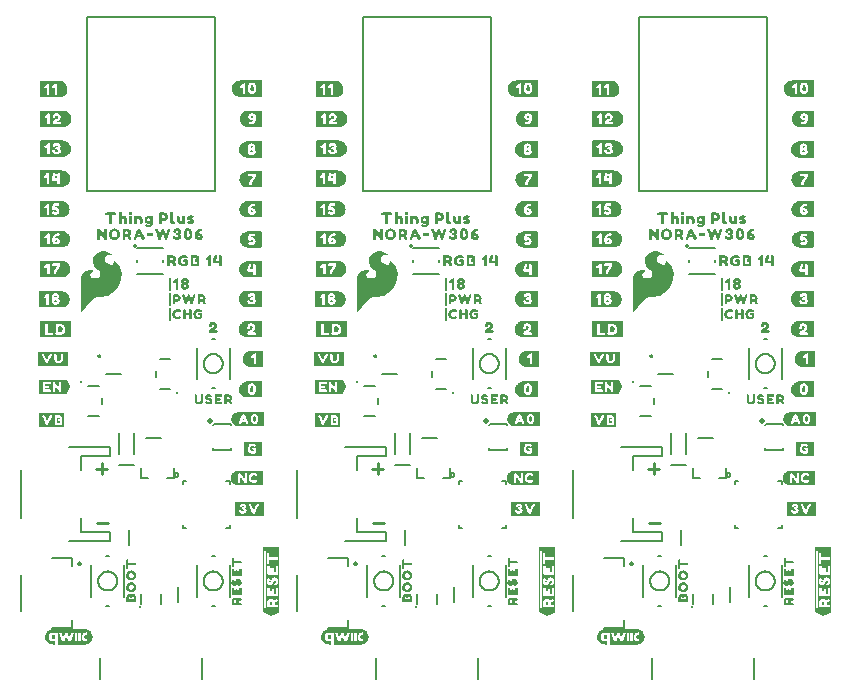
<source format=gto>
G04 EAGLE Gerber RS-274X export*
G75*
%MOMM*%
%FSLAX34Y34*%
%LPD*%
%INSilkscreen Top*%
%IPPOS*%
%AMOC8*
5,1,8,0,0,1.08239X$1,22.5*%
G01*
%ADD10C,0.254000*%
%ADD11C,0.203200*%
%ADD12C,0.127000*%
%ADD13C,0.254000*%
%ADD14C,0.508000*%
%ADD15C,0.300000*%
%ADD16C,0.152400*%
%ADD17C,0.177800*%

G36*
X289087Y331743D02*
X289087Y331743D01*
X289171Y331746D01*
X289172Y331746D01*
X289173Y331746D01*
X289251Y331788D01*
X289324Y331828D01*
X289325Y331828D01*
X289325Y331829D01*
X289329Y331834D01*
X289412Y331943D01*
X289485Y332087D01*
X289841Y332444D01*
X289848Y332455D01*
X289861Y332465D01*
X290461Y333165D01*
X290465Y333173D01*
X290472Y333179D01*
X291164Y334068D01*
X292055Y335058D01*
X292058Y335064D01*
X292064Y335069D01*
X293059Y336262D01*
X294153Y337456D01*
X295351Y338754D01*
X296651Y340154D01*
X296655Y340161D01*
X296663Y340167D01*
X297752Y341455D01*
X298834Y342537D01*
X299809Y343414D01*
X300762Y344081D01*
X301802Y344554D01*
X302823Y344832D01*
X306672Y344832D01*
X306693Y344837D01*
X306719Y344835D01*
X309119Y345135D01*
X309141Y345143D01*
X309172Y345146D01*
X311372Y345746D01*
X311395Y345758D01*
X311428Y345766D01*
X313428Y346666D01*
X313447Y346680D01*
X313475Y346691D01*
X315375Y347891D01*
X315386Y347902D01*
X315403Y347911D01*
X317103Y349211D01*
X317120Y349231D01*
X317150Y349253D01*
X318650Y350853D01*
X318657Y350866D01*
X318672Y350879D01*
X320072Y352679D01*
X320085Y352706D01*
X320110Y352739D01*
X322010Y356439D01*
X322018Y356470D01*
X322039Y356511D01*
X323039Y360111D01*
X323040Y360144D01*
X323052Y360191D01*
X323252Y363691D01*
X323246Y363723D01*
X323248Y363770D01*
X322748Y367070D01*
X322737Y367098D01*
X322730Y367141D01*
X321730Y369941D01*
X321717Y369962D01*
X321707Y369994D01*
X320407Y372394D01*
X320381Y372423D01*
X320341Y372482D01*
X318641Y374182D01*
X318612Y374200D01*
X318574Y374235D01*
X316974Y375235D01*
X316908Y375258D01*
X316845Y375286D01*
X316827Y375285D01*
X316810Y375291D01*
X316741Y375282D01*
X316672Y375279D01*
X316656Y375271D01*
X316638Y375268D01*
X316580Y375230D01*
X316519Y375197D01*
X316509Y375182D01*
X316494Y375172D01*
X316459Y375111D01*
X316420Y375055D01*
X316416Y375035D01*
X316408Y375022D01*
X316406Y374982D01*
X316392Y374913D01*
X316392Y374313D01*
X316399Y374282D01*
X316399Y374238D01*
X316486Y373806D01*
X316309Y372746D01*
X316070Y372348D01*
X315655Y371933D01*
X315094Y371693D01*
X314526Y371693D01*
X313211Y372069D01*
X312469Y372439D01*
X311107Y373412D01*
X310431Y373992D01*
X309972Y374451D01*
X309495Y375214D01*
X309491Y375218D01*
X309489Y375224D01*
X309122Y375774D01*
X308944Y376397D01*
X308858Y376913D01*
X308941Y377409D01*
X309119Y377857D01*
X309394Y378407D01*
X309748Y378849D01*
X310486Y379494D01*
X310864Y379683D01*
X311205Y379854D01*
X311940Y380038D01*
X312793Y380132D01*
X314025Y380132D01*
X314380Y380044D01*
X314417Y380043D01*
X314472Y380032D01*
X314572Y380032D01*
X314633Y380047D01*
X314696Y380053D01*
X314717Y380066D01*
X314741Y380072D01*
X314789Y380112D01*
X314843Y380145D01*
X314856Y380166D01*
X314875Y380182D01*
X314900Y380239D01*
X314933Y380293D01*
X314935Y380318D01*
X314946Y380340D01*
X314943Y380403D01*
X314949Y380466D01*
X314940Y380489D01*
X314939Y380513D01*
X314909Y380569D01*
X314886Y380627D01*
X314866Y380647D01*
X314856Y380666D01*
X314826Y380687D01*
X314783Y380729D01*
X314489Y380925D01*
X313793Y381422D01*
X313779Y381428D01*
X313764Y381441D01*
X312564Y382141D01*
X312541Y382148D01*
X312513Y382166D01*
X311013Y382766D01*
X310995Y382768D01*
X310974Y382779D01*
X309174Y383279D01*
X309140Y383280D01*
X309091Y383292D01*
X307091Y383392D01*
X307053Y383386D01*
X306988Y383383D01*
X304788Y382883D01*
X304754Y382867D01*
X304696Y382850D01*
X302396Y381650D01*
X302372Y381628D01*
X302331Y381606D01*
X300631Y380206D01*
X300607Y380175D01*
X300559Y380128D01*
X299459Y378528D01*
X299445Y378493D01*
X299414Y378439D01*
X298814Y376739D01*
X298810Y376705D01*
X298808Y376694D01*
X298799Y376674D01*
X298800Y376653D01*
X298792Y376613D01*
X298792Y374913D01*
X298801Y374875D01*
X298807Y374805D01*
X299307Y373105D01*
X299322Y373080D01*
X299332Y373043D01*
X300232Y371243D01*
X300251Y371219D01*
X300270Y371182D01*
X301570Y369482D01*
X301587Y369468D01*
X301603Y369444D01*
X303294Y367753D01*
X304550Y366304D01*
X305192Y364928D01*
X305192Y363670D01*
X304833Y362505D01*
X304022Y361603D01*
X302911Y360862D01*
X301619Y360493D01*
X300123Y360493D01*
X299083Y360777D01*
X298263Y361050D01*
X297631Y361592D01*
X297085Y362138D01*
X296828Y362651D01*
X296652Y363266D01*
X296652Y363851D01*
X296813Y364334D01*
X297060Y364663D01*
X297426Y365029D01*
X297905Y365412D01*
X298260Y365678D01*
X298713Y365860D01*
X298725Y365868D01*
X298742Y365873D01*
X298986Y365994D01*
X299342Y366173D01*
X299371Y366197D01*
X299441Y366244D01*
X299541Y366344D01*
X299555Y366366D01*
X299575Y366382D01*
X299600Y366439D01*
X299632Y366491D01*
X299635Y366517D01*
X299646Y366540D01*
X299643Y366602D01*
X299649Y366663D01*
X299640Y366688D01*
X299639Y366713D01*
X299609Y366768D01*
X299587Y366825D01*
X299568Y366843D01*
X299556Y366866D01*
X299506Y366901D01*
X299460Y366943D01*
X299436Y366950D01*
X299414Y366965D01*
X299330Y366982D01*
X299294Y366992D01*
X299284Y366991D01*
X299272Y366993D01*
X299234Y366993D01*
X299003Y367070D01*
X298513Y367266D01*
X298478Y367271D01*
X298426Y367289D01*
X297726Y367389D01*
X297703Y367387D01*
X297672Y367393D01*
X295872Y367393D01*
X295842Y367386D01*
X295798Y367386D01*
X294798Y367186D01*
X294787Y367181D01*
X294772Y367179D01*
X293672Y366879D01*
X293655Y366870D01*
X293631Y366866D01*
X292631Y366466D01*
X292604Y366447D01*
X292561Y366429D01*
X291661Y365829D01*
X291640Y365806D01*
X291603Y365782D01*
X290803Y364982D01*
X290792Y364964D01*
X290772Y364946D01*
X290072Y364046D01*
X290061Y364022D01*
X290038Y363995D01*
X289438Y362895D01*
X289429Y362862D01*
X289407Y362817D01*
X289007Y361417D01*
X289005Y361392D01*
X288995Y361360D01*
X288795Y359760D01*
X288796Y359748D01*
X288793Y359733D01*
X288693Y357833D01*
X288694Y357824D01*
X288692Y357813D01*
X288692Y332113D01*
X288712Y332028D01*
X288731Y331945D01*
X288731Y331944D01*
X288788Y331875D01*
X288840Y331811D01*
X288841Y331811D01*
X288842Y331810D01*
X288919Y331776D01*
X288998Y331740D01*
X288999Y331740D01*
X289000Y331739D01*
X289087Y331743D01*
G37*
G36*
X55407Y331743D02*
X55407Y331743D01*
X55491Y331746D01*
X55492Y331746D01*
X55493Y331746D01*
X55571Y331788D01*
X55644Y331828D01*
X55645Y331828D01*
X55645Y331829D01*
X55649Y331834D01*
X55732Y331943D01*
X55805Y332087D01*
X56161Y332444D01*
X56168Y332455D01*
X56181Y332465D01*
X56781Y333165D01*
X56785Y333173D01*
X56792Y333179D01*
X57484Y334068D01*
X58375Y335058D01*
X58378Y335064D01*
X58384Y335069D01*
X59379Y336262D01*
X60473Y337456D01*
X61671Y338754D01*
X62971Y340154D01*
X62975Y340161D01*
X62983Y340167D01*
X64072Y341455D01*
X65154Y342537D01*
X66129Y343414D01*
X67082Y344081D01*
X68122Y344554D01*
X69143Y344832D01*
X72992Y344832D01*
X73013Y344837D01*
X73039Y344835D01*
X75439Y345135D01*
X75461Y345143D01*
X75492Y345146D01*
X77692Y345746D01*
X77715Y345758D01*
X77748Y345766D01*
X79748Y346666D01*
X79767Y346680D01*
X79795Y346691D01*
X81695Y347891D01*
X81706Y347902D01*
X81723Y347911D01*
X83423Y349211D01*
X83440Y349231D01*
X83470Y349253D01*
X84970Y350853D01*
X84977Y350866D01*
X84992Y350879D01*
X86392Y352679D01*
X86405Y352706D01*
X86430Y352739D01*
X88330Y356439D01*
X88338Y356470D01*
X88359Y356511D01*
X89359Y360111D01*
X89360Y360144D01*
X89372Y360191D01*
X89572Y363691D01*
X89566Y363723D01*
X89568Y363770D01*
X89068Y367070D01*
X89057Y367098D01*
X89050Y367141D01*
X88050Y369941D01*
X88037Y369962D01*
X88027Y369994D01*
X86727Y372394D01*
X86701Y372423D01*
X86661Y372482D01*
X84961Y374182D01*
X84932Y374200D01*
X84894Y374235D01*
X83294Y375235D01*
X83228Y375258D01*
X83165Y375286D01*
X83147Y375285D01*
X83130Y375291D01*
X83061Y375282D01*
X82992Y375279D01*
X82976Y375271D01*
X82958Y375268D01*
X82900Y375230D01*
X82839Y375197D01*
X82829Y375182D01*
X82814Y375172D01*
X82779Y375111D01*
X82740Y375055D01*
X82736Y375035D01*
X82728Y375022D01*
X82726Y374982D01*
X82712Y374913D01*
X82712Y374313D01*
X82719Y374282D01*
X82719Y374238D01*
X82806Y373806D01*
X82629Y372746D01*
X82390Y372348D01*
X81975Y371933D01*
X81414Y371693D01*
X80846Y371693D01*
X79531Y372069D01*
X78789Y372439D01*
X77427Y373412D01*
X76751Y373992D01*
X76292Y374451D01*
X75815Y375214D01*
X75811Y375218D01*
X75809Y375224D01*
X75442Y375774D01*
X75264Y376397D01*
X75178Y376913D01*
X75261Y377409D01*
X75439Y377857D01*
X75714Y378407D01*
X76068Y378849D01*
X76806Y379494D01*
X77184Y379683D01*
X77525Y379854D01*
X78260Y380038D01*
X79113Y380132D01*
X80345Y380132D01*
X80700Y380044D01*
X80737Y380043D01*
X80792Y380032D01*
X80892Y380032D01*
X80953Y380047D01*
X81016Y380053D01*
X81037Y380066D01*
X81061Y380072D01*
X81109Y380112D01*
X81163Y380145D01*
X81176Y380166D01*
X81195Y380182D01*
X81220Y380239D01*
X81253Y380293D01*
X81255Y380318D01*
X81266Y380340D01*
X81263Y380403D01*
X81269Y380466D01*
X81260Y380489D01*
X81259Y380513D01*
X81229Y380569D01*
X81206Y380627D01*
X81186Y380647D01*
X81176Y380666D01*
X81146Y380687D01*
X81103Y380729D01*
X80809Y380925D01*
X80113Y381422D01*
X80099Y381428D01*
X80084Y381441D01*
X78884Y382141D01*
X78861Y382148D01*
X78833Y382166D01*
X77333Y382766D01*
X77315Y382768D01*
X77294Y382779D01*
X75494Y383279D01*
X75460Y383280D01*
X75411Y383292D01*
X73411Y383392D01*
X73373Y383386D01*
X73308Y383383D01*
X71108Y382883D01*
X71074Y382867D01*
X71016Y382850D01*
X68716Y381650D01*
X68692Y381628D01*
X68651Y381606D01*
X66951Y380206D01*
X66927Y380175D01*
X66879Y380128D01*
X65779Y378528D01*
X65765Y378493D01*
X65734Y378439D01*
X65134Y376739D01*
X65130Y376705D01*
X65128Y376694D01*
X65119Y376674D01*
X65120Y376653D01*
X65112Y376613D01*
X65112Y374913D01*
X65121Y374875D01*
X65127Y374805D01*
X65627Y373105D01*
X65642Y373080D01*
X65652Y373043D01*
X66552Y371243D01*
X66571Y371219D01*
X66590Y371182D01*
X67890Y369482D01*
X67907Y369468D01*
X67923Y369444D01*
X69614Y367753D01*
X70870Y366304D01*
X71512Y364928D01*
X71512Y363670D01*
X71153Y362505D01*
X70342Y361603D01*
X69231Y360862D01*
X67939Y360493D01*
X66443Y360493D01*
X65403Y360777D01*
X64583Y361050D01*
X63951Y361592D01*
X63405Y362138D01*
X63148Y362651D01*
X62972Y363266D01*
X62972Y363851D01*
X63133Y364334D01*
X63380Y364663D01*
X63746Y365029D01*
X64225Y365412D01*
X64580Y365678D01*
X65033Y365860D01*
X65045Y365868D01*
X65062Y365873D01*
X65306Y365994D01*
X65662Y366173D01*
X65691Y366197D01*
X65761Y366244D01*
X65861Y366344D01*
X65875Y366366D01*
X65895Y366382D01*
X65920Y366439D01*
X65952Y366491D01*
X65955Y366517D01*
X65966Y366540D01*
X65963Y366602D01*
X65969Y366663D01*
X65960Y366688D01*
X65959Y366713D01*
X65929Y366768D01*
X65907Y366825D01*
X65888Y366843D01*
X65876Y366866D01*
X65826Y366901D01*
X65780Y366943D01*
X65756Y366950D01*
X65734Y366965D01*
X65650Y366982D01*
X65614Y366992D01*
X65604Y366991D01*
X65592Y366993D01*
X65554Y366993D01*
X65323Y367070D01*
X64833Y367266D01*
X64798Y367271D01*
X64746Y367289D01*
X64046Y367389D01*
X64023Y367387D01*
X63992Y367393D01*
X62192Y367393D01*
X62162Y367386D01*
X62118Y367386D01*
X61118Y367186D01*
X61107Y367181D01*
X61092Y367179D01*
X59992Y366879D01*
X59975Y366870D01*
X59951Y366866D01*
X58951Y366466D01*
X58924Y366447D01*
X58881Y366429D01*
X57981Y365829D01*
X57960Y365806D01*
X57923Y365782D01*
X57123Y364982D01*
X57112Y364964D01*
X57092Y364946D01*
X56392Y364046D01*
X56381Y364022D01*
X56358Y363995D01*
X55758Y362895D01*
X55749Y362862D01*
X55727Y362817D01*
X55327Y361417D01*
X55325Y361392D01*
X55315Y361360D01*
X55115Y359760D01*
X55116Y359748D01*
X55113Y359733D01*
X55013Y357833D01*
X55014Y357824D01*
X55012Y357813D01*
X55012Y332113D01*
X55032Y332028D01*
X55051Y331945D01*
X55051Y331944D01*
X55108Y331875D01*
X55160Y331811D01*
X55161Y331811D01*
X55162Y331810D01*
X55239Y331776D01*
X55318Y331740D01*
X55319Y331740D01*
X55320Y331739D01*
X55407Y331743D01*
G37*
G36*
X522767Y331743D02*
X522767Y331743D01*
X522851Y331746D01*
X522852Y331746D01*
X522853Y331746D01*
X522931Y331788D01*
X523004Y331828D01*
X523005Y331828D01*
X523005Y331829D01*
X523009Y331834D01*
X523092Y331943D01*
X523165Y332087D01*
X523521Y332444D01*
X523528Y332455D01*
X523541Y332465D01*
X524141Y333165D01*
X524145Y333173D01*
X524152Y333179D01*
X524844Y334068D01*
X525735Y335058D01*
X525738Y335064D01*
X525744Y335069D01*
X526739Y336262D01*
X527833Y337456D01*
X529031Y338754D01*
X530331Y340154D01*
X530335Y340161D01*
X530343Y340167D01*
X531432Y341455D01*
X532514Y342537D01*
X533489Y343414D01*
X534442Y344081D01*
X535482Y344554D01*
X536503Y344832D01*
X540352Y344832D01*
X540373Y344837D01*
X540399Y344835D01*
X542799Y345135D01*
X542821Y345143D01*
X542852Y345146D01*
X545052Y345746D01*
X545075Y345758D01*
X545108Y345766D01*
X547108Y346666D01*
X547127Y346680D01*
X547155Y346691D01*
X549055Y347891D01*
X549066Y347902D01*
X549083Y347911D01*
X550783Y349211D01*
X550800Y349231D01*
X550830Y349253D01*
X552330Y350853D01*
X552337Y350866D01*
X552352Y350879D01*
X553752Y352679D01*
X553765Y352706D01*
X553790Y352739D01*
X555690Y356439D01*
X555698Y356470D01*
X555719Y356511D01*
X556719Y360111D01*
X556720Y360144D01*
X556732Y360191D01*
X556932Y363691D01*
X556926Y363723D01*
X556928Y363770D01*
X556428Y367070D01*
X556417Y367098D01*
X556410Y367141D01*
X555410Y369941D01*
X555397Y369962D01*
X555387Y369994D01*
X554087Y372394D01*
X554061Y372423D01*
X554021Y372482D01*
X552321Y374182D01*
X552292Y374200D01*
X552254Y374235D01*
X550654Y375235D01*
X550588Y375258D01*
X550525Y375286D01*
X550507Y375285D01*
X550490Y375291D01*
X550421Y375282D01*
X550352Y375279D01*
X550336Y375271D01*
X550318Y375268D01*
X550260Y375230D01*
X550199Y375197D01*
X550189Y375182D01*
X550174Y375172D01*
X550139Y375111D01*
X550100Y375055D01*
X550096Y375035D01*
X550088Y375022D01*
X550086Y374982D01*
X550072Y374913D01*
X550072Y374313D01*
X550079Y374282D01*
X550079Y374238D01*
X550166Y373806D01*
X549989Y372746D01*
X549750Y372348D01*
X549335Y371933D01*
X548774Y371693D01*
X548206Y371693D01*
X546891Y372069D01*
X546149Y372439D01*
X544787Y373412D01*
X544111Y373992D01*
X543652Y374451D01*
X543175Y375214D01*
X543171Y375218D01*
X543169Y375224D01*
X542802Y375774D01*
X542624Y376397D01*
X542538Y376913D01*
X542621Y377409D01*
X542799Y377857D01*
X543074Y378407D01*
X543428Y378849D01*
X544166Y379494D01*
X544544Y379683D01*
X544885Y379854D01*
X545620Y380038D01*
X546473Y380132D01*
X547705Y380132D01*
X548060Y380044D01*
X548097Y380043D01*
X548152Y380032D01*
X548252Y380032D01*
X548313Y380047D01*
X548376Y380053D01*
X548397Y380066D01*
X548421Y380072D01*
X548469Y380112D01*
X548523Y380145D01*
X548536Y380166D01*
X548555Y380182D01*
X548580Y380239D01*
X548613Y380293D01*
X548615Y380318D01*
X548626Y380340D01*
X548623Y380403D01*
X548629Y380466D01*
X548620Y380489D01*
X548619Y380513D01*
X548589Y380569D01*
X548566Y380627D01*
X548546Y380647D01*
X548536Y380666D01*
X548506Y380687D01*
X548463Y380729D01*
X548169Y380925D01*
X547473Y381422D01*
X547459Y381428D01*
X547444Y381441D01*
X546244Y382141D01*
X546221Y382148D01*
X546193Y382166D01*
X544693Y382766D01*
X544675Y382768D01*
X544654Y382779D01*
X542854Y383279D01*
X542820Y383280D01*
X542771Y383292D01*
X540771Y383392D01*
X540733Y383386D01*
X540668Y383383D01*
X538468Y382883D01*
X538434Y382867D01*
X538376Y382850D01*
X536076Y381650D01*
X536052Y381628D01*
X536011Y381606D01*
X534311Y380206D01*
X534287Y380175D01*
X534239Y380128D01*
X533139Y378528D01*
X533125Y378493D01*
X533094Y378439D01*
X532494Y376739D01*
X532490Y376705D01*
X532488Y376694D01*
X532479Y376674D01*
X532480Y376653D01*
X532472Y376613D01*
X532472Y374913D01*
X532481Y374875D01*
X532487Y374805D01*
X532987Y373105D01*
X533002Y373080D01*
X533012Y373043D01*
X533912Y371243D01*
X533931Y371219D01*
X533950Y371182D01*
X535250Y369482D01*
X535267Y369468D01*
X535283Y369444D01*
X536974Y367753D01*
X538230Y366304D01*
X538872Y364928D01*
X538872Y363670D01*
X538513Y362505D01*
X537702Y361603D01*
X536591Y360862D01*
X535299Y360493D01*
X533803Y360493D01*
X532763Y360777D01*
X531943Y361050D01*
X531311Y361592D01*
X530765Y362138D01*
X530508Y362651D01*
X530332Y363266D01*
X530332Y363851D01*
X530493Y364334D01*
X530740Y364663D01*
X531106Y365029D01*
X531585Y365412D01*
X531940Y365678D01*
X532393Y365860D01*
X532405Y365868D01*
X532422Y365873D01*
X532666Y365994D01*
X533022Y366173D01*
X533051Y366197D01*
X533121Y366244D01*
X533221Y366344D01*
X533235Y366366D01*
X533255Y366382D01*
X533280Y366439D01*
X533312Y366491D01*
X533315Y366517D01*
X533326Y366540D01*
X533323Y366602D01*
X533329Y366663D01*
X533320Y366688D01*
X533319Y366713D01*
X533289Y366768D01*
X533267Y366825D01*
X533248Y366843D01*
X533236Y366866D01*
X533186Y366901D01*
X533140Y366943D01*
X533116Y366950D01*
X533094Y366965D01*
X533010Y366982D01*
X532974Y366992D01*
X532964Y366991D01*
X532952Y366993D01*
X532914Y366993D01*
X532683Y367070D01*
X532193Y367266D01*
X532158Y367271D01*
X532106Y367289D01*
X531406Y367389D01*
X531383Y367387D01*
X531352Y367393D01*
X529552Y367393D01*
X529522Y367386D01*
X529478Y367386D01*
X528478Y367186D01*
X528467Y367181D01*
X528452Y367179D01*
X527352Y366879D01*
X527335Y366870D01*
X527311Y366866D01*
X526311Y366466D01*
X526284Y366447D01*
X526241Y366429D01*
X525341Y365829D01*
X525320Y365806D01*
X525283Y365782D01*
X524483Y364982D01*
X524472Y364964D01*
X524452Y364946D01*
X523752Y364046D01*
X523741Y364022D01*
X523718Y363995D01*
X523118Y362895D01*
X523109Y362862D01*
X523087Y362817D01*
X522687Y361417D01*
X522685Y361392D01*
X522675Y361360D01*
X522475Y359760D01*
X522476Y359748D01*
X522473Y359733D01*
X522373Y357833D01*
X522374Y357824D01*
X522372Y357813D01*
X522372Y332113D01*
X522392Y332028D01*
X522411Y331945D01*
X522411Y331944D01*
X522468Y331875D01*
X522520Y331811D01*
X522521Y331811D01*
X522522Y331810D01*
X522599Y331776D01*
X522678Y331740D01*
X522679Y331740D01*
X522680Y331739D01*
X522767Y331743D01*
G37*
G36*
X683725Y74395D02*
X683725Y74395D01*
X683736Y74390D01*
X689736Y77390D01*
X689738Y77394D01*
X689741Y77393D01*
X690341Y77793D01*
X690347Y77810D01*
X690359Y77819D01*
X690353Y77826D01*
X690363Y77834D01*
X690363Y132634D01*
X690344Y132660D01*
X690344Y132673D01*
X689944Y132973D01*
X689922Y132973D01*
X689914Y132983D01*
X677014Y132983D01*
X676988Y132963D01*
X676975Y132963D01*
X676675Y132563D01*
X676675Y132541D01*
X676665Y132534D01*
X676665Y81134D01*
X676666Y81133D01*
X676665Y81131D01*
X676668Y81129D01*
X676701Y81086D01*
X676708Y81092D01*
X676713Y81086D01*
X676697Y81080D01*
X676684Y81060D01*
X676667Y81047D01*
X676671Y81040D01*
X676670Y81038D01*
X676665Y81034D01*
X676665Y78034D01*
X676676Y78019D01*
X676672Y78008D01*
X676972Y77508D01*
X676990Y77501D01*
X676992Y77490D01*
X683092Y74490D01*
X683103Y74492D01*
X683106Y74485D01*
X683706Y74385D01*
X683725Y74395D01*
G37*
G36*
X216365Y74395D02*
X216365Y74395D01*
X216376Y74390D01*
X222376Y77390D01*
X222378Y77394D01*
X222381Y77393D01*
X222981Y77793D01*
X222987Y77810D01*
X222999Y77819D01*
X222993Y77826D01*
X223003Y77834D01*
X223003Y132634D01*
X222984Y132660D01*
X222984Y132673D01*
X222584Y132973D01*
X222562Y132973D01*
X222554Y132983D01*
X209654Y132983D01*
X209628Y132963D01*
X209615Y132963D01*
X209315Y132563D01*
X209315Y132541D01*
X209305Y132534D01*
X209305Y81134D01*
X209306Y81133D01*
X209305Y81131D01*
X209308Y81129D01*
X209341Y81086D01*
X209348Y81092D01*
X209353Y81086D01*
X209337Y81080D01*
X209324Y81060D01*
X209307Y81047D01*
X209311Y81040D01*
X209310Y81038D01*
X209305Y81034D01*
X209305Y78034D01*
X209316Y78019D01*
X209312Y78008D01*
X209612Y77508D01*
X209630Y77501D01*
X209632Y77490D01*
X215732Y74490D01*
X215743Y74492D01*
X215746Y74485D01*
X216346Y74385D01*
X216365Y74395D01*
G37*
G36*
X450045Y74395D02*
X450045Y74395D01*
X450056Y74390D01*
X456056Y77390D01*
X456058Y77394D01*
X456061Y77393D01*
X456661Y77793D01*
X456667Y77810D01*
X456679Y77819D01*
X456673Y77826D01*
X456683Y77834D01*
X456683Y132634D01*
X456664Y132660D01*
X456664Y132673D01*
X456264Y132973D01*
X456242Y132973D01*
X456234Y132983D01*
X443334Y132983D01*
X443308Y132963D01*
X443295Y132963D01*
X442995Y132563D01*
X442995Y132541D01*
X442985Y132534D01*
X442985Y81134D01*
X442986Y81133D01*
X442985Y81131D01*
X442988Y81129D01*
X443021Y81086D01*
X443028Y81092D01*
X443033Y81086D01*
X443017Y81080D01*
X443004Y81060D01*
X442987Y81047D01*
X442991Y81040D01*
X442990Y81038D01*
X442985Y81034D01*
X442985Y78034D01*
X442996Y78019D01*
X442992Y78008D01*
X443292Y77508D01*
X443310Y77501D01*
X443312Y77490D01*
X449412Y74490D01*
X449423Y74492D01*
X449426Y74485D01*
X450026Y74385D01*
X450045Y74395D01*
G37*
G36*
X500834Y50332D02*
X500834Y50332D01*
X500856Y50335D01*
X500864Y50351D01*
X500873Y50357D01*
X500872Y50367D01*
X500879Y50381D01*
X500891Y50797D01*
X500890Y50798D01*
X500891Y50799D01*
X500891Y53977D01*
X500885Y53987D01*
X500887Y53998D01*
X500867Y54013D01*
X500854Y54035D01*
X500843Y54033D01*
X500834Y54040D01*
X500792Y54025D01*
X500787Y54025D01*
X500786Y54024D01*
X500785Y54023D01*
X500469Y53726D01*
X500058Y53410D01*
X499592Y53189D01*
X499090Y53069D01*
X498572Y53034D01*
X498054Y53083D01*
X497549Y53200D01*
X497065Y53385D01*
X496616Y53642D01*
X496230Y53988D01*
X495905Y54391D01*
X495640Y54837D01*
X495433Y55314D01*
X495308Y55820D01*
X495236Y56338D01*
X495199Y56859D01*
X495239Y57380D01*
X495322Y57895D01*
X495454Y58399D01*
X495670Y58872D01*
X495952Y59307D01*
X496294Y59694D01*
X496695Y60022D01*
X497147Y60274D01*
X497641Y60432D01*
X498152Y60521D01*
X498671Y60554D01*
X499186Y60498D01*
X499681Y60349D01*
X500139Y60112D01*
X500545Y59782D01*
X500546Y59782D01*
X500546Y59781D01*
X500790Y59596D01*
X500798Y59595D01*
X500802Y59589D01*
X500830Y59593D01*
X500858Y59591D01*
X500862Y59598D01*
X500869Y59599D01*
X500891Y59646D01*
X500891Y60250D01*
X500901Y60477D01*
X503201Y60477D01*
X503197Y60231D01*
X503205Y60218D01*
X503225Y50573D01*
X503225Y50572D01*
X503225Y50570D01*
X503234Y50380D01*
X503247Y50363D01*
X503250Y50342D01*
X503267Y50334D01*
X503274Y50325D01*
X503283Y50327D01*
X503297Y50320D01*
X525875Y50322D01*
X525878Y50324D01*
X525881Y50323D01*
X526935Y50429D01*
X526938Y50431D01*
X526942Y50430D01*
X527458Y50541D01*
X527460Y50543D01*
X527464Y50543D01*
X528470Y50872D01*
X528473Y50876D01*
X528480Y50876D01*
X529411Y51382D01*
X529413Y51386D01*
X529420Y51387D01*
X530249Y52044D01*
X530250Y52047D01*
X530254Y52048D01*
X530631Y52417D01*
X530632Y52420D01*
X530636Y52422D01*
X531303Y53244D01*
X531304Y53249D01*
X531309Y53254D01*
X531815Y54185D01*
X531814Y54189D01*
X531818Y54193D01*
X532002Y54688D01*
X532002Y54690D01*
X532003Y54691D01*
X532160Y55197D01*
X532160Y55199D01*
X532161Y55201D01*
X532285Y55714D01*
X532284Y55717D01*
X532286Y55722D01*
X532393Y56776D01*
X532390Y56781D01*
X532393Y56788D01*
X532304Y57842D01*
X532302Y57844D01*
X532303Y57847D01*
X532212Y58367D01*
X532210Y58369D01*
X532210Y58374D01*
X531896Y59386D01*
X531892Y59390D01*
X531892Y59397D01*
X531391Y60330D01*
X531388Y60332D01*
X531387Y60337D01*
X531084Y60769D01*
X531082Y60770D01*
X531081Y60773D01*
X530744Y61181D01*
X530743Y61182D01*
X530742Y61183D01*
X530712Y61217D01*
X530655Y61280D01*
X530598Y61343D01*
X530541Y61406D01*
X530428Y61531D01*
X530388Y61575D01*
X530384Y61576D01*
X530382Y61581D01*
X529564Y62255D01*
X529559Y62256D01*
X529555Y62262D01*
X528630Y62776D01*
X528627Y62776D01*
X528624Y62779D01*
X528137Y62982D01*
X528134Y62981D01*
X528131Y62984D01*
X527116Y63286D01*
X527111Y63284D01*
X527105Y63288D01*
X526051Y63394D01*
X525861Y63413D01*
X525859Y63412D01*
X525855Y63414D01*
X498839Y63414D01*
X498837Y63412D01*
X498833Y63413D01*
X497779Y63309D01*
X497777Y63307D01*
X497773Y63308D01*
X497256Y63204D01*
X497254Y63202D01*
X497249Y63202D01*
X496241Y62880D01*
X496238Y62876D01*
X496230Y62875D01*
X495299Y62370D01*
X495297Y62367D01*
X495292Y62365D01*
X494867Y62052D01*
X494866Y62051D01*
X494864Y62050D01*
X494456Y61713D01*
X494455Y61711D01*
X494452Y61710D01*
X494070Y61346D01*
X494069Y61343D01*
X494065Y61341D01*
X493392Y60522D01*
X493392Y60517D01*
X493386Y60513D01*
X492880Y59581D01*
X492881Y59578D01*
X492877Y59574D01*
X492687Y59082D01*
X492687Y59080D01*
X492686Y59078D01*
X492528Y58572D01*
X492529Y58571D01*
X492528Y58569D01*
X492397Y58058D01*
X492398Y58054D01*
X492395Y58049D01*
X492289Y56995D01*
X492291Y56991D01*
X492288Y56985D01*
X492317Y56458D01*
X492318Y56457D01*
X492317Y56455D01*
X492370Y55928D01*
X492371Y55927D01*
X492371Y55924D01*
X492454Y55403D01*
X492457Y55400D01*
X492456Y55395D01*
X492770Y54383D01*
X492774Y54380D01*
X492775Y54372D01*
X493269Y53436D01*
X493272Y53435D01*
X493273Y53430D01*
X493569Y52994D01*
X493572Y52993D01*
X493573Y52989D01*
X493690Y52852D01*
X493744Y52789D01*
X493797Y52726D01*
X493958Y52538D01*
X494011Y52475D01*
X494065Y52412D01*
X494118Y52350D01*
X494260Y52184D01*
X494264Y52183D01*
X494268Y52176D01*
X495085Y51502D01*
X495090Y51501D01*
X495094Y51496D01*
X496015Y50975D01*
X496018Y50976D01*
X496021Y50972D01*
X496505Y50763D01*
X496508Y50764D01*
X496511Y50761D01*
X497524Y50452D01*
X497529Y50454D01*
X497536Y50450D01*
X498590Y50343D01*
X498592Y50344D01*
X498594Y50343D01*
X499122Y50320D01*
X499123Y50321D01*
X499125Y50320D01*
X500816Y50320D01*
X500834Y50332D01*
G37*
G36*
X33474Y50332D02*
X33474Y50332D01*
X33496Y50335D01*
X33504Y50351D01*
X33513Y50357D01*
X33512Y50367D01*
X33519Y50381D01*
X33531Y50797D01*
X33530Y50798D01*
X33531Y50799D01*
X33531Y53977D01*
X33525Y53987D01*
X33527Y53998D01*
X33507Y54013D01*
X33494Y54035D01*
X33483Y54033D01*
X33474Y54040D01*
X33432Y54025D01*
X33427Y54025D01*
X33426Y54024D01*
X33425Y54023D01*
X33109Y53726D01*
X32698Y53410D01*
X32232Y53189D01*
X31730Y53069D01*
X31212Y53034D01*
X30694Y53083D01*
X30189Y53200D01*
X29705Y53385D01*
X29256Y53642D01*
X28870Y53988D01*
X28545Y54391D01*
X28280Y54837D01*
X28073Y55314D01*
X27948Y55820D01*
X27876Y56338D01*
X27839Y56859D01*
X27879Y57380D01*
X27962Y57895D01*
X28094Y58399D01*
X28310Y58872D01*
X28592Y59307D01*
X28934Y59694D01*
X29335Y60022D01*
X29787Y60274D01*
X30281Y60432D01*
X30792Y60521D01*
X31311Y60554D01*
X31826Y60498D01*
X32321Y60349D01*
X32779Y60112D01*
X33185Y59782D01*
X33186Y59782D01*
X33186Y59781D01*
X33430Y59596D01*
X33438Y59595D01*
X33442Y59589D01*
X33470Y59593D01*
X33498Y59591D01*
X33502Y59598D01*
X33509Y59599D01*
X33531Y59646D01*
X33531Y60250D01*
X33541Y60477D01*
X35841Y60477D01*
X35837Y60231D01*
X35845Y60218D01*
X35865Y50573D01*
X35865Y50572D01*
X35865Y50570D01*
X35874Y50380D01*
X35887Y50363D01*
X35890Y50342D01*
X35907Y50334D01*
X35914Y50325D01*
X35923Y50327D01*
X35937Y50320D01*
X58515Y50322D01*
X58518Y50324D01*
X58521Y50323D01*
X59575Y50429D01*
X59578Y50431D01*
X59582Y50430D01*
X60098Y50541D01*
X60100Y50543D01*
X60104Y50543D01*
X61110Y50872D01*
X61113Y50876D01*
X61120Y50876D01*
X62051Y51382D01*
X62053Y51386D01*
X62060Y51387D01*
X62889Y52044D01*
X62890Y52047D01*
X62894Y52048D01*
X63271Y52417D01*
X63272Y52420D01*
X63276Y52422D01*
X63943Y53244D01*
X63944Y53249D01*
X63949Y53254D01*
X64455Y54185D01*
X64454Y54189D01*
X64458Y54193D01*
X64642Y54688D01*
X64642Y54690D01*
X64643Y54691D01*
X64800Y55197D01*
X64800Y55199D01*
X64801Y55201D01*
X64925Y55714D01*
X64924Y55717D01*
X64926Y55722D01*
X65033Y56776D01*
X65030Y56781D01*
X65033Y56788D01*
X64944Y57842D01*
X64942Y57844D01*
X64943Y57847D01*
X64852Y58367D01*
X64850Y58369D01*
X64850Y58374D01*
X64536Y59386D01*
X64532Y59390D01*
X64532Y59397D01*
X64031Y60330D01*
X64028Y60332D01*
X64027Y60337D01*
X63724Y60769D01*
X63722Y60770D01*
X63721Y60773D01*
X63384Y61181D01*
X63383Y61182D01*
X63382Y61183D01*
X63352Y61217D01*
X63295Y61280D01*
X63238Y61343D01*
X63181Y61406D01*
X63068Y61531D01*
X63028Y61575D01*
X63024Y61576D01*
X63022Y61581D01*
X62204Y62255D01*
X62199Y62256D01*
X62195Y62262D01*
X61270Y62776D01*
X61267Y62776D01*
X61264Y62779D01*
X60777Y62982D01*
X60774Y62981D01*
X60771Y62984D01*
X59756Y63286D01*
X59751Y63284D01*
X59745Y63288D01*
X58691Y63394D01*
X58501Y63413D01*
X58499Y63412D01*
X58495Y63414D01*
X31479Y63414D01*
X31477Y63412D01*
X31473Y63413D01*
X30419Y63309D01*
X30417Y63307D01*
X30413Y63308D01*
X29896Y63204D01*
X29894Y63202D01*
X29889Y63202D01*
X28881Y62880D01*
X28878Y62876D01*
X28870Y62875D01*
X27939Y62370D01*
X27937Y62367D01*
X27932Y62365D01*
X27507Y62052D01*
X27506Y62051D01*
X27504Y62050D01*
X27096Y61713D01*
X27095Y61711D01*
X27092Y61710D01*
X26710Y61346D01*
X26709Y61343D01*
X26705Y61341D01*
X26032Y60522D01*
X26032Y60517D01*
X26026Y60513D01*
X25520Y59581D01*
X25521Y59578D01*
X25517Y59574D01*
X25327Y59082D01*
X25327Y59080D01*
X25326Y59078D01*
X25168Y58572D01*
X25169Y58571D01*
X25168Y58569D01*
X25037Y58058D01*
X25038Y58054D01*
X25035Y58049D01*
X24929Y56995D01*
X24931Y56991D01*
X24928Y56985D01*
X24957Y56458D01*
X24958Y56457D01*
X24957Y56455D01*
X25010Y55928D01*
X25011Y55927D01*
X25011Y55924D01*
X25094Y55403D01*
X25097Y55400D01*
X25096Y55395D01*
X25410Y54383D01*
X25414Y54380D01*
X25415Y54372D01*
X25909Y53436D01*
X25912Y53435D01*
X25913Y53430D01*
X26209Y52994D01*
X26212Y52993D01*
X26213Y52989D01*
X26330Y52852D01*
X26384Y52789D01*
X26437Y52726D01*
X26598Y52538D01*
X26651Y52475D01*
X26705Y52412D01*
X26758Y52350D01*
X26900Y52184D01*
X26904Y52183D01*
X26908Y52176D01*
X27725Y51502D01*
X27730Y51501D01*
X27734Y51496D01*
X28655Y50975D01*
X28658Y50976D01*
X28661Y50972D01*
X29145Y50763D01*
X29148Y50764D01*
X29151Y50761D01*
X30164Y50452D01*
X30169Y50454D01*
X30176Y50450D01*
X31230Y50343D01*
X31232Y50344D01*
X31234Y50343D01*
X31762Y50320D01*
X31763Y50321D01*
X31765Y50320D01*
X33456Y50320D01*
X33474Y50332D01*
G37*
G36*
X267154Y50332D02*
X267154Y50332D01*
X267176Y50335D01*
X267184Y50351D01*
X267193Y50357D01*
X267192Y50367D01*
X267199Y50381D01*
X267211Y50797D01*
X267210Y50798D01*
X267211Y50799D01*
X267211Y53977D01*
X267205Y53987D01*
X267207Y53998D01*
X267187Y54013D01*
X267174Y54035D01*
X267163Y54033D01*
X267154Y54040D01*
X267112Y54025D01*
X267107Y54025D01*
X267106Y54024D01*
X267105Y54023D01*
X266789Y53726D01*
X266378Y53410D01*
X265912Y53189D01*
X265410Y53069D01*
X264892Y53034D01*
X264374Y53083D01*
X263869Y53200D01*
X263385Y53385D01*
X262936Y53642D01*
X262550Y53988D01*
X262225Y54391D01*
X261960Y54837D01*
X261753Y55314D01*
X261628Y55820D01*
X261556Y56338D01*
X261519Y56859D01*
X261559Y57380D01*
X261642Y57895D01*
X261774Y58399D01*
X261990Y58872D01*
X262272Y59307D01*
X262614Y59694D01*
X263015Y60022D01*
X263467Y60274D01*
X263961Y60432D01*
X264472Y60521D01*
X264991Y60554D01*
X265506Y60498D01*
X266001Y60349D01*
X266459Y60112D01*
X266865Y59782D01*
X266866Y59782D01*
X266866Y59781D01*
X267110Y59596D01*
X267118Y59595D01*
X267122Y59589D01*
X267150Y59593D01*
X267178Y59591D01*
X267182Y59598D01*
X267189Y59599D01*
X267211Y59646D01*
X267211Y60250D01*
X267221Y60477D01*
X269521Y60477D01*
X269517Y60231D01*
X269525Y60218D01*
X269545Y50573D01*
X269545Y50572D01*
X269545Y50570D01*
X269554Y50380D01*
X269567Y50363D01*
X269570Y50342D01*
X269587Y50334D01*
X269594Y50325D01*
X269603Y50327D01*
X269617Y50320D01*
X292195Y50322D01*
X292198Y50324D01*
X292201Y50323D01*
X293255Y50429D01*
X293258Y50431D01*
X293262Y50430D01*
X293778Y50541D01*
X293780Y50543D01*
X293784Y50543D01*
X294790Y50872D01*
X294793Y50876D01*
X294800Y50876D01*
X295731Y51382D01*
X295733Y51386D01*
X295740Y51387D01*
X296569Y52044D01*
X296570Y52047D01*
X296574Y52048D01*
X296951Y52417D01*
X296952Y52420D01*
X296956Y52422D01*
X297623Y53244D01*
X297624Y53249D01*
X297629Y53254D01*
X298135Y54185D01*
X298134Y54189D01*
X298138Y54193D01*
X298322Y54688D01*
X298322Y54690D01*
X298323Y54691D01*
X298480Y55197D01*
X298480Y55199D01*
X298481Y55201D01*
X298605Y55714D01*
X298604Y55717D01*
X298606Y55722D01*
X298713Y56776D01*
X298710Y56781D01*
X298713Y56788D01*
X298624Y57842D01*
X298622Y57844D01*
X298623Y57847D01*
X298532Y58367D01*
X298530Y58369D01*
X298530Y58374D01*
X298216Y59386D01*
X298212Y59390D01*
X298212Y59397D01*
X297711Y60330D01*
X297708Y60332D01*
X297707Y60337D01*
X297404Y60769D01*
X297402Y60770D01*
X297401Y60773D01*
X297064Y61181D01*
X297063Y61182D01*
X297062Y61183D01*
X297032Y61217D01*
X296975Y61280D01*
X296918Y61343D01*
X296861Y61406D01*
X296748Y61531D01*
X296708Y61575D01*
X296704Y61576D01*
X296702Y61581D01*
X295884Y62255D01*
X295879Y62256D01*
X295875Y62262D01*
X294950Y62776D01*
X294947Y62776D01*
X294944Y62779D01*
X294457Y62982D01*
X294454Y62981D01*
X294451Y62984D01*
X293436Y63286D01*
X293431Y63284D01*
X293425Y63288D01*
X292371Y63394D01*
X292181Y63413D01*
X292179Y63412D01*
X292175Y63414D01*
X265159Y63414D01*
X265157Y63412D01*
X265153Y63413D01*
X264099Y63309D01*
X264097Y63307D01*
X264093Y63308D01*
X263576Y63204D01*
X263574Y63202D01*
X263569Y63202D01*
X262561Y62880D01*
X262558Y62876D01*
X262550Y62875D01*
X261619Y62370D01*
X261617Y62367D01*
X261612Y62365D01*
X261187Y62052D01*
X261186Y62051D01*
X261184Y62050D01*
X260776Y61713D01*
X260775Y61711D01*
X260772Y61710D01*
X260390Y61346D01*
X260389Y61343D01*
X260385Y61341D01*
X259712Y60522D01*
X259712Y60517D01*
X259706Y60513D01*
X259200Y59581D01*
X259201Y59578D01*
X259197Y59574D01*
X259007Y59082D01*
X259007Y59080D01*
X259006Y59078D01*
X258848Y58572D01*
X258849Y58571D01*
X258848Y58569D01*
X258717Y58058D01*
X258718Y58054D01*
X258715Y58049D01*
X258609Y56995D01*
X258611Y56991D01*
X258608Y56985D01*
X258637Y56458D01*
X258638Y56457D01*
X258637Y56455D01*
X258690Y55928D01*
X258691Y55927D01*
X258691Y55924D01*
X258774Y55403D01*
X258777Y55400D01*
X258776Y55395D01*
X259090Y54383D01*
X259094Y54380D01*
X259095Y54372D01*
X259589Y53436D01*
X259592Y53435D01*
X259593Y53430D01*
X259889Y52994D01*
X259892Y52993D01*
X259893Y52989D01*
X260010Y52852D01*
X260064Y52789D01*
X260117Y52726D01*
X260278Y52538D01*
X260331Y52475D01*
X260385Y52412D01*
X260438Y52350D01*
X260580Y52184D01*
X260584Y52183D01*
X260588Y52176D01*
X261405Y51502D01*
X261410Y51501D01*
X261414Y51496D01*
X262335Y50975D01*
X262338Y50976D01*
X262341Y50972D01*
X262825Y50763D01*
X262828Y50764D01*
X262831Y50761D01*
X263844Y50452D01*
X263849Y50454D01*
X263856Y50450D01*
X264910Y50343D01*
X264912Y50344D01*
X264914Y50343D01*
X265442Y50320D01*
X265443Y50321D01*
X265445Y50320D01*
X267136Y50320D01*
X267154Y50332D01*
G37*
G36*
X46188Y310376D02*
X46188Y310376D01*
X46192Y310372D01*
X46692Y310472D01*
X46720Y310504D01*
X46722Y310506D01*
X46731Y310517D01*
X46729Y310519D01*
X46731Y310521D01*
X46731Y323421D01*
X46728Y323425D01*
X46731Y323429D01*
X46631Y324029D01*
X46587Y324070D01*
X46585Y324067D01*
X46582Y324070D01*
X24282Y324070D01*
X24281Y324069D01*
X24280Y324070D01*
X24278Y324067D01*
X24235Y324034D01*
X24239Y324028D01*
X24237Y324027D01*
X24244Y324018D01*
X24238Y324010D01*
X24228Y324037D01*
X24186Y324065D01*
X24182Y324070D01*
X21282Y324070D01*
X21273Y324063D01*
X21268Y324063D01*
X21266Y324062D01*
X21260Y324065D01*
X20860Y323865D01*
X20848Y323840D01*
X20835Y323830D01*
X20838Y323825D01*
X20833Y323821D01*
X20833Y310921D01*
X20841Y310910D01*
X20836Y310902D01*
X21036Y310402D01*
X21077Y310378D01*
X21082Y310371D01*
X46182Y310371D01*
X46188Y310376D01*
G37*
G36*
X279868Y310376D02*
X279868Y310376D01*
X279872Y310372D01*
X280372Y310472D01*
X280400Y310504D01*
X280402Y310506D01*
X280411Y310517D01*
X280409Y310519D01*
X280411Y310521D01*
X280411Y323421D01*
X280408Y323425D01*
X280411Y323429D01*
X280311Y324029D01*
X280267Y324070D01*
X280265Y324067D01*
X280262Y324070D01*
X257962Y324070D01*
X257961Y324069D01*
X257960Y324070D01*
X257958Y324067D01*
X257915Y324034D01*
X257919Y324028D01*
X257917Y324027D01*
X257924Y324018D01*
X257918Y324010D01*
X257908Y324037D01*
X257866Y324065D01*
X257862Y324070D01*
X254962Y324070D01*
X254953Y324063D01*
X254948Y324063D01*
X254946Y324062D01*
X254940Y324065D01*
X254540Y323865D01*
X254528Y323840D01*
X254515Y323830D01*
X254518Y323825D01*
X254513Y323821D01*
X254513Y310921D01*
X254521Y310910D01*
X254516Y310902D01*
X254716Y310402D01*
X254757Y310378D01*
X254762Y310371D01*
X279862Y310371D01*
X279868Y310376D01*
G37*
G36*
X513548Y310376D02*
X513548Y310376D01*
X513552Y310372D01*
X514052Y310472D01*
X514080Y310504D01*
X514082Y310506D01*
X514091Y310517D01*
X514089Y310519D01*
X514091Y310521D01*
X514091Y323421D01*
X514088Y323425D01*
X514091Y323429D01*
X513991Y324029D01*
X513947Y324070D01*
X513945Y324067D01*
X513942Y324070D01*
X491642Y324070D01*
X491641Y324069D01*
X491640Y324070D01*
X491638Y324067D01*
X491595Y324034D01*
X491599Y324028D01*
X491597Y324027D01*
X491604Y324018D01*
X491598Y324010D01*
X491588Y324037D01*
X491546Y324065D01*
X491542Y324070D01*
X488642Y324070D01*
X488633Y324063D01*
X488628Y324063D01*
X488626Y324062D01*
X488620Y324065D01*
X488220Y323865D01*
X488208Y323840D01*
X488195Y323830D01*
X488198Y323825D01*
X488193Y323821D01*
X488193Y310921D01*
X488201Y310910D01*
X488196Y310902D01*
X488396Y310402D01*
X488437Y310378D01*
X488442Y310371D01*
X513542Y310371D01*
X513548Y310376D01*
G37*
G36*
X40135Y488657D02*
X40135Y488657D01*
X40138Y488654D01*
X41538Y488854D01*
X41539Y488855D01*
X42139Y488955D01*
X42145Y488961D01*
X42150Y488958D01*
X42850Y489258D01*
X42852Y489260D01*
X42853Y489259D01*
X43453Y489559D01*
X43454Y489562D01*
X43456Y489561D01*
X43956Y489861D01*
X43957Y489863D01*
X43958Y489862D01*
X44558Y490262D01*
X44561Y490269D01*
X44566Y490268D01*
X45066Y490768D01*
X45066Y490773D01*
X45069Y490772D01*
X45469Y491272D01*
X45470Y491276D01*
X45472Y491276D01*
X45872Y491876D01*
X45872Y491881D01*
X45875Y491881D01*
X46475Y493081D01*
X46474Y493086D01*
X46478Y493088D01*
X46678Y493688D01*
X46677Y493689D01*
X46678Y493690D01*
X46878Y494390D01*
X46877Y494394D01*
X46880Y494396D01*
X46980Y495096D01*
X46977Y495101D01*
X46980Y495103D01*
X46980Y495703D01*
X46977Y495707D01*
X46980Y495710D01*
X46780Y497110D01*
X46775Y497115D01*
X46778Y497119D01*
X46578Y497719D01*
X46573Y497722D01*
X46575Y497725D01*
X45675Y499525D01*
X45665Y499530D01*
X45666Y499538D01*
X44666Y500538D01*
X44662Y500539D01*
X44662Y500542D01*
X43662Y501342D01*
X43654Y501342D01*
X43653Y501347D01*
X43053Y501647D01*
X43051Y501647D01*
X43050Y501648D01*
X42350Y501948D01*
X42347Y501948D01*
X42347Y501950D01*
X41747Y502150D01*
X41742Y502148D01*
X41740Y502148D01*
X41738Y502152D01*
X41039Y502252D01*
X40439Y502352D01*
X40434Y502349D01*
X40431Y502352D01*
X20931Y502352D01*
X20893Y502324D01*
X20885Y502321D01*
X20685Y501821D01*
X20686Y501819D01*
X20684Y501817D01*
X20688Y501811D01*
X20689Y501809D01*
X20682Y501803D01*
X20682Y488903D01*
X20711Y488865D01*
X20713Y488857D01*
X21213Y488657D01*
X21226Y488661D01*
X21231Y488654D01*
X40131Y488654D01*
X40135Y488657D01*
G37*
G36*
X273815Y488657D02*
X273815Y488657D01*
X273818Y488654D01*
X275218Y488854D01*
X275219Y488855D01*
X275819Y488955D01*
X275825Y488961D01*
X275830Y488958D01*
X276530Y489258D01*
X276532Y489260D01*
X276533Y489259D01*
X277133Y489559D01*
X277134Y489562D01*
X277136Y489561D01*
X277636Y489861D01*
X277637Y489863D01*
X277638Y489862D01*
X278238Y490262D01*
X278241Y490269D01*
X278246Y490268D01*
X278746Y490768D01*
X278746Y490773D01*
X278749Y490772D01*
X279149Y491272D01*
X279150Y491276D01*
X279152Y491276D01*
X279552Y491876D01*
X279552Y491881D01*
X279555Y491881D01*
X280155Y493081D01*
X280154Y493086D01*
X280158Y493088D01*
X280358Y493688D01*
X280357Y493689D01*
X280358Y493690D01*
X280558Y494390D01*
X280557Y494394D01*
X280560Y494396D01*
X280660Y495096D01*
X280657Y495101D01*
X280660Y495103D01*
X280660Y495703D01*
X280657Y495707D01*
X280660Y495710D01*
X280460Y497110D01*
X280455Y497115D01*
X280458Y497119D01*
X280258Y497719D01*
X280253Y497722D01*
X280255Y497725D01*
X279355Y499525D01*
X279345Y499530D01*
X279346Y499538D01*
X278346Y500538D01*
X278342Y500539D01*
X278342Y500542D01*
X277342Y501342D01*
X277334Y501342D01*
X277333Y501347D01*
X276733Y501647D01*
X276731Y501647D01*
X276730Y501648D01*
X276030Y501948D01*
X276027Y501948D01*
X276027Y501950D01*
X275427Y502150D01*
X275422Y502148D01*
X275420Y502148D01*
X275418Y502152D01*
X274719Y502252D01*
X274119Y502352D01*
X274114Y502349D01*
X274111Y502352D01*
X254611Y502352D01*
X254573Y502324D01*
X254565Y502321D01*
X254365Y501821D01*
X254366Y501819D01*
X254364Y501817D01*
X254368Y501811D01*
X254369Y501809D01*
X254362Y501803D01*
X254362Y488903D01*
X254391Y488865D01*
X254393Y488857D01*
X254893Y488657D01*
X254906Y488661D01*
X254911Y488654D01*
X273811Y488654D01*
X273815Y488657D01*
G37*
G36*
X507495Y488657D02*
X507495Y488657D01*
X507498Y488654D01*
X508898Y488854D01*
X508899Y488855D01*
X509499Y488955D01*
X509505Y488961D01*
X509510Y488958D01*
X510210Y489258D01*
X510212Y489260D01*
X510213Y489259D01*
X510813Y489559D01*
X510814Y489562D01*
X510816Y489561D01*
X511316Y489861D01*
X511317Y489863D01*
X511318Y489862D01*
X511918Y490262D01*
X511921Y490269D01*
X511926Y490268D01*
X512426Y490768D01*
X512426Y490773D01*
X512429Y490772D01*
X512829Y491272D01*
X512830Y491276D01*
X512832Y491276D01*
X513232Y491876D01*
X513232Y491881D01*
X513235Y491881D01*
X513835Y493081D01*
X513834Y493086D01*
X513838Y493088D01*
X514038Y493688D01*
X514037Y493689D01*
X514038Y493690D01*
X514238Y494390D01*
X514237Y494394D01*
X514240Y494396D01*
X514340Y495096D01*
X514337Y495101D01*
X514340Y495103D01*
X514340Y495703D01*
X514337Y495707D01*
X514340Y495710D01*
X514140Y497110D01*
X514135Y497115D01*
X514138Y497119D01*
X513938Y497719D01*
X513933Y497722D01*
X513935Y497725D01*
X513035Y499525D01*
X513025Y499530D01*
X513026Y499538D01*
X512026Y500538D01*
X512022Y500539D01*
X512022Y500542D01*
X511022Y501342D01*
X511014Y501342D01*
X511013Y501347D01*
X510413Y501647D01*
X510411Y501647D01*
X510410Y501648D01*
X509710Y501948D01*
X509707Y501948D01*
X509707Y501950D01*
X509107Y502150D01*
X509102Y502148D01*
X509100Y502148D01*
X509098Y502152D01*
X508399Y502252D01*
X507799Y502352D01*
X507794Y502349D01*
X507791Y502352D01*
X488291Y502352D01*
X488253Y502324D01*
X488245Y502321D01*
X488045Y501821D01*
X488046Y501819D01*
X488044Y501817D01*
X488048Y501811D01*
X488049Y501809D01*
X488042Y501803D01*
X488042Y488903D01*
X488071Y488865D01*
X488073Y488857D01*
X488573Y488657D01*
X488586Y488661D01*
X488591Y488654D01*
X507491Y488654D01*
X507495Y488657D01*
G37*
G36*
X507167Y463359D02*
X507167Y463359D01*
X507170Y463356D01*
X507767Y463456D01*
X508462Y463456D01*
X508470Y463462D01*
X508476Y463457D01*
X509176Y463657D01*
X509177Y463659D01*
X509178Y463658D01*
X509778Y463858D01*
X509781Y463862D01*
X509784Y463861D01*
X510384Y464161D01*
X510386Y464165D01*
X510390Y464164D01*
X510990Y464564D01*
X510991Y464567D01*
X510993Y464566D01*
X511993Y465366D01*
X511994Y465370D01*
X511997Y465370D01*
X512497Y465870D01*
X512498Y465877D01*
X512503Y465878D01*
X512903Y466478D01*
X512903Y466482D01*
X512906Y466483D01*
X513506Y467683D01*
X513505Y467688D01*
X513509Y467689D01*
X513709Y468289D01*
X513709Y468291D01*
X513710Y468291D01*
X513910Y468991D01*
X513908Y468995D01*
X513911Y468997D01*
X514011Y469597D01*
X514008Y469602D01*
X514012Y469605D01*
X514012Y471005D01*
X514006Y471013D01*
X514010Y471018D01*
X513811Y471715D01*
X513711Y472313D01*
X513703Y472320D01*
X513706Y472327D01*
X512806Y474127D01*
X512796Y474132D01*
X512797Y474140D01*
X512299Y474637D01*
X511901Y475136D01*
X511894Y475137D01*
X511894Y475143D01*
X511294Y475643D01*
X511293Y475643D01*
X510793Y476043D01*
X510785Y476043D01*
X510784Y476049D01*
X509584Y476649D01*
X509578Y476648D01*
X509576Y476652D01*
X508876Y476852D01*
X508872Y476851D01*
X508870Y476853D01*
X508270Y476953D01*
X508269Y476954D01*
X507569Y477054D01*
X507565Y477051D01*
X507562Y477054D01*
X488362Y477054D01*
X488353Y477047D01*
X488345Y477041D01*
X488333Y477044D01*
X487933Y476744D01*
X487927Y476725D01*
X487915Y476716D01*
X487920Y476710D01*
X487913Y476705D01*
X487913Y463905D01*
X487921Y463894D01*
X487917Y463887D01*
X488117Y463387D01*
X488158Y463362D01*
X488162Y463356D01*
X507162Y463356D01*
X507167Y463359D01*
G37*
G36*
X39807Y463359D02*
X39807Y463359D01*
X39810Y463356D01*
X40407Y463456D01*
X41102Y463456D01*
X41110Y463462D01*
X41116Y463457D01*
X41816Y463657D01*
X41817Y463659D01*
X41818Y463658D01*
X42418Y463858D01*
X42421Y463862D01*
X42424Y463861D01*
X43024Y464161D01*
X43026Y464165D01*
X43030Y464164D01*
X43630Y464564D01*
X43631Y464567D01*
X43633Y464566D01*
X44633Y465366D01*
X44634Y465370D01*
X44637Y465370D01*
X45137Y465870D01*
X45138Y465877D01*
X45143Y465878D01*
X45543Y466478D01*
X45543Y466482D01*
X45546Y466483D01*
X46146Y467683D01*
X46145Y467688D01*
X46149Y467689D01*
X46349Y468289D01*
X46349Y468291D01*
X46350Y468291D01*
X46550Y468991D01*
X46548Y468995D01*
X46551Y468997D01*
X46651Y469597D01*
X46648Y469602D01*
X46652Y469605D01*
X46652Y471005D01*
X46646Y471013D01*
X46650Y471018D01*
X46451Y471715D01*
X46351Y472313D01*
X46343Y472320D01*
X46346Y472327D01*
X45446Y474127D01*
X45436Y474132D01*
X45437Y474140D01*
X44939Y474637D01*
X44541Y475136D01*
X44534Y475137D01*
X44534Y475143D01*
X43934Y475643D01*
X43933Y475643D01*
X43433Y476043D01*
X43425Y476043D01*
X43424Y476049D01*
X42224Y476649D01*
X42218Y476648D01*
X42216Y476652D01*
X41516Y476852D01*
X41512Y476851D01*
X41510Y476853D01*
X40910Y476953D01*
X40909Y476954D01*
X40209Y477054D01*
X40205Y477051D01*
X40202Y477054D01*
X21002Y477054D01*
X20993Y477047D01*
X20985Y477041D01*
X20973Y477044D01*
X20573Y476744D01*
X20567Y476725D01*
X20555Y476716D01*
X20560Y476710D01*
X20553Y476705D01*
X20553Y463905D01*
X20561Y463894D01*
X20557Y463887D01*
X20757Y463387D01*
X20798Y463362D01*
X20802Y463356D01*
X39802Y463356D01*
X39807Y463359D01*
G37*
G36*
X273487Y463359D02*
X273487Y463359D01*
X273490Y463356D01*
X274087Y463456D01*
X274782Y463456D01*
X274790Y463462D01*
X274796Y463457D01*
X275496Y463657D01*
X275497Y463659D01*
X275498Y463658D01*
X276098Y463858D01*
X276101Y463862D01*
X276104Y463861D01*
X276704Y464161D01*
X276706Y464165D01*
X276710Y464164D01*
X277310Y464564D01*
X277311Y464567D01*
X277313Y464566D01*
X278313Y465366D01*
X278314Y465370D01*
X278317Y465370D01*
X278817Y465870D01*
X278818Y465877D01*
X278823Y465878D01*
X279223Y466478D01*
X279223Y466482D01*
X279226Y466483D01*
X279826Y467683D01*
X279825Y467688D01*
X279829Y467689D01*
X280029Y468289D01*
X280029Y468291D01*
X280030Y468291D01*
X280230Y468991D01*
X280228Y468995D01*
X280231Y468997D01*
X280331Y469597D01*
X280328Y469602D01*
X280332Y469605D01*
X280332Y471005D01*
X280326Y471013D01*
X280330Y471018D01*
X280131Y471715D01*
X280031Y472313D01*
X280023Y472320D01*
X280026Y472327D01*
X279126Y474127D01*
X279116Y474132D01*
X279117Y474140D01*
X278619Y474637D01*
X278221Y475136D01*
X278214Y475137D01*
X278214Y475143D01*
X277614Y475643D01*
X277613Y475643D01*
X277113Y476043D01*
X277105Y476043D01*
X277104Y476049D01*
X275904Y476649D01*
X275898Y476648D01*
X275896Y476652D01*
X275196Y476852D01*
X275192Y476851D01*
X275190Y476853D01*
X274590Y476953D01*
X274589Y476954D01*
X273889Y477054D01*
X273885Y477051D01*
X273882Y477054D01*
X254682Y477054D01*
X254673Y477047D01*
X254665Y477041D01*
X254653Y477044D01*
X254253Y476744D01*
X254247Y476725D01*
X254235Y476716D01*
X254240Y476710D01*
X254233Y476705D01*
X254233Y463905D01*
X254241Y463894D01*
X254237Y463887D01*
X254437Y463387D01*
X254478Y463362D01*
X254482Y463356D01*
X273482Y463356D01*
X273487Y463359D01*
G37*
G36*
X442032Y514220D02*
X442032Y514220D01*
X442044Y514216D01*
X442444Y514516D01*
X442448Y514532D01*
X442456Y514538D01*
X442452Y514543D01*
X442453Y514547D01*
X442463Y514556D01*
X442463Y527356D01*
X442455Y527366D01*
X442460Y527374D01*
X442260Y527874D01*
X442219Y527899D01*
X442214Y527905D01*
X423114Y527905D01*
X423110Y527902D01*
X423107Y527904D01*
X422407Y527804D01*
X422406Y527804D01*
X421806Y527704D01*
X421803Y527701D01*
X421801Y527703D01*
X421101Y527503D01*
X421100Y527502D01*
X421099Y527502D01*
X420499Y527302D01*
X420496Y527298D01*
X420492Y527300D01*
X419892Y527000D01*
X419890Y526995D01*
X419887Y526997D01*
X419287Y526597D01*
X419286Y526593D01*
X419283Y526594D01*
X418283Y525794D01*
X418282Y525787D01*
X418276Y525787D01*
X417776Y525187D01*
X417776Y525186D01*
X417376Y524686D01*
X417376Y524679D01*
X417370Y524678D01*
X416770Y523478D01*
X416771Y523471D01*
X416767Y523469D01*
X416567Y522769D01*
X416568Y522765D01*
X416566Y522764D01*
X416466Y522164D01*
X416466Y522163D01*
X416465Y522163D01*
X416365Y521463D01*
X416367Y521460D01*
X416367Y521459D01*
X416368Y521458D01*
X416365Y521456D01*
X416365Y520756D01*
X416368Y520751D01*
X416365Y520749D01*
X416465Y520049D01*
X416466Y520048D01*
X416566Y519448D01*
X416569Y519445D01*
X416567Y519442D01*
X416767Y518742D01*
X416772Y518738D01*
X416770Y518734D01*
X417370Y517534D01*
X417374Y517532D01*
X417373Y517528D01*
X417773Y516928D01*
X417776Y516927D01*
X417776Y516925D01*
X418176Y516425D01*
X418180Y516424D01*
X418179Y516421D01*
X418679Y515921D01*
X418684Y515920D01*
X418683Y515917D01*
X419183Y515517D01*
X419187Y515517D01*
X419187Y515515D01*
X419787Y515115D01*
X419792Y515115D01*
X419792Y515112D01*
X420392Y514812D01*
X420397Y514813D01*
X420399Y514809D01*
X421599Y514409D01*
X421605Y514411D01*
X421607Y514407D01*
X423007Y514207D01*
X423012Y514209D01*
X423014Y514206D01*
X442014Y514206D01*
X442032Y514220D01*
G37*
G36*
X675712Y514220D02*
X675712Y514220D01*
X675724Y514216D01*
X676124Y514516D01*
X676128Y514532D01*
X676136Y514538D01*
X676132Y514543D01*
X676133Y514547D01*
X676143Y514556D01*
X676143Y527356D01*
X676135Y527366D01*
X676140Y527374D01*
X675940Y527874D01*
X675899Y527899D01*
X675894Y527905D01*
X656794Y527905D01*
X656790Y527902D01*
X656787Y527904D01*
X656087Y527804D01*
X656086Y527804D01*
X655486Y527704D01*
X655483Y527701D01*
X655481Y527703D01*
X654781Y527503D01*
X654780Y527502D01*
X654779Y527502D01*
X654179Y527302D01*
X654176Y527298D01*
X654172Y527300D01*
X653572Y527000D01*
X653570Y526995D01*
X653567Y526997D01*
X652967Y526597D01*
X652966Y526593D01*
X652963Y526594D01*
X651963Y525794D01*
X651962Y525787D01*
X651956Y525787D01*
X651456Y525187D01*
X651456Y525186D01*
X651056Y524686D01*
X651056Y524679D01*
X651050Y524678D01*
X650450Y523478D01*
X650451Y523471D01*
X650447Y523469D01*
X650247Y522769D01*
X650248Y522765D01*
X650246Y522764D01*
X650146Y522164D01*
X650146Y522163D01*
X650145Y522163D01*
X650045Y521463D01*
X650047Y521460D01*
X650047Y521459D01*
X650048Y521458D01*
X650045Y521456D01*
X650045Y520756D01*
X650048Y520751D01*
X650045Y520749D01*
X650145Y520049D01*
X650146Y520048D01*
X650246Y519448D01*
X650249Y519445D01*
X650247Y519442D01*
X650447Y518742D01*
X650452Y518738D01*
X650450Y518734D01*
X651050Y517534D01*
X651054Y517532D01*
X651053Y517528D01*
X651453Y516928D01*
X651456Y516927D01*
X651456Y516925D01*
X651856Y516425D01*
X651860Y516424D01*
X651859Y516421D01*
X652359Y515921D01*
X652364Y515920D01*
X652363Y515917D01*
X652863Y515517D01*
X652867Y515517D01*
X652867Y515515D01*
X653467Y515115D01*
X653472Y515115D01*
X653472Y515112D01*
X654072Y514812D01*
X654077Y514813D01*
X654079Y514809D01*
X655279Y514409D01*
X655285Y514411D01*
X655287Y514407D01*
X656687Y514207D01*
X656692Y514209D01*
X656694Y514206D01*
X675694Y514206D01*
X675712Y514220D01*
G37*
G36*
X208352Y514220D02*
X208352Y514220D01*
X208364Y514216D01*
X208764Y514516D01*
X208768Y514532D01*
X208776Y514538D01*
X208772Y514543D01*
X208773Y514547D01*
X208783Y514556D01*
X208783Y527356D01*
X208775Y527366D01*
X208780Y527374D01*
X208580Y527874D01*
X208539Y527899D01*
X208534Y527905D01*
X189434Y527905D01*
X189430Y527902D01*
X189427Y527904D01*
X188727Y527804D01*
X188726Y527804D01*
X188126Y527704D01*
X188123Y527701D01*
X188121Y527703D01*
X187421Y527503D01*
X187420Y527502D01*
X187419Y527502D01*
X186819Y527302D01*
X186816Y527298D01*
X186812Y527300D01*
X186212Y527000D01*
X186210Y526995D01*
X186207Y526997D01*
X185607Y526597D01*
X185606Y526593D01*
X185603Y526594D01*
X184603Y525794D01*
X184602Y525787D01*
X184596Y525787D01*
X184096Y525187D01*
X184096Y525186D01*
X183696Y524686D01*
X183696Y524679D01*
X183690Y524678D01*
X183090Y523478D01*
X183091Y523471D01*
X183087Y523469D01*
X182887Y522769D01*
X182888Y522765D01*
X182886Y522764D01*
X182786Y522164D01*
X182786Y522163D01*
X182785Y522163D01*
X182685Y521463D01*
X182687Y521460D01*
X182687Y521459D01*
X182688Y521458D01*
X182685Y521456D01*
X182685Y520756D01*
X182688Y520751D01*
X182685Y520749D01*
X182785Y520049D01*
X182786Y520048D01*
X182886Y519448D01*
X182889Y519445D01*
X182887Y519442D01*
X183087Y518742D01*
X183092Y518738D01*
X183090Y518734D01*
X183690Y517534D01*
X183694Y517532D01*
X183693Y517528D01*
X184093Y516928D01*
X184096Y516927D01*
X184096Y516925D01*
X184496Y516425D01*
X184500Y516424D01*
X184499Y516421D01*
X184999Y515921D01*
X185004Y515920D01*
X185003Y515917D01*
X185503Y515517D01*
X185507Y515517D01*
X185507Y515515D01*
X186107Y515115D01*
X186112Y515115D01*
X186112Y515112D01*
X186712Y514812D01*
X186717Y514813D01*
X186719Y514809D01*
X187919Y514409D01*
X187925Y514411D01*
X187927Y514407D01*
X189327Y514207D01*
X189332Y514209D01*
X189334Y514206D01*
X208334Y514206D01*
X208352Y514220D01*
G37*
G36*
X39525Y437985D02*
X39525Y437985D01*
X39528Y437982D01*
X40128Y438082D01*
X40827Y438181D01*
X40830Y438185D01*
X40833Y438183D01*
X41533Y438383D01*
X41537Y438388D01*
X41542Y438386D01*
X42742Y438986D01*
X42745Y438993D01*
X42751Y438992D01*
X43249Y439391D01*
X43847Y439789D01*
X43851Y439800D01*
X43858Y439799D01*
X44257Y440298D01*
X44755Y440795D01*
X44756Y440807D01*
X44764Y440808D01*
X45664Y442608D01*
X45663Y442615D01*
X45667Y442617D01*
X45867Y443317D01*
X45866Y443321D01*
X45868Y443322D01*
X45968Y443922D01*
X45968Y443923D01*
X45969Y443923D01*
X46069Y444623D01*
X46064Y444632D01*
X46069Y444637D01*
X45969Y445334D01*
X45969Y446030D01*
X45962Y446039D01*
X45967Y446046D01*
X45767Y446645D01*
X45567Y447344D01*
X45562Y447348D01*
X45564Y447352D01*
X44964Y448552D01*
X44957Y448556D01*
X44958Y448561D01*
X44558Y449061D01*
X44554Y449062D01*
X44555Y449065D01*
X44057Y449563D01*
X43658Y450061D01*
X43648Y450064D01*
X43647Y450071D01*
X43047Y450471D01*
X43042Y450471D01*
X43042Y450474D01*
X41242Y451374D01*
X41231Y451372D01*
X41227Y451379D01*
X40528Y451479D01*
X39928Y451579D01*
X39927Y451578D01*
X39927Y451579D01*
X39227Y451679D01*
X39222Y451676D01*
X39220Y451679D01*
X20620Y451679D01*
X20611Y451672D01*
X20610Y451672D01*
X20602Y451666D01*
X20590Y451670D01*
X20190Y451370D01*
X20185Y451350D01*
X20172Y451341D01*
X20177Y451335D01*
X20171Y451330D01*
X20171Y438430D01*
X20184Y438413D01*
X20180Y438401D01*
X20480Y438001D01*
X20512Y437992D01*
X20520Y437981D01*
X39520Y437981D01*
X39525Y437985D01*
G37*
G36*
X506885Y437985D02*
X506885Y437985D01*
X506888Y437982D01*
X507488Y438082D01*
X508187Y438181D01*
X508190Y438185D01*
X508193Y438183D01*
X508893Y438383D01*
X508897Y438388D01*
X508902Y438386D01*
X510102Y438986D01*
X510105Y438993D01*
X510111Y438992D01*
X510609Y439391D01*
X511207Y439789D01*
X511211Y439800D01*
X511218Y439799D01*
X511617Y440298D01*
X512115Y440795D01*
X512116Y440807D01*
X512124Y440808D01*
X513024Y442608D01*
X513023Y442615D01*
X513027Y442617D01*
X513227Y443317D01*
X513226Y443321D01*
X513228Y443322D01*
X513328Y443922D01*
X513328Y443923D01*
X513329Y443923D01*
X513429Y444623D01*
X513424Y444632D01*
X513429Y444637D01*
X513329Y445334D01*
X513329Y446030D01*
X513322Y446039D01*
X513327Y446046D01*
X513127Y446645D01*
X512927Y447344D01*
X512922Y447348D01*
X512924Y447352D01*
X512324Y448552D01*
X512317Y448556D01*
X512318Y448561D01*
X511918Y449061D01*
X511914Y449062D01*
X511915Y449065D01*
X511417Y449563D01*
X511018Y450061D01*
X511008Y450064D01*
X511007Y450071D01*
X510407Y450471D01*
X510402Y450471D01*
X510402Y450474D01*
X508602Y451374D01*
X508591Y451372D01*
X508587Y451379D01*
X507888Y451479D01*
X507288Y451579D01*
X507287Y451578D01*
X507287Y451579D01*
X506587Y451679D01*
X506582Y451676D01*
X506580Y451679D01*
X487980Y451679D01*
X487971Y451672D01*
X487970Y451672D01*
X487962Y451666D01*
X487950Y451670D01*
X487550Y451370D01*
X487545Y451350D01*
X487532Y451341D01*
X487537Y451335D01*
X487531Y451330D01*
X487531Y438430D01*
X487544Y438413D01*
X487540Y438401D01*
X487840Y438001D01*
X487872Y437992D01*
X487880Y437981D01*
X506880Y437981D01*
X506885Y437985D01*
G37*
G36*
X273205Y437985D02*
X273205Y437985D01*
X273208Y437982D01*
X273808Y438082D01*
X274507Y438181D01*
X274510Y438185D01*
X274513Y438183D01*
X275213Y438383D01*
X275217Y438388D01*
X275222Y438386D01*
X276422Y438986D01*
X276425Y438993D01*
X276431Y438992D01*
X276929Y439391D01*
X277527Y439789D01*
X277531Y439800D01*
X277538Y439799D01*
X277937Y440298D01*
X278435Y440795D01*
X278436Y440807D01*
X278444Y440808D01*
X279344Y442608D01*
X279343Y442615D01*
X279347Y442617D01*
X279547Y443317D01*
X279546Y443321D01*
X279548Y443322D01*
X279648Y443922D01*
X279648Y443923D01*
X279649Y443923D01*
X279749Y444623D01*
X279744Y444632D01*
X279749Y444637D01*
X279649Y445334D01*
X279649Y446030D01*
X279642Y446039D01*
X279647Y446046D01*
X279447Y446645D01*
X279247Y447344D01*
X279242Y447348D01*
X279244Y447352D01*
X278644Y448552D01*
X278637Y448556D01*
X278638Y448561D01*
X278238Y449061D01*
X278234Y449062D01*
X278235Y449065D01*
X277737Y449563D01*
X277338Y450061D01*
X277328Y450064D01*
X277327Y450071D01*
X276727Y450471D01*
X276722Y450471D01*
X276722Y450474D01*
X274922Y451374D01*
X274911Y451372D01*
X274907Y451379D01*
X274208Y451479D01*
X273608Y451579D01*
X273607Y451578D01*
X273607Y451579D01*
X272907Y451679D01*
X272902Y451676D01*
X272900Y451679D01*
X254300Y451679D01*
X254291Y451672D01*
X254290Y451672D01*
X254282Y451666D01*
X254270Y451670D01*
X253870Y451370D01*
X253865Y451350D01*
X253852Y451341D01*
X253857Y451335D01*
X253851Y451330D01*
X253851Y438430D01*
X253864Y438413D01*
X253860Y438401D01*
X254160Y438001D01*
X254192Y437992D01*
X254200Y437981D01*
X273200Y437981D01*
X273205Y437985D01*
G37*
G36*
X506328Y335876D02*
X506328Y335876D01*
X506331Y335873D01*
X507731Y336073D01*
X507736Y336078D01*
X507740Y336075D01*
X508339Y336275D01*
X509038Y336475D01*
X509044Y336484D01*
X509052Y336481D01*
X509650Y336881D01*
X510150Y337180D01*
X510150Y337182D01*
X510152Y337181D01*
X510752Y337581D01*
X510755Y337592D01*
X510763Y337591D01*
X511161Y338090D01*
X511659Y338587D01*
X511660Y338595D01*
X511665Y338595D01*
X512065Y339195D01*
X512065Y339200D01*
X512068Y339200D01*
X512368Y339800D01*
X512367Y339805D01*
X512371Y339807D01*
X512571Y340407D01*
X512570Y340408D01*
X512572Y340409D01*
X512771Y341108D01*
X512971Y341707D01*
X512967Y341717D01*
X512972Y341720D01*
X512971Y341721D01*
X512973Y341722D01*
X512973Y343122D01*
X512970Y343126D01*
X512973Y343129D01*
X512873Y343829D01*
X512872Y343830D01*
X512873Y343830D01*
X512773Y344430D01*
X512770Y344433D01*
X512772Y344436D01*
X512572Y345136D01*
X512566Y345140D01*
X512568Y345144D01*
X511968Y346344D01*
X511961Y346348D01*
X511963Y346353D01*
X511564Y346852D01*
X511165Y347450D01*
X511155Y347453D01*
X511155Y347461D01*
X510655Y347861D01*
X510652Y347861D01*
X510652Y347863D01*
X510054Y348262D01*
X509555Y348661D01*
X509547Y348661D01*
X509546Y348666D01*
X508946Y348966D01*
X508939Y348965D01*
X508938Y348970D01*
X508239Y349169D01*
X507640Y349369D01*
X507635Y349367D01*
X507633Y349367D01*
X507631Y349371D01*
X506231Y349571D01*
X506227Y349568D01*
X506224Y349571D01*
X490724Y349571D01*
X490715Y349564D01*
X490703Y349566D01*
X490700Y349553D01*
X490678Y349536D01*
X490661Y349555D01*
X490634Y349560D01*
X490630Y349564D01*
X490624Y349571D01*
X487824Y349571D01*
X487818Y349567D01*
X487815Y349570D01*
X487315Y349470D01*
X487283Y349434D01*
X487277Y349430D01*
X487278Y349429D01*
X487275Y349426D01*
X487277Y349424D01*
X487275Y349422D01*
X487275Y336522D01*
X487279Y336517D01*
X487276Y336514D01*
X487376Y335914D01*
X487419Y335873D01*
X487422Y335876D01*
X487424Y335873D01*
X506324Y335873D01*
X506328Y335876D01*
G37*
G36*
X272648Y335876D02*
X272648Y335876D01*
X272651Y335873D01*
X274051Y336073D01*
X274056Y336078D01*
X274060Y336075D01*
X274659Y336275D01*
X275358Y336475D01*
X275364Y336484D01*
X275372Y336481D01*
X275970Y336881D01*
X276470Y337180D01*
X276470Y337182D01*
X276472Y337181D01*
X277072Y337581D01*
X277075Y337592D01*
X277083Y337591D01*
X277481Y338090D01*
X277979Y338587D01*
X277980Y338595D01*
X277985Y338595D01*
X278385Y339195D01*
X278385Y339200D01*
X278388Y339200D01*
X278688Y339800D01*
X278687Y339805D01*
X278691Y339807D01*
X278891Y340407D01*
X278890Y340408D01*
X278892Y340409D01*
X279091Y341108D01*
X279291Y341707D01*
X279287Y341717D01*
X279292Y341720D01*
X279291Y341721D01*
X279293Y341722D01*
X279293Y343122D01*
X279290Y343126D01*
X279293Y343129D01*
X279193Y343829D01*
X279192Y343830D01*
X279193Y343830D01*
X279093Y344430D01*
X279090Y344433D01*
X279092Y344436D01*
X278892Y345136D01*
X278886Y345140D01*
X278888Y345144D01*
X278288Y346344D01*
X278281Y346348D01*
X278283Y346353D01*
X277884Y346852D01*
X277485Y347450D01*
X277475Y347453D01*
X277475Y347461D01*
X276975Y347861D01*
X276972Y347861D01*
X276972Y347863D01*
X276374Y348262D01*
X275875Y348661D01*
X275867Y348661D01*
X275866Y348666D01*
X275266Y348966D01*
X275259Y348965D01*
X275258Y348970D01*
X274559Y349169D01*
X273960Y349369D01*
X273955Y349367D01*
X273953Y349367D01*
X273951Y349371D01*
X272551Y349571D01*
X272547Y349568D01*
X272544Y349571D01*
X257044Y349571D01*
X257035Y349564D01*
X257023Y349566D01*
X257020Y349553D01*
X256998Y349536D01*
X256981Y349555D01*
X256954Y349560D01*
X256950Y349564D01*
X256944Y349571D01*
X254144Y349571D01*
X254138Y349567D01*
X254135Y349570D01*
X253635Y349470D01*
X253603Y349434D01*
X253597Y349430D01*
X253598Y349429D01*
X253595Y349426D01*
X253597Y349424D01*
X253595Y349422D01*
X253595Y336522D01*
X253599Y336517D01*
X253596Y336514D01*
X253696Y335914D01*
X253739Y335873D01*
X253742Y335876D01*
X253744Y335873D01*
X272644Y335873D01*
X272648Y335876D01*
G37*
G36*
X38968Y335876D02*
X38968Y335876D01*
X38971Y335873D01*
X40371Y336073D01*
X40376Y336078D01*
X40380Y336075D01*
X40979Y336275D01*
X41678Y336475D01*
X41684Y336484D01*
X41692Y336481D01*
X42290Y336881D01*
X42790Y337180D01*
X42790Y337182D01*
X42792Y337181D01*
X43392Y337581D01*
X43395Y337592D01*
X43403Y337591D01*
X43801Y338090D01*
X44299Y338587D01*
X44300Y338595D01*
X44305Y338595D01*
X44705Y339195D01*
X44705Y339200D01*
X44708Y339200D01*
X45008Y339800D01*
X45007Y339805D01*
X45011Y339807D01*
X45211Y340407D01*
X45210Y340408D01*
X45212Y340409D01*
X45411Y341108D01*
X45611Y341707D01*
X45607Y341717D01*
X45612Y341720D01*
X45611Y341721D01*
X45613Y341722D01*
X45613Y343122D01*
X45610Y343126D01*
X45613Y343129D01*
X45513Y343829D01*
X45512Y343830D01*
X45513Y343830D01*
X45413Y344430D01*
X45410Y344433D01*
X45412Y344436D01*
X45212Y345136D01*
X45206Y345140D01*
X45208Y345144D01*
X44608Y346344D01*
X44601Y346348D01*
X44603Y346353D01*
X44204Y346852D01*
X43805Y347450D01*
X43795Y347453D01*
X43795Y347461D01*
X43295Y347861D01*
X43292Y347861D01*
X43292Y347863D01*
X42694Y348262D01*
X42195Y348661D01*
X42187Y348661D01*
X42186Y348666D01*
X41586Y348966D01*
X41579Y348965D01*
X41578Y348970D01*
X40879Y349169D01*
X40280Y349369D01*
X40275Y349367D01*
X40273Y349367D01*
X40271Y349371D01*
X38871Y349571D01*
X38867Y349568D01*
X38864Y349571D01*
X23364Y349571D01*
X23355Y349564D01*
X23343Y349566D01*
X23340Y349553D01*
X23318Y349536D01*
X23301Y349555D01*
X23274Y349560D01*
X23270Y349564D01*
X23264Y349571D01*
X20464Y349571D01*
X20458Y349567D01*
X20455Y349570D01*
X19955Y349470D01*
X19923Y349434D01*
X19917Y349430D01*
X19918Y349429D01*
X19915Y349426D01*
X19917Y349424D01*
X19915Y349422D01*
X19915Y336522D01*
X19919Y336517D01*
X19916Y336514D01*
X20016Y335914D01*
X20059Y335873D01*
X20062Y335876D01*
X20064Y335873D01*
X38964Y335873D01*
X38968Y335876D01*
G37*
G36*
X273156Y361479D02*
X273156Y361479D01*
X273159Y361477D01*
X273859Y361577D01*
X273860Y361577D01*
X274460Y361677D01*
X274463Y361680D01*
X274466Y361678D01*
X275166Y361878D01*
X275167Y361879D01*
X275168Y361879D01*
X275768Y362079D01*
X275771Y362083D01*
X275774Y362081D01*
X276374Y362381D01*
X276376Y362386D01*
X276380Y362384D01*
X276980Y362784D01*
X276981Y362788D01*
X276983Y362787D01*
X277483Y363187D01*
X277484Y363191D01*
X277487Y363191D01*
X277987Y363691D01*
X277988Y363695D01*
X277991Y363695D01*
X278391Y364195D01*
X278391Y364198D01*
X278393Y364198D01*
X279193Y365398D01*
X279193Y365402D01*
X279193Y365403D01*
X279193Y365404D01*
X279193Y365408D01*
X279199Y365410D01*
X279599Y366610D01*
X279598Y366611D01*
X279600Y366612D01*
X279800Y367312D01*
X279796Y367321D01*
X279800Y367324D01*
X279799Y367324D01*
X279801Y367325D01*
X279801Y369325D01*
X279795Y369333D01*
X279800Y369339D01*
X279600Y370039D01*
X279598Y370040D01*
X279599Y370041D01*
X279399Y370641D01*
X279396Y370643D01*
X279397Y370645D01*
X279097Y371345D01*
X279096Y371346D01*
X279096Y371347D01*
X278796Y371947D01*
X278789Y371951D01*
X278791Y371956D01*
X277991Y372956D01*
X277987Y372957D01*
X277987Y372960D01*
X277487Y373460D01*
X277483Y373461D01*
X277483Y373464D01*
X276983Y373864D01*
X276980Y373864D01*
X276980Y373866D01*
X276380Y374266D01*
X276375Y374266D01*
X276374Y374269D01*
X275774Y374569D01*
X275769Y374569D01*
X275768Y374572D01*
X275168Y374772D01*
X275166Y374772D01*
X275166Y374773D01*
X274466Y374973D01*
X274461Y374971D01*
X274459Y374974D01*
X273760Y375074D01*
X273160Y375174D01*
X273155Y375171D01*
X273152Y375175D01*
X257552Y375175D01*
X257543Y375168D01*
X257532Y375171D01*
X257529Y375157D01*
X257505Y375139D01*
X257490Y375157D01*
X257461Y375164D01*
X257458Y375168D01*
X257452Y375175D01*
X254152Y375175D01*
X254105Y375139D01*
X254108Y375134D01*
X254105Y375132D01*
X254107Y375129D01*
X254103Y375125D01*
X254103Y361525D01*
X254139Y361478D01*
X254146Y361484D01*
X254152Y361476D01*
X273152Y361476D01*
X273156Y361479D01*
G37*
G36*
X506836Y361479D02*
X506836Y361479D01*
X506839Y361477D01*
X507539Y361577D01*
X507540Y361577D01*
X508140Y361677D01*
X508143Y361680D01*
X508146Y361678D01*
X508846Y361878D01*
X508847Y361879D01*
X508848Y361879D01*
X509448Y362079D01*
X509451Y362083D01*
X509454Y362081D01*
X510054Y362381D01*
X510056Y362386D01*
X510060Y362384D01*
X510660Y362784D01*
X510661Y362788D01*
X510663Y362787D01*
X511163Y363187D01*
X511164Y363191D01*
X511167Y363191D01*
X511667Y363691D01*
X511668Y363695D01*
X511671Y363695D01*
X512071Y364195D01*
X512071Y364198D01*
X512073Y364198D01*
X512873Y365398D01*
X512873Y365402D01*
X512873Y365403D01*
X512873Y365404D01*
X512873Y365408D01*
X512879Y365410D01*
X513279Y366610D01*
X513278Y366611D01*
X513280Y366612D01*
X513480Y367312D01*
X513476Y367321D01*
X513480Y367324D01*
X513479Y367324D01*
X513481Y367325D01*
X513481Y369325D01*
X513475Y369333D01*
X513480Y369339D01*
X513280Y370039D01*
X513278Y370040D01*
X513279Y370041D01*
X513079Y370641D01*
X513076Y370643D01*
X513077Y370645D01*
X512777Y371345D01*
X512776Y371346D01*
X512776Y371347D01*
X512476Y371947D01*
X512469Y371951D01*
X512471Y371956D01*
X511671Y372956D01*
X511667Y372957D01*
X511667Y372960D01*
X511167Y373460D01*
X511163Y373461D01*
X511163Y373464D01*
X510663Y373864D01*
X510660Y373864D01*
X510660Y373866D01*
X510060Y374266D01*
X510055Y374266D01*
X510054Y374269D01*
X509454Y374569D01*
X509449Y374569D01*
X509448Y374572D01*
X508848Y374772D01*
X508846Y374772D01*
X508846Y374773D01*
X508146Y374973D01*
X508141Y374971D01*
X508139Y374974D01*
X507440Y375074D01*
X506840Y375174D01*
X506835Y375171D01*
X506832Y375175D01*
X491232Y375175D01*
X491223Y375168D01*
X491212Y375171D01*
X491209Y375157D01*
X491185Y375139D01*
X491170Y375157D01*
X491141Y375164D01*
X491138Y375168D01*
X491132Y375175D01*
X487832Y375175D01*
X487785Y375139D01*
X487788Y375134D01*
X487785Y375132D01*
X487787Y375129D01*
X487783Y375125D01*
X487783Y361525D01*
X487819Y361478D01*
X487826Y361484D01*
X487832Y361476D01*
X506832Y361476D01*
X506836Y361479D01*
G37*
G36*
X39476Y361479D02*
X39476Y361479D01*
X39479Y361477D01*
X40179Y361577D01*
X40180Y361577D01*
X40780Y361677D01*
X40783Y361680D01*
X40786Y361678D01*
X41486Y361878D01*
X41487Y361879D01*
X41488Y361879D01*
X42088Y362079D01*
X42091Y362083D01*
X42094Y362081D01*
X42694Y362381D01*
X42696Y362386D01*
X42700Y362384D01*
X43300Y362784D01*
X43301Y362788D01*
X43303Y362787D01*
X43803Y363187D01*
X43804Y363191D01*
X43807Y363191D01*
X44307Y363691D01*
X44308Y363695D01*
X44311Y363695D01*
X44711Y364195D01*
X44711Y364198D01*
X44713Y364198D01*
X45513Y365398D01*
X45513Y365402D01*
X45513Y365403D01*
X45513Y365404D01*
X45513Y365408D01*
X45519Y365410D01*
X45919Y366610D01*
X45918Y366611D01*
X45920Y366612D01*
X46120Y367312D01*
X46116Y367321D01*
X46120Y367324D01*
X46119Y367324D01*
X46121Y367325D01*
X46121Y369325D01*
X46115Y369333D01*
X46120Y369339D01*
X45920Y370039D01*
X45918Y370040D01*
X45919Y370041D01*
X45719Y370641D01*
X45716Y370643D01*
X45717Y370645D01*
X45417Y371345D01*
X45416Y371346D01*
X45416Y371347D01*
X45116Y371947D01*
X45109Y371951D01*
X45111Y371956D01*
X44311Y372956D01*
X44307Y372957D01*
X44307Y372960D01*
X43807Y373460D01*
X43803Y373461D01*
X43803Y373464D01*
X43303Y373864D01*
X43300Y373864D01*
X43300Y373866D01*
X42700Y374266D01*
X42695Y374266D01*
X42694Y374269D01*
X42094Y374569D01*
X42089Y374569D01*
X42088Y374572D01*
X41488Y374772D01*
X41486Y374772D01*
X41486Y374773D01*
X40786Y374973D01*
X40781Y374971D01*
X40779Y374974D01*
X40080Y375074D01*
X39480Y375174D01*
X39475Y375171D01*
X39472Y375175D01*
X23872Y375175D01*
X23863Y375168D01*
X23852Y375171D01*
X23849Y375157D01*
X23825Y375139D01*
X23810Y375157D01*
X23781Y375164D01*
X23778Y375168D01*
X23772Y375175D01*
X20472Y375175D01*
X20425Y375139D01*
X20428Y375134D01*
X20425Y375132D01*
X20427Y375129D01*
X20423Y375125D01*
X20423Y361525D01*
X20459Y361478D01*
X20466Y361484D01*
X20472Y361476D01*
X39472Y361476D01*
X39476Y361479D01*
G37*
G36*
X39100Y386829D02*
X39100Y386829D01*
X39103Y386826D01*
X39803Y386926D01*
X39804Y386926D01*
X40404Y387026D01*
X41103Y387126D01*
X41108Y387131D01*
X41112Y387128D01*
X41712Y387328D01*
X41715Y387332D01*
X41718Y387331D01*
X42318Y387631D01*
X42320Y387635D01*
X42323Y387634D01*
X42923Y388034D01*
X42924Y388037D01*
X42927Y388036D01*
X43927Y388836D01*
X43929Y388843D01*
X43934Y388843D01*
X44434Y389443D01*
X44434Y389444D01*
X44834Y389944D01*
X44835Y389952D01*
X44840Y389953D01*
X45440Y391153D01*
X45439Y391158D01*
X45443Y391159D01*
X45643Y391759D01*
X45642Y391761D01*
X45643Y391761D01*
X45843Y392461D01*
X45842Y392466D01*
X45845Y392468D01*
X45945Y393168D01*
X45942Y393172D01*
X45945Y393175D01*
X45945Y393875D01*
X45942Y393879D01*
X45945Y393883D01*
X45845Y394483D01*
X45745Y395182D01*
X45740Y395186D01*
X45743Y395190D01*
X45543Y395789D01*
X45343Y396488D01*
X45338Y396492D01*
X45340Y396497D01*
X45040Y397097D01*
X45033Y397100D01*
X45034Y397105D01*
X44636Y397604D01*
X44237Y398202D01*
X44230Y398204D01*
X44231Y398209D01*
X43731Y398709D01*
X43727Y398710D01*
X43727Y398713D01*
X42727Y399513D01*
X42719Y399513D01*
X42718Y399519D01*
X42118Y399819D01*
X42116Y399818D01*
X42115Y399820D01*
X41415Y400120D01*
X41412Y400119D01*
X41412Y400121D01*
X40812Y400321D01*
X40807Y400320D01*
X40805Y400320D01*
X40803Y400323D01*
X40104Y400423D01*
X39504Y400523D01*
X39499Y400520D01*
X39496Y400524D01*
X20896Y400524D01*
X20887Y400517D01*
X20878Y400511D01*
X20866Y400514D01*
X20466Y400214D01*
X20461Y400195D01*
X20449Y400185D01*
X20453Y400179D01*
X20447Y400175D01*
X20447Y387275D01*
X20460Y387257D01*
X20457Y387245D01*
X20757Y386845D01*
X20788Y386836D01*
X20796Y386825D01*
X39096Y386825D01*
X39100Y386829D01*
G37*
G36*
X272780Y386829D02*
X272780Y386829D01*
X272783Y386826D01*
X273483Y386926D01*
X273484Y386926D01*
X274084Y387026D01*
X274783Y387126D01*
X274788Y387131D01*
X274792Y387128D01*
X275392Y387328D01*
X275395Y387332D01*
X275398Y387331D01*
X275998Y387631D01*
X276000Y387635D01*
X276003Y387634D01*
X276603Y388034D01*
X276604Y388037D01*
X276607Y388036D01*
X277607Y388836D01*
X277609Y388843D01*
X277614Y388843D01*
X278114Y389443D01*
X278114Y389444D01*
X278514Y389944D01*
X278515Y389952D01*
X278520Y389953D01*
X279120Y391153D01*
X279119Y391158D01*
X279123Y391159D01*
X279323Y391759D01*
X279322Y391761D01*
X279323Y391761D01*
X279523Y392461D01*
X279522Y392466D01*
X279525Y392468D01*
X279625Y393168D01*
X279622Y393172D01*
X279625Y393175D01*
X279625Y393875D01*
X279622Y393879D01*
X279625Y393883D01*
X279525Y394483D01*
X279425Y395182D01*
X279420Y395186D01*
X279423Y395190D01*
X279223Y395789D01*
X279023Y396488D01*
X279018Y396492D01*
X279020Y396497D01*
X278720Y397097D01*
X278713Y397100D01*
X278714Y397105D01*
X278316Y397604D01*
X277917Y398202D01*
X277910Y398204D01*
X277911Y398209D01*
X277411Y398709D01*
X277407Y398710D01*
X277407Y398713D01*
X276407Y399513D01*
X276399Y399513D01*
X276398Y399519D01*
X275798Y399819D01*
X275796Y399818D01*
X275795Y399820D01*
X275095Y400120D01*
X275092Y400119D01*
X275092Y400121D01*
X274492Y400321D01*
X274487Y400320D01*
X274485Y400320D01*
X274483Y400323D01*
X273784Y400423D01*
X273184Y400523D01*
X273179Y400520D01*
X273176Y400524D01*
X254576Y400524D01*
X254567Y400517D01*
X254558Y400511D01*
X254546Y400514D01*
X254146Y400214D01*
X254141Y400195D01*
X254129Y400185D01*
X254133Y400179D01*
X254127Y400175D01*
X254127Y387275D01*
X254140Y387257D01*
X254137Y387245D01*
X254437Y386845D01*
X254468Y386836D01*
X254476Y386825D01*
X272776Y386825D01*
X272780Y386829D01*
G37*
G36*
X506460Y386829D02*
X506460Y386829D01*
X506463Y386826D01*
X507163Y386926D01*
X507164Y386926D01*
X507764Y387026D01*
X508463Y387126D01*
X508468Y387131D01*
X508472Y387128D01*
X509072Y387328D01*
X509075Y387332D01*
X509078Y387331D01*
X509678Y387631D01*
X509680Y387635D01*
X509683Y387634D01*
X510283Y388034D01*
X510284Y388037D01*
X510287Y388036D01*
X511287Y388836D01*
X511289Y388843D01*
X511294Y388843D01*
X511794Y389443D01*
X511794Y389444D01*
X512194Y389944D01*
X512195Y389952D01*
X512200Y389953D01*
X512800Y391153D01*
X512799Y391158D01*
X512803Y391159D01*
X513003Y391759D01*
X513002Y391761D01*
X513003Y391761D01*
X513203Y392461D01*
X513202Y392466D01*
X513205Y392468D01*
X513305Y393168D01*
X513302Y393172D01*
X513305Y393175D01*
X513305Y393875D01*
X513302Y393879D01*
X513305Y393883D01*
X513205Y394483D01*
X513105Y395182D01*
X513100Y395186D01*
X513103Y395190D01*
X512903Y395789D01*
X512703Y396488D01*
X512698Y396492D01*
X512700Y396497D01*
X512400Y397097D01*
X512393Y397100D01*
X512394Y397105D01*
X511996Y397604D01*
X511597Y398202D01*
X511590Y398204D01*
X511591Y398209D01*
X511091Y398709D01*
X511087Y398710D01*
X511087Y398713D01*
X510087Y399513D01*
X510079Y399513D01*
X510078Y399519D01*
X509478Y399819D01*
X509476Y399818D01*
X509475Y399820D01*
X508775Y400120D01*
X508772Y400119D01*
X508772Y400121D01*
X508172Y400321D01*
X508167Y400320D01*
X508165Y400320D01*
X508163Y400323D01*
X507464Y400423D01*
X506864Y400523D01*
X506859Y400520D01*
X506856Y400524D01*
X488256Y400524D01*
X488247Y400517D01*
X488238Y400511D01*
X488226Y400514D01*
X487826Y400214D01*
X487821Y400195D01*
X487809Y400185D01*
X487813Y400179D01*
X487807Y400175D01*
X487807Y387275D01*
X487820Y387257D01*
X487817Y387245D01*
X488117Y386845D01*
X488148Y386836D01*
X488156Y386825D01*
X506456Y386825D01*
X506460Y386829D01*
G37*
G36*
X272776Y412077D02*
X272776Y412077D01*
X272779Y412074D01*
X273379Y412174D01*
X273382Y412177D01*
X273385Y412175D01*
X274785Y412575D01*
X274786Y412576D01*
X274787Y412576D01*
X275387Y412776D01*
X275392Y412783D01*
X275399Y412781D01*
X275997Y413181D01*
X276497Y413480D01*
X276500Y413488D01*
X276506Y413487D01*
X277506Y414487D01*
X277507Y414492D01*
X277510Y414491D01*
X277910Y414991D01*
X277910Y414995D01*
X277912Y414995D01*
X278312Y415595D01*
X278312Y415600D01*
X278315Y415600D01*
X278615Y416200D01*
X278614Y416205D01*
X278618Y416207D01*
X278818Y416807D01*
X278817Y416808D01*
X278819Y416809D01*
X279019Y417509D01*
X279017Y417513D01*
X279020Y417514D01*
X279120Y418114D01*
X279119Y418115D01*
X279120Y418115D01*
X279220Y418815D01*
X279215Y418824D01*
X279220Y418829D01*
X279120Y419529D01*
X279119Y419530D01*
X279120Y419530D01*
X279020Y420130D01*
X278920Y420829D01*
X278915Y420834D01*
X278918Y420838D01*
X278718Y421438D01*
X278715Y421440D01*
X278716Y421442D01*
X278416Y422142D01*
X278408Y422146D01*
X278410Y422153D01*
X278011Y422652D01*
X277612Y423250D01*
X277609Y423251D01*
X277610Y423253D01*
X277210Y423753D01*
X277202Y423755D01*
X277202Y423761D01*
X276702Y424161D01*
X276699Y424161D01*
X276699Y424163D01*
X276101Y424562D01*
X275602Y424961D01*
X275592Y424961D01*
X275591Y424968D01*
X274891Y425268D01*
X274888Y425267D01*
X274887Y425269D01*
X274287Y425469D01*
X274285Y425468D01*
X274285Y425470D01*
X273585Y425670D01*
X273575Y425666D01*
X273571Y425671D01*
X272975Y425671D01*
X272278Y425771D01*
X272274Y425768D01*
X272271Y425771D01*
X254171Y425771D01*
X254133Y425743D01*
X254125Y425741D01*
X253925Y425241D01*
X253926Y425238D01*
X253924Y425236D01*
X253928Y425230D01*
X253929Y425228D01*
X253922Y425222D01*
X253922Y412322D01*
X253951Y412284D01*
X253953Y412277D01*
X254453Y412077D01*
X254466Y412080D01*
X254471Y412073D01*
X272771Y412073D01*
X272776Y412077D01*
G37*
G36*
X39096Y412077D02*
X39096Y412077D01*
X39099Y412074D01*
X39699Y412174D01*
X39702Y412177D01*
X39705Y412175D01*
X41105Y412575D01*
X41106Y412576D01*
X41107Y412576D01*
X41707Y412776D01*
X41712Y412783D01*
X41719Y412781D01*
X42317Y413181D01*
X42817Y413480D01*
X42820Y413488D01*
X42826Y413487D01*
X43826Y414487D01*
X43827Y414492D01*
X43830Y414491D01*
X44230Y414991D01*
X44230Y414995D01*
X44232Y414995D01*
X44632Y415595D01*
X44632Y415600D01*
X44635Y415600D01*
X44935Y416200D01*
X44934Y416205D01*
X44938Y416207D01*
X45138Y416807D01*
X45137Y416808D01*
X45139Y416809D01*
X45339Y417509D01*
X45337Y417513D01*
X45340Y417514D01*
X45440Y418114D01*
X45439Y418115D01*
X45440Y418115D01*
X45540Y418815D01*
X45535Y418824D01*
X45540Y418829D01*
X45440Y419529D01*
X45439Y419530D01*
X45440Y419530D01*
X45340Y420130D01*
X45240Y420829D01*
X45235Y420834D01*
X45238Y420838D01*
X45038Y421438D01*
X45035Y421440D01*
X45036Y421442D01*
X44736Y422142D01*
X44728Y422146D01*
X44730Y422153D01*
X44331Y422652D01*
X43932Y423250D01*
X43929Y423251D01*
X43930Y423253D01*
X43530Y423753D01*
X43522Y423755D01*
X43522Y423761D01*
X43022Y424161D01*
X43019Y424161D01*
X43019Y424163D01*
X42421Y424562D01*
X41922Y424961D01*
X41912Y424961D01*
X41911Y424968D01*
X41211Y425268D01*
X41208Y425267D01*
X41207Y425269D01*
X40607Y425469D01*
X40605Y425468D01*
X40605Y425470D01*
X39905Y425670D01*
X39895Y425666D01*
X39891Y425671D01*
X39295Y425671D01*
X38598Y425771D01*
X38594Y425768D01*
X38591Y425771D01*
X20491Y425771D01*
X20453Y425743D01*
X20445Y425741D01*
X20245Y425241D01*
X20246Y425238D01*
X20244Y425236D01*
X20248Y425230D01*
X20249Y425228D01*
X20242Y425222D01*
X20242Y412322D01*
X20271Y412284D01*
X20273Y412277D01*
X20773Y412077D01*
X20786Y412080D01*
X20791Y412073D01*
X39091Y412073D01*
X39096Y412077D01*
G37*
G36*
X506456Y412077D02*
X506456Y412077D01*
X506459Y412074D01*
X507059Y412174D01*
X507062Y412177D01*
X507065Y412175D01*
X508465Y412575D01*
X508466Y412576D01*
X508467Y412576D01*
X509067Y412776D01*
X509072Y412783D01*
X509079Y412781D01*
X509677Y413181D01*
X510177Y413480D01*
X510180Y413488D01*
X510186Y413487D01*
X511186Y414487D01*
X511187Y414492D01*
X511190Y414491D01*
X511590Y414991D01*
X511590Y414995D01*
X511592Y414995D01*
X511992Y415595D01*
X511992Y415600D01*
X511995Y415600D01*
X512295Y416200D01*
X512294Y416205D01*
X512298Y416207D01*
X512498Y416807D01*
X512497Y416808D01*
X512499Y416809D01*
X512699Y417509D01*
X512697Y417513D01*
X512700Y417514D01*
X512800Y418114D01*
X512799Y418115D01*
X512800Y418115D01*
X512900Y418815D01*
X512895Y418824D01*
X512900Y418829D01*
X512800Y419529D01*
X512799Y419530D01*
X512800Y419530D01*
X512700Y420130D01*
X512600Y420829D01*
X512595Y420834D01*
X512598Y420838D01*
X512398Y421438D01*
X512395Y421440D01*
X512396Y421442D01*
X512096Y422142D01*
X512088Y422146D01*
X512090Y422153D01*
X511691Y422652D01*
X511292Y423250D01*
X511289Y423251D01*
X511290Y423253D01*
X510890Y423753D01*
X510882Y423755D01*
X510882Y423761D01*
X510382Y424161D01*
X510379Y424161D01*
X510379Y424163D01*
X509781Y424562D01*
X509282Y424961D01*
X509272Y424961D01*
X509271Y424968D01*
X508571Y425268D01*
X508568Y425267D01*
X508567Y425269D01*
X507967Y425469D01*
X507965Y425468D01*
X507965Y425470D01*
X507265Y425670D01*
X507255Y425666D01*
X507251Y425671D01*
X506655Y425671D01*
X505958Y425771D01*
X505954Y425768D01*
X505951Y425771D01*
X487851Y425771D01*
X487813Y425743D01*
X487805Y425741D01*
X487605Y425241D01*
X487606Y425238D01*
X487604Y425236D01*
X487608Y425230D01*
X487609Y425228D01*
X487602Y425222D01*
X487602Y412322D01*
X487631Y412284D01*
X487633Y412277D01*
X488133Y412077D01*
X488146Y412080D01*
X488151Y412073D01*
X506451Y412073D01*
X506456Y412077D01*
G37*
G36*
X677045Y235184D02*
X677045Y235184D01*
X677043Y235186D01*
X677046Y235187D01*
X677146Y235687D01*
X677143Y235694D01*
X677147Y235697D01*
X677147Y246897D01*
X677111Y246944D01*
X677108Y246942D01*
X677107Y246945D01*
X676607Y247045D01*
X676601Y247042D01*
X676597Y247046D01*
X655197Y247046D01*
X655193Y247042D01*
X655189Y247045D01*
X654589Y246945D01*
X654584Y246940D01*
X654579Y246943D01*
X654081Y246743D01*
X653482Y246544D01*
X653481Y246542D01*
X653479Y246543D01*
X652979Y246343D01*
X652976Y246337D01*
X652972Y246339D01*
X652472Y246039D01*
X652470Y246034D01*
X652467Y246035D01*
X651967Y245635D01*
X651966Y245631D01*
X651963Y245632D01*
X651563Y245232D01*
X651562Y245228D01*
X651559Y245228D01*
X650759Y244228D01*
X650759Y244217D01*
X650752Y244215D01*
X650553Y243719D01*
X650255Y243222D01*
X650256Y243214D01*
X650251Y243212D01*
X650051Y242612D01*
X650053Y242607D01*
X650049Y242605D01*
X649949Y242005D01*
X649952Y241999D01*
X649948Y241997D01*
X649948Y240297D01*
X649952Y240292D01*
X649949Y240289D01*
X650049Y239689D01*
X650053Y239685D01*
X650051Y239681D01*
X650251Y239081D01*
X650253Y239080D01*
X650252Y239079D01*
X650452Y238579D01*
X650457Y238575D01*
X650455Y238571D01*
X651055Y237571D01*
X651060Y237570D01*
X651059Y237566D01*
X651459Y237066D01*
X651463Y237065D01*
X651463Y237062D01*
X651863Y236662D01*
X651867Y236661D01*
X651867Y236658D01*
X652367Y236258D01*
X652372Y236258D01*
X652372Y236255D01*
X653372Y235655D01*
X653378Y235655D01*
X653379Y235651D01*
X653879Y235451D01*
X653881Y235452D01*
X653882Y235450D01*
X654482Y235250D01*
X654487Y235252D01*
X654489Y235248D01*
X655089Y235148D01*
X655095Y235151D01*
X655097Y235148D01*
X676997Y235148D01*
X677045Y235184D01*
G37*
G36*
X209685Y235184D02*
X209685Y235184D01*
X209683Y235186D01*
X209686Y235187D01*
X209786Y235687D01*
X209783Y235694D01*
X209787Y235697D01*
X209787Y246897D01*
X209751Y246944D01*
X209748Y246942D01*
X209747Y246945D01*
X209247Y247045D01*
X209241Y247042D01*
X209237Y247046D01*
X187837Y247046D01*
X187833Y247042D01*
X187829Y247045D01*
X187229Y246945D01*
X187224Y246940D01*
X187219Y246943D01*
X186721Y246743D01*
X186122Y246544D01*
X186121Y246542D01*
X186119Y246543D01*
X185619Y246343D01*
X185616Y246337D01*
X185612Y246339D01*
X185112Y246039D01*
X185110Y246034D01*
X185107Y246035D01*
X184607Y245635D01*
X184606Y245631D01*
X184603Y245632D01*
X184203Y245232D01*
X184202Y245228D01*
X184199Y245228D01*
X183399Y244228D01*
X183399Y244217D01*
X183392Y244215D01*
X183193Y243719D01*
X182895Y243222D01*
X182896Y243214D01*
X182891Y243212D01*
X182691Y242612D01*
X182693Y242607D01*
X182689Y242605D01*
X182589Y242005D01*
X182592Y241999D01*
X182588Y241997D01*
X182588Y240297D01*
X182592Y240292D01*
X182589Y240289D01*
X182689Y239689D01*
X182693Y239685D01*
X182691Y239681D01*
X182891Y239081D01*
X182893Y239080D01*
X182892Y239079D01*
X183092Y238579D01*
X183097Y238575D01*
X183095Y238571D01*
X183695Y237571D01*
X183700Y237570D01*
X183699Y237566D01*
X184099Y237066D01*
X184103Y237065D01*
X184103Y237062D01*
X184503Y236662D01*
X184507Y236661D01*
X184507Y236658D01*
X185007Y236258D01*
X185012Y236258D01*
X185012Y236255D01*
X186012Y235655D01*
X186018Y235655D01*
X186019Y235651D01*
X186519Y235451D01*
X186521Y235452D01*
X186522Y235450D01*
X187122Y235250D01*
X187127Y235252D01*
X187129Y235248D01*
X187729Y235148D01*
X187735Y235151D01*
X187737Y235148D01*
X209637Y235148D01*
X209685Y235184D01*
G37*
G36*
X443365Y235184D02*
X443365Y235184D01*
X443363Y235186D01*
X443366Y235187D01*
X443466Y235687D01*
X443463Y235694D01*
X443467Y235697D01*
X443467Y246897D01*
X443431Y246944D01*
X443428Y246942D01*
X443427Y246945D01*
X442927Y247045D01*
X442921Y247042D01*
X442917Y247046D01*
X421517Y247046D01*
X421513Y247042D01*
X421509Y247045D01*
X420909Y246945D01*
X420904Y246940D01*
X420899Y246943D01*
X420401Y246743D01*
X419802Y246544D01*
X419801Y246542D01*
X419799Y246543D01*
X419299Y246343D01*
X419296Y246337D01*
X419292Y246339D01*
X418792Y246039D01*
X418790Y246034D01*
X418787Y246035D01*
X418287Y245635D01*
X418286Y245631D01*
X418283Y245632D01*
X417883Y245232D01*
X417882Y245228D01*
X417879Y245228D01*
X417079Y244228D01*
X417079Y244217D01*
X417072Y244215D01*
X416873Y243719D01*
X416575Y243222D01*
X416576Y243214D01*
X416571Y243212D01*
X416371Y242612D01*
X416373Y242607D01*
X416369Y242605D01*
X416269Y242005D01*
X416272Y241999D01*
X416268Y241997D01*
X416268Y240297D01*
X416272Y240292D01*
X416269Y240289D01*
X416369Y239689D01*
X416373Y239685D01*
X416371Y239681D01*
X416571Y239081D01*
X416573Y239080D01*
X416572Y239079D01*
X416772Y238579D01*
X416777Y238575D01*
X416775Y238571D01*
X417375Y237571D01*
X417380Y237570D01*
X417379Y237566D01*
X417779Y237066D01*
X417783Y237065D01*
X417783Y237062D01*
X418183Y236662D01*
X418187Y236661D01*
X418187Y236658D01*
X418687Y236258D01*
X418692Y236258D01*
X418692Y236255D01*
X419692Y235655D01*
X419698Y235655D01*
X419699Y235651D01*
X420199Y235451D01*
X420201Y235452D01*
X420202Y235450D01*
X420802Y235250D01*
X420807Y235252D01*
X420809Y235248D01*
X421409Y235148D01*
X421415Y235151D01*
X421417Y235148D01*
X443317Y235148D01*
X443365Y235184D01*
G37*
G36*
X442277Y185431D02*
X442277Y185431D01*
X442290Y185429D01*
X442590Y185729D01*
X442592Y185741D01*
X442598Y185746D01*
X442593Y185752D01*
X442594Y185755D01*
X442605Y185764D01*
X442605Y196964D01*
X442588Y196985D01*
X442590Y196998D01*
X442290Y197298D01*
X442264Y197302D01*
X442255Y197313D01*
X420755Y197313D01*
X420751Y197309D01*
X420747Y197312D01*
X420147Y197212D01*
X420143Y197208D01*
X420140Y197210D01*
X419540Y197010D01*
X419539Y197008D01*
X419537Y197009D01*
X419037Y196809D01*
X419036Y196807D01*
X419033Y196808D01*
X418433Y196508D01*
X418430Y196502D01*
X418426Y196503D01*
X418026Y196203D01*
X418026Y196202D01*
X418025Y196202D01*
X417525Y195802D01*
X417524Y195798D01*
X417521Y195798D01*
X417121Y195398D01*
X417120Y195394D01*
X417117Y195394D01*
X416717Y194894D01*
X416717Y194889D01*
X416713Y194889D01*
X416113Y193889D01*
X416114Y193881D01*
X416109Y193879D01*
X415909Y193280D01*
X415710Y192782D01*
X415712Y192774D01*
X415707Y192772D01*
X415607Y192172D01*
X415610Y192166D01*
X415606Y192164D01*
X415606Y190364D01*
X415613Y190354D01*
X415609Y190348D01*
X415809Y189748D01*
X415811Y189747D01*
X415810Y189745D01*
X416009Y189247D01*
X416209Y188648D01*
X416215Y188644D01*
X416213Y188638D01*
X416813Y187638D01*
X416821Y187635D01*
X416821Y187629D01*
X417221Y187229D01*
X417225Y187228D01*
X417225Y187225D01*
X417723Y186827D01*
X418121Y186429D01*
X418129Y186428D01*
X418130Y186421D01*
X418630Y186121D01*
X418638Y186122D01*
X418640Y186117D01*
X419235Y185919D01*
X419730Y185621D01*
X419743Y185623D01*
X419747Y185615D01*
X420947Y185415D01*
X420953Y185418D01*
X420955Y185414D01*
X442255Y185414D01*
X442277Y185431D01*
G37*
G36*
X675957Y185431D02*
X675957Y185431D01*
X675970Y185429D01*
X676270Y185729D01*
X676272Y185741D01*
X676278Y185746D01*
X676273Y185752D01*
X676274Y185755D01*
X676285Y185764D01*
X676285Y196964D01*
X676268Y196985D01*
X676270Y196998D01*
X675970Y197298D01*
X675944Y197302D01*
X675935Y197313D01*
X654435Y197313D01*
X654431Y197309D01*
X654427Y197312D01*
X653827Y197212D01*
X653823Y197208D01*
X653820Y197210D01*
X653220Y197010D01*
X653219Y197008D01*
X653217Y197009D01*
X652717Y196809D01*
X652716Y196807D01*
X652713Y196808D01*
X652113Y196508D01*
X652110Y196502D01*
X652106Y196503D01*
X651706Y196203D01*
X651706Y196202D01*
X651705Y196202D01*
X651205Y195802D01*
X651204Y195798D01*
X651201Y195798D01*
X650801Y195398D01*
X650800Y195394D01*
X650797Y195394D01*
X650397Y194894D01*
X650397Y194889D01*
X650393Y194889D01*
X649793Y193889D01*
X649794Y193881D01*
X649789Y193879D01*
X649589Y193280D01*
X649390Y192782D01*
X649392Y192774D01*
X649387Y192772D01*
X649287Y192172D01*
X649290Y192166D01*
X649286Y192164D01*
X649286Y190364D01*
X649293Y190354D01*
X649289Y190348D01*
X649489Y189748D01*
X649491Y189747D01*
X649490Y189745D01*
X649689Y189247D01*
X649889Y188648D01*
X649895Y188644D01*
X649893Y188638D01*
X650493Y187638D01*
X650501Y187635D01*
X650501Y187629D01*
X650901Y187229D01*
X650905Y187228D01*
X650905Y187225D01*
X651403Y186827D01*
X651801Y186429D01*
X651809Y186428D01*
X651810Y186421D01*
X652310Y186121D01*
X652318Y186122D01*
X652320Y186117D01*
X652915Y185919D01*
X653410Y185621D01*
X653423Y185623D01*
X653427Y185615D01*
X654627Y185415D01*
X654633Y185418D01*
X654635Y185414D01*
X675935Y185414D01*
X675957Y185431D01*
G37*
G36*
X208597Y185431D02*
X208597Y185431D01*
X208610Y185429D01*
X208910Y185729D01*
X208912Y185741D01*
X208918Y185746D01*
X208913Y185752D01*
X208914Y185755D01*
X208925Y185764D01*
X208925Y196964D01*
X208908Y196985D01*
X208910Y196998D01*
X208610Y197298D01*
X208584Y197302D01*
X208575Y197313D01*
X187075Y197313D01*
X187071Y197309D01*
X187067Y197312D01*
X186467Y197212D01*
X186463Y197208D01*
X186460Y197210D01*
X185860Y197010D01*
X185859Y197008D01*
X185857Y197009D01*
X185357Y196809D01*
X185356Y196807D01*
X185353Y196808D01*
X184753Y196508D01*
X184750Y196502D01*
X184746Y196503D01*
X184346Y196203D01*
X184346Y196202D01*
X184345Y196202D01*
X183845Y195802D01*
X183844Y195798D01*
X183841Y195798D01*
X183441Y195398D01*
X183440Y195394D01*
X183437Y195394D01*
X183037Y194894D01*
X183037Y194889D01*
X183033Y194889D01*
X182433Y193889D01*
X182434Y193881D01*
X182429Y193879D01*
X182229Y193280D01*
X182030Y192782D01*
X182032Y192774D01*
X182027Y192772D01*
X181927Y192172D01*
X181930Y192166D01*
X181926Y192164D01*
X181926Y190364D01*
X181933Y190354D01*
X181929Y190348D01*
X182129Y189748D01*
X182131Y189747D01*
X182130Y189745D01*
X182329Y189247D01*
X182529Y188648D01*
X182535Y188644D01*
X182533Y188638D01*
X183133Y187638D01*
X183141Y187635D01*
X183141Y187629D01*
X183541Y187229D01*
X183545Y187228D01*
X183545Y187225D01*
X184043Y186827D01*
X184441Y186429D01*
X184449Y186428D01*
X184450Y186421D01*
X184950Y186121D01*
X184958Y186122D01*
X184960Y186117D01*
X185555Y185919D01*
X186050Y185621D01*
X186063Y185623D01*
X186067Y185615D01*
X187267Y185415D01*
X187273Y185418D01*
X187275Y185414D01*
X208575Y185414D01*
X208597Y185431D01*
G37*
G36*
X44004Y286481D02*
X44004Y286481D01*
X44015Y286483D01*
X44215Y286883D01*
X44214Y286885D01*
X44215Y286886D01*
X44214Y286887D01*
X44212Y286899D01*
X44220Y286905D01*
X44220Y298205D01*
X44184Y298252D01*
X44182Y298250D01*
X44180Y298253D01*
X43680Y298353D01*
X43674Y298350D01*
X43671Y298354D01*
X19171Y298354D01*
X19158Y298344D01*
X19149Y298349D01*
X18749Y298149D01*
X18730Y298111D01*
X18721Y298105D01*
X18721Y286805D01*
X18738Y286783D01*
X18736Y286770D01*
X19036Y286470D01*
X19062Y286466D01*
X19071Y286456D01*
X43971Y286456D01*
X44004Y286481D01*
G37*
G36*
X277684Y286481D02*
X277684Y286481D01*
X277695Y286483D01*
X277895Y286883D01*
X277894Y286885D01*
X277895Y286886D01*
X277894Y286887D01*
X277892Y286899D01*
X277900Y286905D01*
X277900Y298205D01*
X277864Y298252D01*
X277862Y298250D01*
X277860Y298253D01*
X277360Y298353D01*
X277354Y298350D01*
X277351Y298354D01*
X252851Y298354D01*
X252838Y298344D01*
X252829Y298349D01*
X252429Y298149D01*
X252410Y298111D01*
X252401Y298105D01*
X252401Y286805D01*
X252418Y286783D01*
X252416Y286770D01*
X252716Y286470D01*
X252742Y286466D01*
X252751Y286456D01*
X277651Y286456D01*
X277684Y286481D01*
G37*
G36*
X511364Y286481D02*
X511364Y286481D01*
X511375Y286483D01*
X511575Y286883D01*
X511574Y286885D01*
X511575Y286886D01*
X511574Y286887D01*
X511572Y286899D01*
X511580Y286905D01*
X511580Y298205D01*
X511544Y298252D01*
X511542Y298250D01*
X511540Y298253D01*
X511040Y298353D01*
X511034Y298350D01*
X511031Y298354D01*
X486531Y298354D01*
X486518Y298344D01*
X486509Y298349D01*
X486109Y298149D01*
X486090Y298111D01*
X486081Y298105D01*
X486081Y286805D01*
X486098Y286783D01*
X486096Y286770D01*
X486396Y286470D01*
X486422Y286466D01*
X486431Y286456D01*
X511331Y286456D01*
X511364Y286481D01*
G37*
G36*
X36832Y513752D02*
X36832Y513752D01*
X36835Y513750D01*
X38235Y513950D01*
X38236Y513950D01*
X38836Y514050D01*
X38839Y514053D01*
X38841Y514051D01*
X39541Y514251D01*
X39545Y514257D01*
X39550Y514254D01*
X40150Y514554D01*
X40152Y514559D01*
X40155Y514557D01*
X40755Y514957D01*
X40756Y514961D01*
X40758Y514960D01*
X41758Y515760D01*
X41760Y515768D01*
X41766Y515768D01*
X42166Y516268D01*
X42166Y516271D01*
X42169Y516271D01*
X42969Y517471D01*
X42968Y517476D01*
X42972Y517476D01*
X43272Y518076D01*
X43271Y518082D01*
X43274Y518083D01*
X43474Y518683D01*
X43472Y518689D01*
X43476Y518691D01*
X43676Y520091D01*
X43674Y520096D01*
X43677Y520098D01*
X43677Y521398D01*
X43674Y521403D01*
X43676Y521405D01*
X43576Y522105D01*
X43572Y522110D01*
X43574Y522114D01*
X43375Y522713D01*
X43175Y523412D01*
X43169Y523416D01*
X43172Y523420D01*
X42872Y524020D01*
X42865Y524024D01*
X42866Y524029D01*
X42467Y524528D01*
X42069Y525126D01*
X42058Y525129D01*
X42058Y525137D01*
X41560Y525535D01*
X41062Y526033D01*
X41055Y526034D01*
X41055Y526039D01*
X40455Y526439D01*
X40450Y526439D01*
X40450Y526442D01*
X39250Y527042D01*
X39244Y527042D01*
X39243Y527045D01*
X38643Y527245D01*
X38639Y527244D01*
X38637Y527244D01*
X38635Y527247D01*
X37235Y527447D01*
X37230Y527445D01*
X37228Y527448D01*
X20728Y527448D01*
X20718Y527441D01*
X20710Y527434D01*
X20698Y527438D01*
X20298Y527138D01*
X20293Y527119D01*
X20280Y527109D01*
X20285Y527103D01*
X20278Y527098D01*
X20278Y514198D01*
X20292Y514181D01*
X20288Y514169D01*
X20588Y513769D01*
X20619Y513760D01*
X20628Y513749D01*
X36828Y513749D01*
X36832Y513752D01*
G37*
G36*
X270512Y513752D02*
X270512Y513752D01*
X270515Y513750D01*
X271915Y513950D01*
X271916Y513950D01*
X272516Y514050D01*
X272519Y514053D01*
X272521Y514051D01*
X273221Y514251D01*
X273225Y514257D01*
X273230Y514254D01*
X273830Y514554D01*
X273832Y514559D01*
X273835Y514557D01*
X274435Y514957D01*
X274436Y514961D01*
X274438Y514960D01*
X275438Y515760D01*
X275440Y515768D01*
X275446Y515768D01*
X275846Y516268D01*
X275846Y516271D01*
X275849Y516271D01*
X276649Y517471D01*
X276648Y517476D01*
X276652Y517476D01*
X276952Y518076D01*
X276951Y518082D01*
X276954Y518083D01*
X277154Y518683D01*
X277152Y518689D01*
X277156Y518691D01*
X277356Y520091D01*
X277354Y520096D01*
X277357Y520098D01*
X277357Y521398D01*
X277354Y521403D01*
X277356Y521405D01*
X277256Y522105D01*
X277252Y522110D01*
X277254Y522114D01*
X277055Y522713D01*
X276855Y523412D01*
X276849Y523416D01*
X276852Y523420D01*
X276552Y524020D01*
X276545Y524024D01*
X276546Y524029D01*
X276147Y524528D01*
X275749Y525126D01*
X275738Y525129D01*
X275738Y525137D01*
X275240Y525535D01*
X274742Y526033D01*
X274735Y526034D01*
X274735Y526039D01*
X274135Y526439D01*
X274130Y526439D01*
X274130Y526442D01*
X272930Y527042D01*
X272924Y527042D01*
X272923Y527045D01*
X272323Y527245D01*
X272319Y527244D01*
X272317Y527244D01*
X272315Y527247D01*
X270915Y527447D01*
X270910Y527445D01*
X270908Y527448D01*
X254408Y527448D01*
X254398Y527441D01*
X254390Y527434D01*
X254378Y527438D01*
X253978Y527138D01*
X253973Y527119D01*
X253960Y527109D01*
X253965Y527103D01*
X253958Y527098D01*
X253958Y514198D01*
X253972Y514181D01*
X253968Y514169D01*
X254268Y513769D01*
X254299Y513760D01*
X254308Y513749D01*
X270508Y513749D01*
X270512Y513752D01*
G37*
G36*
X504192Y513752D02*
X504192Y513752D01*
X504195Y513750D01*
X505595Y513950D01*
X505596Y513950D01*
X506196Y514050D01*
X506199Y514053D01*
X506201Y514051D01*
X506901Y514251D01*
X506905Y514257D01*
X506910Y514254D01*
X507510Y514554D01*
X507512Y514559D01*
X507515Y514557D01*
X508115Y514957D01*
X508116Y514961D01*
X508118Y514960D01*
X509118Y515760D01*
X509120Y515768D01*
X509126Y515768D01*
X509526Y516268D01*
X509526Y516271D01*
X509529Y516271D01*
X510329Y517471D01*
X510328Y517476D01*
X510332Y517476D01*
X510632Y518076D01*
X510631Y518082D01*
X510634Y518083D01*
X510834Y518683D01*
X510832Y518689D01*
X510836Y518691D01*
X511036Y520091D01*
X511034Y520096D01*
X511037Y520098D01*
X511037Y521398D01*
X511034Y521403D01*
X511036Y521405D01*
X510936Y522105D01*
X510932Y522110D01*
X510934Y522114D01*
X510735Y522713D01*
X510535Y523412D01*
X510529Y523416D01*
X510532Y523420D01*
X510232Y524020D01*
X510225Y524024D01*
X510226Y524029D01*
X509827Y524528D01*
X509429Y525126D01*
X509418Y525129D01*
X509418Y525137D01*
X508920Y525535D01*
X508422Y526033D01*
X508415Y526034D01*
X508415Y526039D01*
X507815Y526439D01*
X507810Y526439D01*
X507810Y526442D01*
X506610Y527042D01*
X506604Y527042D01*
X506603Y527045D01*
X506003Y527245D01*
X505999Y527244D01*
X505997Y527244D01*
X505995Y527247D01*
X504595Y527447D01*
X504590Y527445D01*
X504588Y527448D01*
X488088Y527448D01*
X488078Y527441D01*
X488070Y527434D01*
X488058Y527438D01*
X487658Y527138D01*
X487653Y527119D01*
X487640Y527109D01*
X487645Y527103D01*
X487638Y527098D01*
X487638Y514198D01*
X487652Y514181D01*
X487648Y514169D01*
X487948Y513769D01*
X487979Y513760D01*
X487988Y513749D01*
X504188Y513749D01*
X504192Y513752D01*
G37*
G36*
X510128Y262548D02*
X510128Y262548D01*
X510141Y262548D01*
X510441Y262948D01*
X510441Y262955D01*
X510446Y262955D01*
X513146Y268155D01*
X513143Y268172D01*
X513151Y268178D01*
X513151Y268778D01*
X513141Y268791D01*
X513146Y268800D01*
X510446Y274100D01*
X510432Y274107D01*
X510432Y274117D01*
X510032Y274417D01*
X510010Y274417D01*
X510002Y274427D01*
X487002Y274427D01*
X486955Y274391D01*
X486960Y274384D01*
X486953Y274378D01*
X486953Y262578D01*
X486989Y262531D01*
X486996Y262536D01*
X487002Y262529D01*
X510102Y262529D01*
X510128Y262548D01*
G37*
G36*
X276448Y262548D02*
X276448Y262548D01*
X276461Y262548D01*
X276761Y262948D01*
X276761Y262955D01*
X276766Y262955D01*
X279466Y268155D01*
X279463Y268172D01*
X279471Y268178D01*
X279471Y268778D01*
X279461Y268791D01*
X279466Y268800D01*
X276766Y274100D01*
X276752Y274107D01*
X276752Y274117D01*
X276352Y274417D01*
X276330Y274417D01*
X276322Y274427D01*
X253322Y274427D01*
X253275Y274391D01*
X253280Y274384D01*
X253273Y274378D01*
X253273Y262578D01*
X253309Y262531D01*
X253316Y262536D01*
X253322Y262529D01*
X276422Y262529D01*
X276448Y262548D01*
G37*
G36*
X42768Y262548D02*
X42768Y262548D01*
X42781Y262548D01*
X43081Y262948D01*
X43081Y262955D01*
X43086Y262955D01*
X45786Y268155D01*
X45783Y268172D01*
X45791Y268178D01*
X45791Y268778D01*
X45781Y268791D01*
X45786Y268800D01*
X43086Y274100D01*
X43072Y274107D01*
X43072Y274117D01*
X42672Y274417D01*
X42650Y274417D01*
X42642Y274427D01*
X19642Y274427D01*
X19595Y274391D01*
X19600Y274384D01*
X19593Y274378D01*
X19593Y262578D01*
X19629Y262531D01*
X19636Y262536D01*
X19642Y262529D01*
X42742Y262529D01*
X42768Y262548D01*
G37*
G36*
X677110Y159308D02*
X677110Y159308D01*
X677113Y159304D01*
X677613Y159404D01*
X677642Y159436D01*
X677644Y159438D01*
X677643Y159438D01*
X677653Y159449D01*
X677651Y159451D01*
X677653Y159452D01*
X677653Y170652D01*
X677649Y170658D01*
X677652Y170662D01*
X677552Y171162D01*
X677508Y171202D01*
X677506Y171199D01*
X677504Y171202D01*
X653604Y171202D01*
X653591Y171192D01*
X653582Y171196D01*
X653182Y170996D01*
X653163Y170959D01*
X653155Y170952D01*
X653155Y159652D01*
X653167Y159636D01*
X653163Y159625D01*
X653363Y159325D01*
X653396Y159314D01*
X653404Y159303D01*
X677104Y159303D01*
X677110Y159308D01*
G37*
G36*
X209750Y159308D02*
X209750Y159308D01*
X209753Y159304D01*
X210253Y159404D01*
X210282Y159436D01*
X210284Y159438D01*
X210283Y159438D01*
X210293Y159449D01*
X210291Y159451D01*
X210293Y159452D01*
X210293Y170652D01*
X210289Y170658D01*
X210292Y170662D01*
X210192Y171162D01*
X210148Y171202D01*
X210146Y171199D01*
X210144Y171202D01*
X186244Y171202D01*
X186231Y171192D01*
X186222Y171196D01*
X185822Y170996D01*
X185803Y170959D01*
X185795Y170952D01*
X185795Y159652D01*
X185807Y159636D01*
X185803Y159625D01*
X186003Y159325D01*
X186036Y159314D01*
X186044Y159303D01*
X209744Y159303D01*
X209750Y159308D01*
G37*
G36*
X443430Y159308D02*
X443430Y159308D01*
X443433Y159304D01*
X443933Y159404D01*
X443962Y159436D01*
X443964Y159438D01*
X443963Y159438D01*
X443973Y159449D01*
X443971Y159451D01*
X443973Y159452D01*
X443973Y170652D01*
X443969Y170658D01*
X443972Y170662D01*
X443872Y171162D01*
X443828Y171202D01*
X443826Y171199D01*
X443824Y171202D01*
X419924Y171202D01*
X419911Y171192D01*
X419902Y171196D01*
X419502Y170996D01*
X419483Y170959D01*
X419475Y170952D01*
X419475Y159652D01*
X419487Y159636D01*
X419483Y159625D01*
X419683Y159325D01*
X419716Y159314D01*
X419724Y159303D01*
X443424Y159303D01*
X443430Y159308D01*
G37*
G36*
X274274Y234326D02*
X274274Y234326D01*
X274287Y234324D01*
X274587Y234624D01*
X274589Y234636D01*
X274595Y234641D01*
X274590Y234647D01*
X274591Y234650D01*
X274601Y234659D01*
X274601Y245859D01*
X274585Y245880D01*
X274587Y245893D01*
X274287Y246193D01*
X274260Y246197D01*
X274252Y246208D01*
X252952Y246208D01*
X252905Y246172D01*
X252911Y246164D01*
X252903Y246159D01*
X252903Y234359D01*
X252939Y234311D01*
X252946Y234317D01*
X252952Y234309D01*
X274252Y234309D01*
X274274Y234326D01*
G37*
G36*
X507954Y234326D02*
X507954Y234326D01*
X507967Y234324D01*
X508267Y234624D01*
X508269Y234636D01*
X508275Y234641D01*
X508270Y234647D01*
X508271Y234650D01*
X508281Y234659D01*
X508281Y245859D01*
X508265Y245880D01*
X508267Y245893D01*
X507967Y246193D01*
X507940Y246197D01*
X507932Y246208D01*
X486632Y246208D01*
X486585Y246172D01*
X486591Y246164D01*
X486583Y246159D01*
X486583Y234359D01*
X486619Y234311D01*
X486626Y234317D01*
X486632Y234309D01*
X507932Y234309D01*
X507954Y234326D01*
G37*
G36*
X40594Y234326D02*
X40594Y234326D01*
X40607Y234324D01*
X40907Y234624D01*
X40909Y234636D01*
X40915Y234641D01*
X40910Y234647D01*
X40911Y234650D01*
X40921Y234659D01*
X40921Y245859D01*
X40905Y245880D01*
X40907Y245893D01*
X40607Y246193D01*
X40580Y246197D01*
X40572Y246208D01*
X19272Y246208D01*
X19225Y246172D01*
X19231Y246164D01*
X19223Y246159D01*
X19223Y234359D01*
X19259Y234311D01*
X19266Y234317D01*
X19272Y234309D01*
X40572Y234309D01*
X40594Y234326D01*
G37*
G36*
X208477Y310611D02*
X208477Y310611D01*
X208471Y310618D01*
X208479Y310624D01*
X208479Y324124D01*
X208443Y324171D01*
X208440Y324169D01*
X208438Y324172D01*
X207838Y324272D01*
X207832Y324270D01*
X207830Y324273D01*
X195430Y324273D01*
X195426Y324270D01*
X195423Y324273D01*
X194023Y324073D01*
X194019Y324069D01*
X194018Y324069D01*
X194017Y324069D01*
X194014Y324071D01*
X193414Y323871D01*
X193412Y323868D01*
X193410Y323869D01*
X192710Y323569D01*
X192709Y323567D01*
X192708Y323568D01*
X192108Y323268D01*
X192106Y323265D01*
X192104Y323266D01*
X191604Y322966D01*
X191601Y322958D01*
X191595Y322959D01*
X191097Y322461D01*
X190599Y322062D01*
X190597Y322055D01*
X190592Y322055D01*
X190092Y321455D01*
X190092Y321450D01*
X190088Y321449D01*
X189788Y320949D01*
X189788Y320946D01*
X189786Y320946D01*
X189486Y320346D01*
X189486Y320344D01*
X189485Y320343D01*
X189185Y319643D01*
X189185Y319640D01*
X189183Y319639D01*
X188983Y319039D01*
X188985Y319033D01*
X188981Y319031D01*
X188881Y318332D01*
X188781Y317732D01*
X188783Y317729D01*
X188782Y317729D01*
X188783Y317728D01*
X188784Y317726D01*
X188781Y317724D01*
X188781Y317024D01*
X188784Y317020D01*
X188781Y317017D01*
X188981Y315617D01*
X188989Y315609D01*
X188986Y315602D01*
X189284Y315005D01*
X189483Y314408D01*
X189491Y314403D01*
X189489Y314397D01*
X189887Y313799D01*
X190186Y313202D01*
X190196Y313197D01*
X190195Y313189D01*
X190695Y312689D01*
X190699Y312688D01*
X190699Y312685D01*
X191197Y312287D01*
X191695Y311789D01*
X191706Y311787D01*
X191708Y311780D01*
X192908Y311180D01*
X192913Y311181D01*
X192914Y311177D01*
X193514Y310977D01*
X193516Y310978D01*
X193516Y310976D01*
X194216Y310776D01*
X194220Y310778D01*
X194222Y310775D01*
X194822Y310675D01*
X194823Y310676D01*
X194823Y310675D01*
X195523Y310575D01*
X195527Y310578D01*
X195530Y310575D01*
X208430Y310575D01*
X208477Y310611D01*
G37*
G36*
X675837Y310611D02*
X675837Y310611D01*
X675831Y310618D01*
X675839Y310624D01*
X675839Y324124D01*
X675803Y324171D01*
X675800Y324169D01*
X675798Y324172D01*
X675198Y324272D01*
X675192Y324270D01*
X675190Y324273D01*
X662790Y324273D01*
X662786Y324270D01*
X662783Y324273D01*
X661383Y324073D01*
X661379Y324069D01*
X661378Y324069D01*
X661377Y324069D01*
X661374Y324071D01*
X660774Y323871D01*
X660772Y323868D01*
X660770Y323869D01*
X660070Y323569D01*
X660069Y323567D01*
X660068Y323568D01*
X659468Y323268D01*
X659466Y323265D01*
X659464Y323266D01*
X658964Y322966D01*
X658961Y322958D01*
X658955Y322959D01*
X658457Y322461D01*
X657959Y322062D01*
X657957Y322055D01*
X657952Y322055D01*
X657452Y321455D01*
X657452Y321450D01*
X657448Y321449D01*
X657148Y320949D01*
X657148Y320946D01*
X657146Y320946D01*
X656846Y320346D01*
X656846Y320344D01*
X656845Y320343D01*
X656545Y319643D01*
X656545Y319640D01*
X656543Y319639D01*
X656343Y319039D01*
X656345Y319033D01*
X656341Y319031D01*
X656241Y318332D01*
X656141Y317732D01*
X656143Y317729D01*
X656142Y317729D01*
X656143Y317728D01*
X656144Y317726D01*
X656141Y317724D01*
X656141Y317024D01*
X656144Y317020D01*
X656141Y317017D01*
X656341Y315617D01*
X656349Y315609D01*
X656346Y315602D01*
X656644Y315005D01*
X656843Y314408D01*
X656851Y314403D01*
X656849Y314397D01*
X657247Y313799D01*
X657546Y313202D01*
X657556Y313197D01*
X657555Y313189D01*
X658055Y312689D01*
X658059Y312688D01*
X658059Y312685D01*
X658557Y312287D01*
X659055Y311789D01*
X659066Y311787D01*
X659068Y311780D01*
X660268Y311180D01*
X660273Y311181D01*
X660274Y311177D01*
X660874Y310977D01*
X660876Y310978D01*
X660876Y310976D01*
X661576Y310776D01*
X661580Y310778D01*
X661582Y310775D01*
X662182Y310675D01*
X662183Y310676D01*
X662183Y310675D01*
X662883Y310575D01*
X662887Y310578D01*
X662890Y310575D01*
X675790Y310575D01*
X675837Y310611D01*
G37*
G36*
X442157Y310611D02*
X442157Y310611D01*
X442151Y310618D01*
X442159Y310624D01*
X442159Y324124D01*
X442123Y324171D01*
X442120Y324169D01*
X442118Y324172D01*
X441518Y324272D01*
X441512Y324270D01*
X441510Y324273D01*
X429110Y324273D01*
X429106Y324270D01*
X429103Y324273D01*
X427703Y324073D01*
X427699Y324069D01*
X427698Y324069D01*
X427697Y324069D01*
X427694Y324071D01*
X427094Y323871D01*
X427092Y323868D01*
X427090Y323869D01*
X426390Y323569D01*
X426389Y323567D01*
X426388Y323568D01*
X425788Y323268D01*
X425786Y323265D01*
X425784Y323266D01*
X425284Y322966D01*
X425281Y322958D01*
X425275Y322959D01*
X424777Y322461D01*
X424279Y322062D01*
X424277Y322055D01*
X424272Y322055D01*
X423772Y321455D01*
X423772Y321450D01*
X423768Y321449D01*
X423468Y320949D01*
X423468Y320946D01*
X423466Y320946D01*
X423166Y320346D01*
X423166Y320344D01*
X423165Y320343D01*
X422865Y319643D01*
X422865Y319640D01*
X422863Y319639D01*
X422663Y319039D01*
X422665Y319033D01*
X422661Y319031D01*
X422561Y318332D01*
X422461Y317732D01*
X422463Y317729D01*
X422462Y317729D01*
X422463Y317728D01*
X422464Y317726D01*
X422461Y317724D01*
X422461Y317024D01*
X422464Y317020D01*
X422461Y317017D01*
X422661Y315617D01*
X422669Y315609D01*
X422666Y315602D01*
X422964Y315005D01*
X423163Y314408D01*
X423171Y314403D01*
X423169Y314397D01*
X423567Y313799D01*
X423866Y313202D01*
X423876Y313197D01*
X423875Y313189D01*
X424375Y312689D01*
X424379Y312688D01*
X424379Y312685D01*
X424877Y312287D01*
X425375Y311789D01*
X425386Y311787D01*
X425388Y311780D01*
X426588Y311180D01*
X426593Y311181D01*
X426594Y311177D01*
X427194Y310977D01*
X427196Y310978D01*
X427196Y310976D01*
X427896Y310776D01*
X427900Y310778D01*
X427902Y310775D01*
X428502Y310675D01*
X428503Y310676D01*
X428503Y310675D01*
X429203Y310575D01*
X429207Y310578D01*
X429210Y310575D01*
X442110Y310575D01*
X442157Y310611D01*
G37*
G36*
X208371Y259575D02*
X208371Y259575D01*
X208379Y259577D01*
X208579Y260077D01*
X208575Y260090D01*
X208582Y260095D01*
X208582Y272995D01*
X208557Y273028D01*
X208555Y273039D01*
X208155Y273239D01*
X208145Y273237D01*
X208138Y273237D01*
X208133Y273244D01*
X195933Y273244D01*
X195925Y273239D01*
X195916Y273242D01*
X195912Y273229D01*
X195886Y273209D01*
X195891Y273202D01*
X195900Y273189D01*
X195899Y273187D01*
X195873Y273224D01*
X195841Y273234D01*
X195833Y273244D01*
X195433Y273244D01*
X195429Y273241D01*
X195426Y273244D01*
X194726Y273144D01*
X194722Y273140D01*
X194719Y273143D01*
X194019Y272943D01*
X194018Y272941D01*
X194017Y272942D01*
X193417Y272742D01*
X193414Y272738D01*
X193411Y272739D01*
X192211Y272139D01*
X192209Y272135D01*
X192206Y272136D01*
X191606Y271736D01*
X191603Y271729D01*
X191598Y271730D01*
X191098Y271230D01*
X191098Y271226D01*
X191095Y271226D01*
X190295Y270226D01*
X190294Y270223D01*
X190292Y270223D01*
X189892Y269623D01*
X189892Y269618D01*
X189889Y269617D01*
X189589Y269017D01*
X189589Y269016D01*
X189589Y269015D01*
X189590Y269012D01*
X189586Y269011D01*
X189386Y268411D01*
X189387Y268409D01*
X189386Y268409D01*
X189186Y267709D01*
X189188Y267704D01*
X189184Y267702D01*
X189084Y267002D01*
X189087Y266998D01*
X189084Y266995D01*
X189084Y265695D01*
X189087Y265691D01*
X189084Y265688D01*
X189184Y264988D01*
X189189Y264984D01*
X189186Y264980D01*
X189386Y264381D01*
X189586Y263682D01*
X189591Y263678D01*
X189589Y263673D01*
X189889Y263073D01*
X189893Y263071D01*
X189892Y263068D01*
X190292Y262468D01*
X190295Y262467D01*
X190295Y262464D01*
X190695Y261964D01*
X190699Y261963D01*
X190698Y261960D01*
X191198Y261460D01*
X191202Y261460D01*
X191202Y261457D01*
X192202Y260657D01*
X192206Y260657D01*
X192206Y260654D01*
X192806Y260254D01*
X192815Y260255D01*
X192817Y260249D01*
X193417Y260049D01*
X193419Y260049D01*
X193419Y260048D01*
X194118Y259848D01*
X194717Y259649D01*
X194724Y259651D01*
X194726Y259646D01*
X195426Y259546D01*
X195431Y259549D01*
X195433Y259546D01*
X208333Y259546D01*
X208371Y259575D01*
G37*
G36*
X442051Y259575D02*
X442051Y259575D01*
X442059Y259577D01*
X442259Y260077D01*
X442255Y260090D01*
X442262Y260095D01*
X442262Y272995D01*
X442237Y273028D01*
X442235Y273039D01*
X441835Y273239D01*
X441825Y273237D01*
X441818Y273237D01*
X441813Y273244D01*
X429613Y273244D01*
X429605Y273239D01*
X429596Y273242D01*
X429592Y273229D01*
X429566Y273209D01*
X429571Y273202D01*
X429580Y273189D01*
X429579Y273187D01*
X429553Y273224D01*
X429521Y273234D01*
X429513Y273244D01*
X429113Y273244D01*
X429109Y273241D01*
X429106Y273244D01*
X428406Y273144D01*
X428402Y273140D01*
X428399Y273143D01*
X427699Y272943D01*
X427698Y272941D01*
X427697Y272942D01*
X427097Y272742D01*
X427094Y272738D01*
X427091Y272739D01*
X425891Y272139D01*
X425889Y272135D01*
X425886Y272136D01*
X425286Y271736D01*
X425283Y271729D01*
X425278Y271730D01*
X424778Y271230D01*
X424778Y271226D01*
X424775Y271226D01*
X423975Y270226D01*
X423974Y270223D01*
X423972Y270223D01*
X423572Y269623D01*
X423572Y269618D01*
X423569Y269617D01*
X423269Y269017D01*
X423269Y269016D01*
X423269Y269015D01*
X423270Y269012D01*
X423266Y269011D01*
X423066Y268411D01*
X423067Y268409D01*
X423066Y268409D01*
X422866Y267709D01*
X422868Y267704D01*
X422864Y267702D01*
X422764Y267002D01*
X422767Y266998D01*
X422764Y266995D01*
X422764Y265695D01*
X422767Y265691D01*
X422764Y265688D01*
X422864Y264988D01*
X422869Y264984D01*
X422866Y264980D01*
X423066Y264381D01*
X423266Y263682D01*
X423271Y263678D01*
X423269Y263673D01*
X423569Y263073D01*
X423573Y263071D01*
X423572Y263068D01*
X423972Y262468D01*
X423975Y262467D01*
X423975Y262464D01*
X424375Y261964D01*
X424379Y261963D01*
X424378Y261960D01*
X424878Y261460D01*
X424882Y261460D01*
X424882Y261457D01*
X425882Y260657D01*
X425886Y260657D01*
X425886Y260654D01*
X426486Y260254D01*
X426495Y260255D01*
X426497Y260249D01*
X427097Y260049D01*
X427099Y260049D01*
X427099Y260048D01*
X427798Y259848D01*
X428397Y259649D01*
X428404Y259651D01*
X428406Y259646D01*
X429106Y259546D01*
X429111Y259549D01*
X429113Y259546D01*
X442013Y259546D01*
X442051Y259575D01*
G37*
G36*
X675731Y259575D02*
X675731Y259575D01*
X675739Y259577D01*
X675939Y260077D01*
X675935Y260090D01*
X675942Y260095D01*
X675942Y272995D01*
X675917Y273028D01*
X675915Y273039D01*
X675515Y273239D01*
X675505Y273237D01*
X675498Y273237D01*
X675493Y273244D01*
X663293Y273244D01*
X663285Y273239D01*
X663276Y273242D01*
X663272Y273229D01*
X663246Y273209D01*
X663251Y273202D01*
X663260Y273189D01*
X663259Y273187D01*
X663233Y273224D01*
X663201Y273234D01*
X663193Y273244D01*
X662793Y273244D01*
X662789Y273241D01*
X662786Y273244D01*
X662086Y273144D01*
X662082Y273140D01*
X662079Y273143D01*
X661379Y272943D01*
X661378Y272941D01*
X661377Y272942D01*
X660777Y272742D01*
X660774Y272738D01*
X660771Y272739D01*
X659571Y272139D01*
X659569Y272135D01*
X659566Y272136D01*
X658966Y271736D01*
X658963Y271729D01*
X658958Y271730D01*
X658458Y271230D01*
X658458Y271226D01*
X658455Y271226D01*
X657655Y270226D01*
X657654Y270223D01*
X657652Y270223D01*
X657252Y269623D01*
X657252Y269618D01*
X657249Y269617D01*
X656949Y269017D01*
X656949Y269016D01*
X656949Y269015D01*
X656950Y269012D01*
X656946Y269011D01*
X656746Y268411D01*
X656747Y268409D01*
X656746Y268409D01*
X656546Y267709D01*
X656548Y267704D01*
X656544Y267702D01*
X656444Y267002D01*
X656447Y266998D01*
X656444Y266995D01*
X656444Y265695D01*
X656447Y265691D01*
X656444Y265688D01*
X656544Y264988D01*
X656549Y264984D01*
X656546Y264980D01*
X656746Y264381D01*
X656946Y263682D01*
X656951Y263678D01*
X656949Y263673D01*
X657249Y263073D01*
X657253Y263071D01*
X657252Y263068D01*
X657652Y262468D01*
X657655Y262467D01*
X657655Y262464D01*
X658055Y261964D01*
X658059Y261963D01*
X658058Y261960D01*
X658558Y261460D01*
X658562Y261460D01*
X658562Y261457D01*
X659562Y260657D01*
X659566Y260657D01*
X659566Y260654D01*
X660166Y260254D01*
X660175Y260255D01*
X660177Y260249D01*
X660777Y260049D01*
X660779Y260049D01*
X660779Y260048D01*
X661478Y259848D01*
X662077Y259649D01*
X662084Y259651D01*
X662086Y259646D01*
X662786Y259546D01*
X662791Y259549D01*
X662793Y259546D01*
X675693Y259546D01*
X675731Y259575D01*
G37*
G36*
X195982Y336072D02*
X195982Y336072D01*
X195995Y336073D01*
X196014Y336103D01*
X196017Y336067D01*
X196040Y336069D01*
X196054Y336051D01*
X208154Y336051D01*
X208201Y336087D01*
X208199Y336090D01*
X208202Y336092D01*
X208302Y336692D01*
X208299Y336697D01*
X208303Y336700D01*
X208303Y349500D01*
X208274Y349538D01*
X208272Y349546D01*
X207772Y349746D01*
X207759Y349742D01*
X207754Y349749D01*
X195554Y349749D01*
X195549Y349746D01*
X195547Y349749D01*
X194847Y349649D01*
X194846Y349648D01*
X194846Y349649D01*
X194246Y349549D01*
X193547Y349449D01*
X193539Y349441D01*
X193532Y349444D01*
X191732Y348544D01*
X191728Y348537D01*
X191723Y348538D01*
X191223Y348138D01*
X191222Y348134D01*
X191219Y348135D01*
X190219Y347135D01*
X190218Y347128D01*
X190213Y347127D01*
X189813Y346527D01*
X189813Y346523D01*
X189810Y346522D01*
X189210Y345322D01*
X189211Y345317D01*
X189207Y345316D01*
X189007Y344716D01*
X189009Y344709D01*
X189005Y344707D01*
X188905Y344008D01*
X188805Y343408D01*
X188808Y343403D01*
X188806Y343402D01*
X188807Y343402D01*
X188804Y343400D01*
X188804Y342000D01*
X188810Y341992D01*
X188806Y341986D01*
X189006Y341286D01*
X189008Y341285D01*
X189007Y341284D01*
X189407Y340084D01*
X189411Y340081D01*
X189410Y340078D01*
X189710Y339478D01*
X189714Y339476D01*
X189713Y339473D01*
X190113Y338873D01*
X190116Y338872D01*
X190115Y338869D01*
X190515Y338369D01*
X190519Y338368D01*
X190519Y338365D01*
X191019Y337865D01*
X191023Y337865D01*
X191023Y337862D01*
X191523Y337462D01*
X191526Y337461D01*
X191526Y337459D01*
X192126Y337059D01*
X192131Y337059D01*
X192132Y337056D01*
X193332Y336456D01*
X193337Y336457D01*
X193338Y336453D01*
X193938Y336253D01*
X193944Y336255D01*
X193947Y336251D01*
X195347Y336051D01*
X195351Y336054D01*
X195354Y336051D01*
X195954Y336051D01*
X195982Y336072D01*
G37*
G36*
X663342Y336072D02*
X663342Y336072D01*
X663355Y336073D01*
X663374Y336103D01*
X663377Y336067D01*
X663400Y336069D01*
X663414Y336051D01*
X675514Y336051D01*
X675561Y336087D01*
X675559Y336090D01*
X675562Y336092D01*
X675662Y336692D01*
X675659Y336697D01*
X675663Y336700D01*
X675663Y349500D01*
X675634Y349538D01*
X675632Y349546D01*
X675132Y349746D01*
X675119Y349742D01*
X675114Y349749D01*
X662914Y349749D01*
X662909Y349746D01*
X662907Y349749D01*
X662207Y349649D01*
X662206Y349648D01*
X662206Y349649D01*
X661606Y349549D01*
X660907Y349449D01*
X660899Y349441D01*
X660892Y349444D01*
X659092Y348544D01*
X659088Y348537D01*
X659083Y348538D01*
X658583Y348138D01*
X658582Y348134D01*
X658579Y348135D01*
X657579Y347135D01*
X657578Y347128D01*
X657573Y347127D01*
X657173Y346527D01*
X657173Y346523D01*
X657170Y346522D01*
X656570Y345322D01*
X656571Y345317D01*
X656567Y345316D01*
X656367Y344716D01*
X656369Y344709D01*
X656365Y344707D01*
X656265Y344008D01*
X656165Y343408D01*
X656168Y343403D01*
X656166Y343402D01*
X656167Y343402D01*
X656164Y343400D01*
X656164Y342000D01*
X656170Y341992D01*
X656166Y341986D01*
X656366Y341286D01*
X656368Y341285D01*
X656367Y341284D01*
X656767Y340084D01*
X656771Y340081D01*
X656770Y340078D01*
X657070Y339478D01*
X657074Y339476D01*
X657073Y339473D01*
X657473Y338873D01*
X657476Y338872D01*
X657475Y338869D01*
X657875Y338369D01*
X657879Y338368D01*
X657879Y338365D01*
X658379Y337865D01*
X658383Y337865D01*
X658383Y337862D01*
X658883Y337462D01*
X658886Y337461D01*
X658886Y337459D01*
X659486Y337059D01*
X659491Y337059D01*
X659492Y337056D01*
X660692Y336456D01*
X660697Y336457D01*
X660698Y336453D01*
X661298Y336253D01*
X661304Y336255D01*
X661307Y336251D01*
X662707Y336051D01*
X662711Y336054D01*
X662714Y336051D01*
X663314Y336051D01*
X663342Y336072D01*
G37*
G36*
X429662Y336072D02*
X429662Y336072D01*
X429675Y336073D01*
X429694Y336103D01*
X429697Y336067D01*
X429720Y336069D01*
X429734Y336051D01*
X441834Y336051D01*
X441881Y336087D01*
X441879Y336090D01*
X441882Y336092D01*
X441982Y336692D01*
X441979Y336697D01*
X441983Y336700D01*
X441983Y349500D01*
X441954Y349538D01*
X441952Y349546D01*
X441452Y349746D01*
X441439Y349742D01*
X441434Y349749D01*
X429234Y349749D01*
X429229Y349746D01*
X429227Y349749D01*
X428527Y349649D01*
X428526Y349648D01*
X428526Y349649D01*
X427926Y349549D01*
X427227Y349449D01*
X427219Y349441D01*
X427212Y349444D01*
X425412Y348544D01*
X425408Y348537D01*
X425403Y348538D01*
X424903Y348138D01*
X424902Y348134D01*
X424899Y348135D01*
X423899Y347135D01*
X423898Y347128D01*
X423893Y347127D01*
X423493Y346527D01*
X423493Y346523D01*
X423490Y346522D01*
X422890Y345322D01*
X422891Y345317D01*
X422887Y345316D01*
X422687Y344716D01*
X422689Y344709D01*
X422685Y344707D01*
X422585Y344008D01*
X422485Y343408D01*
X422488Y343403D01*
X422486Y343402D01*
X422487Y343402D01*
X422484Y343400D01*
X422484Y342000D01*
X422490Y341992D01*
X422486Y341986D01*
X422686Y341286D01*
X422688Y341285D01*
X422687Y341284D01*
X423087Y340084D01*
X423091Y340081D01*
X423090Y340078D01*
X423390Y339478D01*
X423394Y339476D01*
X423393Y339473D01*
X423793Y338873D01*
X423796Y338872D01*
X423795Y338869D01*
X424195Y338369D01*
X424199Y338368D01*
X424199Y338365D01*
X424699Y337865D01*
X424703Y337865D01*
X424703Y337862D01*
X425203Y337462D01*
X425206Y337461D01*
X425206Y337459D01*
X425806Y337059D01*
X425811Y337059D01*
X425812Y337056D01*
X427012Y336456D01*
X427017Y336457D01*
X427018Y336453D01*
X427618Y336253D01*
X427624Y336255D01*
X427627Y336251D01*
X429027Y336051D01*
X429031Y336054D01*
X429034Y336051D01*
X429634Y336051D01*
X429662Y336072D01*
G37*
G36*
X207791Y361103D02*
X207791Y361103D01*
X207799Y361099D01*
X208299Y361299D01*
X208313Y361323D01*
X208321Y361328D01*
X208318Y361331D01*
X208324Y361340D01*
X208330Y361344D01*
X208330Y374244D01*
X208322Y374255D01*
X208326Y374263D01*
X208126Y374763D01*
X208085Y374787D01*
X208081Y374794D01*
X195781Y374794D01*
X195776Y374790D01*
X195773Y374793D01*
X195173Y374693D01*
X194474Y374593D01*
X193774Y374493D01*
X193766Y374485D01*
X193759Y374488D01*
X191959Y373588D01*
X191955Y373582D01*
X191950Y373583D01*
X191450Y373183D01*
X191449Y373179D01*
X191446Y373179D01*
X190946Y372679D01*
X190945Y372675D01*
X190942Y372675D01*
X190542Y372175D01*
X190542Y372172D01*
X190540Y372172D01*
X189740Y370972D01*
X189740Y370963D01*
X189737Y370961D01*
X189734Y370960D01*
X189334Y369760D01*
X189334Y369758D01*
X189333Y369758D01*
X189133Y369058D01*
X189135Y369053D01*
X189132Y369051D01*
X189032Y368351D01*
X189033Y368348D01*
X189034Y368347D01*
X189031Y368344D01*
X189031Y367744D01*
X189035Y367740D01*
X189032Y367737D01*
X189232Y366337D01*
X189237Y366333D01*
X189234Y366329D01*
X189434Y365729D01*
X189436Y365727D01*
X189435Y365725D01*
X189735Y365025D01*
X189737Y365024D01*
X189737Y365022D01*
X190037Y364422D01*
X190039Y364421D01*
X190038Y364419D01*
X190338Y363919D01*
X190347Y363916D01*
X190346Y363910D01*
X190844Y363412D01*
X191242Y362914D01*
X191253Y362911D01*
X191253Y362903D01*
X191851Y362505D01*
X192350Y362106D01*
X192358Y362106D01*
X192359Y362100D01*
X192959Y361800D01*
X192961Y361801D01*
X192961Y361799D01*
X193661Y361499D01*
X193664Y361500D01*
X193665Y361498D01*
X194265Y361298D01*
X194271Y361300D01*
X194274Y361296D01*
X194973Y361196D01*
X195573Y361096D01*
X195578Y361099D01*
X195581Y361095D01*
X207781Y361095D01*
X207791Y361103D01*
G37*
G36*
X675151Y361103D02*
X675151Y361103D01*
X675159Y361099D01*
X675659Y361299D01*
X675673Y361323D01*
X675681Y361328D01*
X675678Y361331D01*
X675684Y361340D01*
X675690Y361344D01*
X675690Y374244D01*
X675682Y374255D01*
X675686Y374263D01*
X675486Y374763D01*
X675445Y374787D01*
X675441Y374794D01*
X663141Y374794D01*
X663136Y374790D01*
X663133Y374793D01*
X662533Y374693D01*
X661834Y374593D01*
X661134Y374493D01*
X661126Y374485D01*
X661119Y374488D01*
X659319Y373588D01*
X659315Y373582D01*
X659310Y373583D01*
X658810Y373183D01*
X658809Y373179D01*
X658806Y373179D01*
X658306Y372679D01*
X658305Y372675D01*
X658302Y372675D01*
X657902Y372175D01*
X657902Y372172D01*
X657900Y372172D01*
X657100Y370972D01*
X657100Y370963D01*
X657097Y370961D01*
X657094Y370960D01*
X656694Y369760D01*
X656694Y369758D01*
X656693Y369758D01*
X656493Y369058D01*
X656495Y369053D01*
X656492Y369051D01*
X656392Y368351D01*
X656393Y368348D01*
X656394Y368347D01*
X656391Y368344D01*
X656391Y367744D01*
X656395Y367740D01*
X656392Y367737D01*
X656592Y366337D01*
X656597Y366333D01*
X656594Y366329D01*
X656794Y365729D01*
X656796Y365727D01*
X656795Y365725D01*
X657095Y365025D01*
X657097Y365024D01*
X657097Y365022D01*
X657397Y364422D01*
X657399Y364421D01*
X657398Y364419D01*
X657698Y363919D01*
X657707Y363916D01*
X657706Y363910D01*
X658204Y363412D01*
X658602Y362914D01*
X658613Y362911D01*
X658613Y362903D01*
X659211Y362505D01*
X659710Y362106D01*
X659718Y362106D01*
X659719Y362100D01*
X660319Y361800D01*
X660321Y361801D01*
X660321Y361799D01*
X661021Y361499D01*
X661024Y361500D01*
X661025Y361498D01*
X661625Y361298D01*
X661631Y361300D01*
X661634Y361296D01*
X662333Y361196D01*
X662933Y361096D01*
X662938Y361099D01*
X662941Y361095D01*
X675141Y361095D01*
X675151Y361103D01*
G37*
G36*
X441471Y361103D02*
X441471Y361103D01*
X441479Y361099D01*
X441979Y361299D01*
X441993Y361323D01*
X442001Y361328D01*
X441998Y361331D01*
X442004Y361340D01*
X442010Y361344D01*
X442010Y374244D01*
X442002Y374255D01*
X442006Y374263D01*
X441806Y374763D01*
X441765Y374787D01*
X441761Y374794D01*
X429461Y374794D01*
X429456Y374790D01*
X429453Y374793D01*
X428853Y374693D01*
X428154Y374593D01*
X427454Y374493D01*
X427446Y374485D01*
X427439Y374488D01*
X425639Y373588D01*
X425635Y373582D01*
X425630Y373583D01*
X425130Y373183D01*
X425129Y373179D01*
X425126Y373179D01*
X424626Y372679D01*
X424625Y372675D01*
X424622Y372675D01*
X424222Y372175D01*
X424222Y372172D01*
X424220Y372172D01*
X423420Y370972D01*
X423420Y370963D01*
X423417Y370961D01*
X423414Y370960D01*
X423014Y369760D01*
X423014Y369758D01*
X423013Y369758D01*
X422813Y369058D01*
X422815Y369053D01*
X422812Y369051D01*
X422712Y368351D01*
X422713Y368348D01*
X422714Y368347D01*
X422711Y368344D01*
X422711Y367744D01*
X422715Y367740D01*
X422712Y367737D01*
X422912Y366337D01*
X422917Y366333D01*
X422914Y366329D01*
X423114Y365729D01*
X423116Y365727D01*
X423115Y365725D01*
X423415Y365025D01*
X423417Y365024D01*
X423417Y365022D01*
X423717Y364422D01*
X423719Y364421D01*
X423718Y364419D01*
X424018Y363919D01*
X424027Y363916D01*
X424026Y363910D01*
X424524Y363412D01*
X424922Y362914D01*
X424933Y362911D01*
X424933Y362903D01*
X425531Y362505D01*
X426030Y362106D01*
X426038Y362106D01*
X426039Y362100D01*
X426639Y361800D01*
X426641Y361801D01*
X426641Y361799D01*
X427341Y361499D01*
X427344Y361500D01*
X427345Y361498D01*
X427945Y361298D01*
X427951Y361300D01*
X427954Y361296D01*
X428653Y361196D01*
X429253Y361096D01*
X429258Y361099D01*
X429261Y361095D01*
X441461Y361095D01*
X441471Y361103D01*
G37*
G36*
X207763Y437298D02*
X207763Y437298D01*
X207765Y437296D01*
X208465Y437396D01*
X208507Y437438D01*
X208504Y437441D01*
X208508Y437444D01*
X208508Y450344D01*
X208504Y450349D01*
X208507Y450353D01*
X208407Y450953D01*
X208364Y450993D01*
X208361Y450990D01*
X208358Y450994D01*
X195658Y450994D01*
X195654Y450990D01*
X195650Y450993D01*
X195050Y450893D01*
X195047Y450890D01*
X195045Y450892D01*
X194345Y450692D01*
X194344Y450690D01*
X194343Y450691D01*
X193744Y450491D01*
X193045Y450292D01*
X193038Y450283D01*
X193031Y450285D01*
X192432Y449886D01*
X191933Y449587D01*
X191930Y449578D01*
X191924Y449579D01*
X190924Y448579D01*
X190923Y448575D01*
X190920Y448575D01*
X190520Y448075D01*
X190520Y448072D01*
X190517Y448072D01*
X190117Y447472D01*
X190118Y447467D01*
X190114Y447466D01*
X189814Y446866D01*
X189815Y446864D01*
X189814Y446863D01*
X189815Y446861D01*
X189812Y446860D01*
X189612Y446260D01*
X189612Y446258D01*
X189611Y446258D01*
X189411Y445558D01*
X189413Y445553D01*
X189410Y445551D01*
X189310Y444851D01*
X189312Y444847D01*
X189309Y444844D01*
X189309Y443544D01*
X189312Y443540D01*
X189310Y443537D01*
X189410Y442837D01*
X189410Y442836D01*
X189510Y442236D01*
X189516Y442230D01*
X189513Y442225D01*
X189813Y441525D01*
X189815Y441524D01*
X189814Y441522D01*
X190414Y440322D01*
X190421Y440319D01*
X190420Y440314D01*
X190820Y439814D01*
X190824Y439813D01*
X190824Y439810D01*
X191824Y438810D01*
X191828Y438809D01*
X191828Y438806D01*
X192328Y438406D01*
X192335Y438406D01*
X192336Y438400D01*
X193536Y437800D01*
X193543Y437802D01*
X193545Y437797D01*
X194244Y437597D01*
X194843Y437398D01*
X194849Y437400D01*
X194851Y437396D01*
X195551Y437296D01*
X195556Y437298D01*
X195558Y437295D01*
X207758Y437295D01*
X207763Y437298D01*
G37*
G36*
X675123Y437298D02*
X675123Y437298D01*
X675125Y437296D01*
X675825Y437396D01*
X675867Y437438D01*
X675864Y437441D01*
X675868Y437444D01*
X675868Y450344D01*
X675864Y450349D01*
X675867Y450353D01*
X675767Y450953D01*
X675724Y450993D01*
X675721Y450990D01*
X675718Y450994D01*
X663018Y450994D01*
X663014Y450990D01*
X663010Y450993D01*
X662410Y450893D01*
X662407Y450890D01*
X662405Y450892D01*
X661705Y450692D01*
X661704Y450690D01*
X661703Y450691D01*
X661104Y450491D01*
X660405Y450292D01*
X660398Y450283D01*
X660391Y450285D01*
X659792Y449886D01*
X659293Y449587D01*
X659290Y449578D01*
X659284Y449579D01*
X658284Y448579D01*
X658283Y448575D01*
X658280Y448575D01*
X657880Y448075D01*
X657880Y448072D01*
X657877Y448072D01*
X657477Y447472D01*
X657478Y447467D01*
X657474Y447466D01*
X657174Y446866D01*
X657175Y446864D01*
X657174Y446863D01*
X657175Y446861D01*
X657172Y446860D01*
X656972Y446260D01*
X656972Y446258D01*
X656971Y446258D01*
X656771Y445558D01*
X656773Y445553D01*
X656770Y445551D01*
X656670Y444851D01*
X656672Y444847D01*
X656669Y444844D01*
X656669Y443544D01*
X656672Y443540D01*
X656670Y443537D01*
X656770Y442837D01*
X656770Y442836D01*
X656870Y442236D01*
X656876Y442230D01*
X656873Y442225D01*
X657173Y441525D01*
X657175Y441524D01*
X657174Y441522D01*
X657774Y440322D01*
X657781Y440319D01*
X657780Y440314D01*
X658180Y439814D01*
X658184Y439813D01*
X658184Y439810D01*
X659184Y438810D01*
X659188Y438809D01*
X659188Y438806D01*
X659688Y438406D01*
X659695Y438406D01*
X659696Y438400D01*
X660896Y437800D01*
X660903Y437802D01*
X660905Y437797D01*
X661604Y437597D01*
X662203Y437398D01*
X662209Y437400D01*
X662211Y437396D01*
X662911Y437296D01*
X662916Y437298D01*
X662918Y437295D01*
X675118Y437295D01*
X675123Y437298D01*
G37*
G36*
X441443Y437298D02*
X441443Y437298D01*
X441445Y437296D01*
X442145Y437396D01*
X442187Y437438D01*
X442184Y437441D01*
X442188Y437444D01*
X442188Y450344D01*
X442184Y450349D01*
X442187Y450353D01*
X442087Y450953D01*
X442044Y450993D01*
X442041Y450990D01*
X442038Y450994D01*
X429338Y450994D01*
X429334Y450990D01*
X429330Y450993D01*
X428730Y450893D01*
X428727Y450890D01*
X428725Y450892D01*
X428025Y450692D01*
X428024Y450690D01*
X428023Y450691D01*
X427424Y450491D01*
X426725Y450292D01*
X426718Y450283D01*
X426711Y450285D01*
X426112Y449886D01*
X425613Y449587D01*
X425610Y449578D01*
X425604Y449579D01*
X424604Y448579D01*
X424603Y448575D01*
X424600Y448575D01*
X424200Y448075D01*
X424200Y448072D01*
X424197Y448072D01*
X423797Y447472D01*
X423798Y447467D01*
X423794Y447466D01*
X423494Y446866D01*
X423495Y446864D01*
X423494Y446863D01*
X423495Y446861D01*
X423492Y446860D01*
X423292Y446260D01*
X423292Y446258D01*
X423291Y446258D01*
X423091Y445558D01*
X423093Y445553D01*
X423090Y445551D01*
X422990Y444851D01*
X422992Y444847D01*
X422989Y444844D01*
X422989Y443544D01*
X422992Y443540D01*
X422990Y443537D01*
X423090Y442837D01*
X423090Y442836D01*
X423190Y442236D01*
X423196Y442230D01*
X423193Y442225D01*
X423493Y441525D01*
X423495Y441524D01*
X423494Y441522D01*
X424094Y440322D01*
X424101Y440319D01*
X424100Y440314D01*
X424500Y439814D01*
X424504Y439813D01*
X424504Y439810D01*
X425504Y438810D01*
X425508Y438809D01*
X425508Y438806D01*
X426008Y438406D01*
X426015Y438406D01*
X426016Y438400D01*
X427216Y437800D01*
X427223Y437802D01*
X427225Y437797D01*
X427924Y437597D01*
X428523Y437398D01*
X428529Y437400D01*
X428531Y437396D01*
X429231Y437296D01*
X429236Y437298D01*
X429238Y437295D01*
X441438Y437295D01*
X441443Y437298D01*
G37*
G36*
X674974Y462626D02*
X674974Y462626D01*
X674980Y462621D01*
X675580Y462821D01*
X675599Y462849D01*
X675603Y462852D01*
X675602Y462853D01*
X675610Y462866D01*
X675614Y462868D01*
X675614Y475668D01*
X675607Y475677D01*
X675611Y475684D01*
X675411Y476284D01*
X675367Y476314D01*
X675364Y476317D01*
X662664Y476317D01*
X662660Y476314D01*
X662657Y476317D01*
X661957Y476217D01*
X661953Y476212D01*
X661949Y476215D01*
X661350Y476015D01*
X660651Y475816D01*
X660647Y475810D01*
X660642Y475812D01*
X659442Y475212D01*
X659439Y475205D01*
X659434Y475207D01*
X658934Y474807D01*
X658933Y474803D01*
X658930Y474803D01*
X657930Y473803D01*
X657929Y473799D01*
X657926Y473799D01*
X657526Y473299D01*
X657526Y473291D01*
X657520Y473290D01*
X656920Y472090D01*
X656921Y472088D01*
X656920Y472088D01*
X656921Y472088D01*
X656919Y472088D01*
X656619Y471388D01*
X656621Y471379D01*
X656616Y471376D01*
X656516Y470776D01*
X656516Y470775D01*
X656416Y470075D01*
X656418Y470071D01*
X656415Y470068D01*
X656415Y468768D01*
X656418Y468764D01*
X656416Y468761D01*
X656516Y468061D01*
X656519Y468058D01*
X656517Y468055D01*
X656717Y467355D01*
X656718Y467354D01*
X656718Y467353D01*
X656918Y466753D01*
X656922Y466750D01*
X656920Y466746D01*
X657220Y466146D01*
X657225Y466144D01*
X657223Y466141D01*
X657623Y465541D01*
X657627Y465540D01*
X657626Y465537D01*
X658026Y465037D01*
X658030Y465036D01*
X658030Y465033D01*
X658530Y464533D01*
X658534Y464533D01*
X658534Y464530D01*
X659534Y463730D01*
X659537Y463730D01*
X659537Y463727D01*
X660137Y463327D01*
X660147Y463328D01*
X660149Y463321D01*
X660749Y463121D01*
X660750Y463122D01*
X660751Y463121D01*
X661450Y462921D01*
X662049Y462721D01*
X662055Y462724D01*
X662057Y462719D01*
X662757Y462619D01*
X662762Y462622D01*
X662764Y462619D01*
X674964Y462619D01*
X674974Y462626D01*
G37*
G36*
X441294Y462626D02*
X441294Y462626D01*
X441300Y462621D01*
X441900Y462821D01*
X441919Y462849D01*
X441923Y462852D01*
X441922Y462853D01*
X441930Y462866D01*
X441934Y462868D01*
X441934Y475668D01*
X441927Y475677D01*
X441931Y475684D01*
X441731Y476284D01*
X441687Y476314D01*
X441684Y476317D01*
X428984Y476317D01*
X428980Y476314D01*
X428977Y476317D01*
X428277Y476217D01*
X428273Y476212D01*
X428269Y476215D01*
X427670Y476015D01*
X426971Y475816D01*
X426967Y475810D01*
X426962Y475812D01*
X425762Y475212D01*
X425759Y475205D01*
X425754Y475207D01*
X425254Y474807D01*
X425253Y474803D01*
X425250Y474803D01*
X424250Y473803D01*
X424249Y473799D01*
X424246Y473799D01*
X423846Y473299D01*
X423846Y473291D01*
X423840Y473290D01*
X423240Y472090D01*
X423241Y472088D01*
X423240Y472088D01*
X423241Y472088D01*
X423239Y472088D01*
X422939Y471388D01*
X422941Y471379D01*
X422936Y471376D01*
X422836Y470776D01*
X422836Y470775D01*
X422736Y470075D01*
X422738Y470071D01*
X422735Y470068D01*
X422735Y468768D01*
X422738Y468764D01*
X422736Y468761D01*
X422836Y468061D01*
X422839Y468058D01*
X422837Y468055D01*
X423037Y467355D01*
X423038Y467354D01*
X423038Y467353D01*
X423238Y466753D01*
X423242Y466750D01*
X423240Y466746D01*
X423540Y466146D01*
X423545Y466144D01*
X423543Y466141D01*
X423943Y465541D01*
X423947Y465540D01*
X423946Y465537D01*
X424346Y465037D01*
X424350Y465036D01*
X424350Y465033D01*
X424850Y464533D01*
X424854Y464533D01*
X424854Y464530D01*
X425854Y463730D01*
X425857Y463730D01*
X425857Y463727D01*
X426457Y463327D01*
X426467Y463328D01*
X426469Y463321D01*
X427069Y463121D01*
X427070Y463122D01*
X427071Y463121D01*
X427770Y462921D01*
X428369Y462721D01*
X428375Y462724D01*
X428377Y462719D01*
X429077Y462619D01*
X429082Y462622D01*
X429084Y462619D01*
X441284Y462619D01*
X441294Y462626D01*
G37*
G36*
X207614Y462626D02*
X207614Y462626D01*
X207620Y462621D01*
X208220Y462821D01*
X208239Y462849D01*
X208243Y462852D01*
X208242Y462853D01*
X208250Y462866D01*
X208254Y462868D01*
X208254Y475668D01*
X208247Y475677D01*
X208251Y475684D01*
X208051Y476284D01*
X208007Y476314D01*
X208004Y476317D01*
X195304Y476317D01*
X195300Y476314D01*
X195297Y476317D01*
X194597Y476217D01*
X194593Y476212D01*
X194589Y476215D01*
X193990Y476015D01*
X193291Y475816D01*
X193287Y475810D01*
X193282Y475812D01*
X192082Y475212D01*
X192079Y475205D01*
X192074Y475207D01*
X191574Y474807D01*
X191573Y474803D01*
X191570Y474803D01*
X190570Y473803D01*
X190569Y473799D01*
X190566Y473799D01*
X190166Y473299D01*
X190166Y473291D01*
X190160Y473290D01*
X189560Y472090D01*
X189561Y472088D01*
X189560Y472088D01*
X189561Y472088D01*
X189559Y472088D01*
X189259Y471388D01*
X189261Y471379D01*
X189256Y471376D01*
X189156Y470776D01*
X189156Y470775D01*
X189056Y470075D01*
X189058Y470071D01*
X189055Y470068D01*
X189055Y468768D01*
X189058Y468764D01*
X189056Y468761D01*
X189156Y468061D01*
X189159Y468058D01*
X189157Y468055D01*
X189357Y467355D01*
X189358Y467354D01*
X189358Y467353D01*
X189558Y466753D01*
X189562Y466750D01*
X189560Y466746D01*
X189860Y466146D01*
X189865Y466144D01*
X189863Y466141D01*
X190263Y465541D01*
X190267Y465540D01*
X190266Y465537D01*
X190666Y465037D01*
X190670Y465036D01*
X190670Y465033D01*
X191170Y464533D01*
X191174Y464533D01*
X191174Y464530D01*
X192174Y463730D01*
X192177Y463730D01*
X192177Y463727D01*
X192777Y463327D01*
X192787Y463328D01*
X192789Y463321D01*
X193389Y463121D01*
X193390Y463122D01*
X193391Y463121D01*
X194090Y462921D01*
X194689Y462721D01*
X194695Y462724D01*
X194697Y462719D01*
X195397Y462619D01*
X195402Y462622D01*
X195404Y462619D01*
X207604Y462619D01*
X207614Y462626D01*
G37*
G36*
X441759Y411982D02*
X441759Y411982D01*
X441756Y411985D01*
X441760Y411987D01*
X441860Y412587D01*
X441857Y412593D01*
X441861Y412595D01*
X441861Y425495D01*
X441825Y425543D01*
X441822Y425541D01*
X441821Y425543D01*
X441321Y425643D01*
X441315Y425640D01*
X441311Y425644D01*
X429711Y425644D01*
X429707Y425641D01*
X429704Y425644D01*
X428304Y425444D01*
X428301Y425440D01*
X428299Y425440D01*
X428296Y425442D01*
X427096Y425042D01*
X427093Y425038D01*
X427089Y425039D01*
X425889Y424439D01*
X425886Y424432D01*
X425880Y424433D01*
X425280Y423933D01*
X425279Y423930D01*
X425277Y423930D01*
X424377Y423030D01*
X424376Y423023D01*
X424370Y423023D01*
X423970Y422423D01*
X423971Y422418D01*
X423967Y422417D01*
X423367Y421217D01*
X423369Y421210D01*
X423364Y421209D01*
X423164Y420509D01*
X423166Y420505D01*
X423163Y420503D01*
X423063Y419903D01*
X423063Y419902D01*
X422963Y419202D01*
X422964Y419199D01*
X422965Y419197D01*
X422962Y419195D01*
X422962Y418495D01*
X422966Y418490D01*
X422963Y418487D01*
X423063Y417887D01*
X423163Y417188D01*
X423167Y417184D01*
X423165Y417180D01*
X423364Y416581D01*
X423564Y415882D01*
X423570Y415878D01*
X423567Y415873D01*
X423867Y415273D01*
X423874Y415270D01*
X423873Y415264D01*
X424273Y414764D01*
X424274Y414764D01*
X424774Y414164D01*
X424777Y414163D01*
X424777Y414160D01*
X425177Y413760D01*
X425180Y413760D01*
X425180Y413757D01*
X425780Y413257D01*
X425786Y413257D01*
X425786Y413253D01*
X426286Y412953D01*
X426289Y412953D01*
X426289Y412951D01*
X427489Y412351D01*
X427496Y412352D01*
X427498Y412348D01*
X428198Y412148D01*
X428203Y412150D01*
X428204Y412146D01*
X428903Y412047D01*
X429503Y411947D01*
X429509Y411949D01*
X429511Y411946D01*
X441711Y411946D01*
X441759Y411982D01*
G37*
G36*
X675439Y411982D02*
X675439Y411982D01*
X675436Y411985D01*
X675440Y411987D01*
X675540Y412587D01*
X675537Y412593D01*
X675541Y412595D01*
X675541Y425495D01*
X675505Y425543D01*
X675502Y425541D01*
X675501Y425543D01*
X675001Y425643D01*
X674995Y425640D01*
X674991Y425644D01*
X663391Y425644D01*
X663387Y425641D01*
X663384Y425644D01*
X661984Y425444D01*
X661981Y425440D01*
X661979Y425440D01*
X661976Y425442D01*
X660776Y425042D01*
X660773Y425038D01*
X660769Y425039D01*
X659569Y424439D01*
X659566Y424432D01*
X659560Y424433D01*
X658960Y423933D01*
X658959Y423930D01*
X658957Y423930D01*
X658057Y423030D01*
X658056Y423023D01*
X658050Y423023D01*
X657650Y422423D01*
X657651Y422418D01*
X657647Y422417D01*
X657047Y421217D01*
X657049Y421210D01*
X657044Y421209D01*
X656844Y420509D01*
X656846Y420505D01*
X656843Y420503D01*
X656743Y419903D01*
X656743Y419902D01*
X656643Y419202D01*
X656644Y419199D01*
X656645Y419197D01*
X656642Y419195D01*
X656642Y418495D01*
X656646Y418490D01*
X656643Y418487D01*
X656743Y417887D01*
X656843Y417188D01*
X656847Y417184D01*
X656845Y417180D01*
X657044Y416581D01*
X657244Y415882D01*
X657250Y415878D01*
X657247Y415873D01*
X657547Y415273D01*
X657554Y415270D01*
X657553Y415264D01*
X657953Y414764D01*
X657954Y414764D01*
X658454Y414164D01*
X658457Y414163D01*
X658457Y414160D01*
X658857Y413760D01*
X658860Y413760D01*
X658860Y413757D01*
X659460Y413257D01*
X659466Y413257D01*
X659466Y413253D01*
X659966Y412953D01*
X659969Y412953D01*
X659969Y412951D01*
X661169Y412351D01*
X661176Y412352D01*
X661178Y412348D01*
X661878Y412148D01*
X661883Y412150D01*
X661884Y412146D01*
X662583Y412047D01*
X663183Y411947D01*
X663189Y411949D01*
X663191Y411946D01*
X675391Y411946D01*
X675439Y411982D01*
G37*
G36*
X208079Y411982D02*
X208079Y411982D01*
X208076Y411985D01*
X208080Y411987D01*
X208180Y412587D01*
X208177Y412593D01*
X208181Y412595D01*
X208181Y425495D01*
X208145Y425543D01*
X208142Y425541D01*
X208141Y425543D01*
X207641Y425643D01*
X207635Y425640D01*
X207631Y425644D01*
X196031Y425644D01*
X196027Y425641D01*
X196024Y425644D01*
X194624Y425444D01*
X194621Y425440D01*
X194619Y425440D01*
X194616Y425442D01*
X193416Y425042D01*
X193413Y425038D01*
X193409Y425039D01*
X192209Y424439D01*
X192206Y424432D01*
X192200Y424433D01*
X191600Y423933D01*
X191599Y423930D01*
X191597Y423930D01*
X190697Y423030D01*
X190696Y423023D01*
X190690Y423023D01*
X190290Y422423D01*
X190291Y422418D01*
X190287Y422417D01*
X189687Y421217D01*
X189689Y421210D01*
X189684Y421209D01*
X189484Y420509D01*
X189486Y420505D01*
X189483Y420503D01*
X189383Y419903D01*
X189383Y419902D01*
X189283Y419202D01*
X189284Y419199D01*
X189285Y419197D01*
X189282Y419195D01*
X189282Y418495D01*
X189286Y418490D01*
X189283Y418487D01*
X189383Y417887D01*
X189483Y417188D01*
X189487Y417184D01*
X189485Y417180D01*
X189684Y416581D01*
X189884Y415882D01*
X189890Y415878D01*
X189887Y415873D01*
X190187Y415273D01*
X190194Y415270D01*
X190193Y415264D01*
X190593Y414764D01*
X190594Y414764D01*
X191094Y414164D01*
X191097Y414163D01*
X191097Y414160D01*
X191497Y413760D01*
X191500Y413760D01*
X191500Y413757D01*
X192100Y413257D01*
X192106Y413257D01*
X192106Y413253D01*
X192606Y412953D01*
X192609Y412953D01*
X192609Y412951D01*
X193809Y412351D01*
X193816Y412352D01*
X193818Y412348D01*
X194518Y412148D01*
X194523Y412150D01*
X194524Y412146D01*
X195223Y412047D01*
X195823Y411947D01*
X195829Y411949D01*
X195831Y411946D01*
X208031Y411946D01*
X208079Y411982D01*
G37*
G36*
X675820Y488538D02*
X675820Y488538D01*
X675817Y488541D01*
X675821Y488543D01*
X675921Y489143D01*
X675918Y489148D01*
X675922Y489151D01*
X675922Y501951D01*
X675893Y501989D01*
X675891Y501997D01*
X675391Y502197D01*
X675378Y502193D01*
X675372Y502200D01*
X663772Y502200D01*
X663768Y502197D01*
X663765Y502200D01*
X663065Y502100D01*
X663065Y502099D01*
X663064Y502099D01*
X662464Y501999D01*
X661765Y501900D01*
X661757Y501891D01*
X661750Y501895D01*
X659950Y500995D01*
X659947Y500988D01*
X659942Y500989D01*
X659442Y500589D01*
X659441Y500585D01*
X659438Y500586D01*
X658438Y499586D01*
X658437Y499578D01*
X658431Y499578D01*
X658031Y498978D01*
X658032Y498973D01*
X658028Y498973D01*
X657428Y497773D01*
X657429Y497768D01*
X657426Y497766D01*
X657226Y497166D01*
X657228Y497160D01*
X657224Y497158D01*
X657024Y495758D01*
X657025Y495755D01*
X657026Y495753D01*
X657023Y495751D01*
X657023Y495151D01*
X657026Y495147D01*
X657024Y495144D01*
X657224Y493744D01*
X657228Y493739D01*
X657226Y493735D01*
X657626Y492535D01*
X657630Y492532D01*
X657628Y492529D01*
X657928Y491929D01*
X657933Y491927D01*
X657931Y491924D01*
X658331Y491324D01*
X658335Y491322D01*
X658334Y491320D01*
X658734Y490820D01*
X658738Y490819D01*
X658738Y490816D01*
X659238Y490316D01*
X659242Y490315D01*
X659242Y490312D01*
X659742Y489912D01*
X659745Y489912D01*
X659745Y489910D01*
X660345Y489510D01*
X660350Y489510D01*
X660350Y489507D01*
X661550Y488907D01*
X661557Y488908D01*
X661559Y488903D01*
X662259Y488703D01*
X662263Y488705D01*
X662264Y488702D01*
X662864Y488602D01*
X662865Y488603D01*
X662865Y488602D01*
X663565Y488502D01*
X663570Y488505D01*
X663572Y488502D01*
X675772Y488502D01*
X675820Y488538D01*
G37*
G36*
X208460Y488538D02*
X208460Y488538D01*
X208457Y488541D01*
X208461Y488543D01*
X208561Y489143D01*
X208558Y489148D01*
X208562Y489151D01*
X208562Y501951D01*
X208533Y501989D01*
X208531Y501997D01*
X208031Y502197D01*
X208018Y502193D01*
X208012Y502200D01*
X196412Y502200D01*
X196408Y502197D01*
X196405Y502200D01*
X195705Y502100D01*
X195705Y502099D01*
X195704Y502099D01*
X195104Y501999D01*
X194405Y501900D01*
X194397Y501891D01*
X194390Y501895D01*
X192590Y500995D01*
X192587Y500988D01*
X192582Y500989D01*
X192082Y500589D01*
X192081Y500585D01*
X192078Y500586D01*
X191078Y499586D01*
X191077Y499578D01*
X191071Y499578D01*
X190671Y498978D01*
X190672Y498973D01*
X190668Y498973D01*
X190068Y497773D01*
X190069Y497768D01*
X190066Y497766D01*
X189866Y497166D01*
X189868Y497160D01*
X189864Y497158D01*
X189664Y495758D01*
X189665Y495755D01*
X189666Y495753D01*
X189663Y495751D01*
X189663Y495151D01*
X189666Y495147D01*
X189664Y495144D01*
X189864Y493744D01*
X189868Y493739D01*
X189866Y493735D01*
X190266Y492535D01*
X190270Y492532D01*
X190268Y492529D01*
X190568Y491929D01*
X190573Y491927D01*
X190571Y491924D01*
X190971Y491324D01*
X190975Y491322D01*
X190974Y491320D01*
X191374Y490820D01*
X191378Y490819D01*
X191378Y490816D01*
X191878Y490316D01*
X191882Y490315D01*
X191882Y490312D01*
X192382Y489912D01*
X192385Y489912D01*
X192385Y489910D01*
X192985Y489510D01*
X192990Y489510D01*
X192990Y489507D01*
X194190Y488907D01*
X194197Y488908D01*
X194199Y488903D01*
X194899Y488703D01*
X194903Y488705D01*
X194904Y488702D01*
X195504Y488602D01*
X195505Y488603D01*
X195505Y488602D01*
X196205Y488502D01*
X196210Y488505D01*
X196212Y488502D01*
X208412Y488502D01*
X208460Y488538D01*
G37*
G36*
X442140Y488538D02*
X442140Y488538D01*
X442137Y488541D01*
X442141Y488543D01*
X442241Y489143D01*
X442238Y489148D01*
X442242Y489151D01*
X442242Y501951D01*
X442213Y501989D01*
X442211Y501997D01*
X441711Y502197D01*
X441698Y502193D01*
X441692Y502200D01*
X430092Y502200D01*
X430088Y502197D01*
X430085Y502200D01*
X429385Y502100D01*
X429385Y502099D01*
X429384Y502099D01*
X428784Y501999D01*
X428085Y501900D01*
X428077Y501891D01*
X428070Y501895D01*
X426270Y500995D01*
X426267Y500988D01*
X426262Y500989D01*
X425762Y500589D01*
X425761Y500585D01*
X425758Y500586D01*
X424758Y499586D01*
X424757Y499578D01*
X424751Y499578D01*
X424351Y498978D01*
X424352Y498973D01*
X424348Y498973D01*
X423748Y497773D01*
X423749Y497768D01*
X423746Y497766D01*
X423546Y497166D01*
X423548Y497160D01*
X423544Y497158D01*
X423344Y495758D01*
X423345Y495755D01*
X423346Y495753D01*
X423343Y495751D01*
X423343Y495151D01*
X423346Y495147D01*
X423344Y495144D01*
X423544Y493744D01*
X423548Y493739D01*
X423546Y493735D01*
X423946Y492535D01*
X423950Y492532D01*
X423948Y492529D01*
X424248Y491929D01*
X424253Y491927D01*
X424251Y491924D01*
X424651Y491324D01*
X424655Y491322D01*
X424654Y491320D01*
X425054Y490820D01*
X425058Y490819D01*
X425058Y490816D01*
X425558Y490316D01*
X425562Y490315D01*
X425562Y490312D01*
X426062Y489912D01*
X426065Y489912D01*
X426065Y489910D01*
X426665Y489510D01*
X426670Y489510D01*
X426670Y489507D01*
X427870Y488907D01*
X427877Y488908D01*
X427879Y488903D01*
X428579Y488703D01*
X428583Y488705D01*
X428584Y488702D01*
X429184Y488602D01*
X429185Y488603D01*
X429185Y488602D01*
X429885Y488502D01*
X429890Y488505D01*
X429892Y488502D01*
X442092Y488502D01*
X442140Y488538D01*
G37*
G36*
X207881Y386461D02*
X207881Y386461D01*
X207895Y386459D01*
X208295Y386859D01*
X208296Y386871D01*
X208301Y386874D01*
X208298Y386879D01*
X208299Y386885D01*
X208309Y386894D01*
X208309Y399694D01*
X208296Y399711D01*
X208299Y399723D01*
X207999Y400123D01*
X207968Y400132D01*
X207960Y400143D01*
X196160Y400143D01*
X196155Y400139D01*
X196152Y400142D01*
X195552Y400042D01*
X194853Y399942D01*
X194850Y399939D01*
X194849Y399939D01*
X194846Y399941D01*
X194146Y399741D01*
X194142Y399735D01*
X194138Y399738D01*
X192938Y399138D01*
X192935Y399131D01*
X192929Y399132D01*
X192431Y398733D01*
X191833Y398335D01*
X191829Y398324D01*
X191822Y398324D01*
X191423Y397826D01*
X190925Y397328D01*
X190924Y397317D01*
X190916Y397316D01*
X190016Y395516D01*
X190017Y395510D01*
X190013Y395509D01*
X189813Y394909D01*
X189815Y394903D01*
X189811Y394901D01*
X189611Y393501D01*
X189614Y393496D01*
X189611Y393494D01*
X189611Y392894D01*
X189614Y392889D01*
X189611Y392887D01*
X189711Y392187D01*
X189715Y392183D01*
X189713Y392180D01*
X189913Y391480D01*
X189914Y391479D01*
X189913Y391478D01*
X190313Y390278D01*
X190321Y390273D01*
X190319Y390266D01*
X191119Y389066D01*
X191122Y389065D01*
X191122Y389063D01*
X191522Y388563D01*
X191526Y388562D01*
X191525Y388559D01*
X192025Y388059D01*
X192029Y388058D01*
X192029Y388055D01*
X192529Y387655D01*
X192537Y387655D01*
X192538Y387650D01*
X193738Y387050D01*
X193740Y387050D01*
X193741Y387048D01*
X194441Y386748D01*
X194449Y386750D01*
X194452Y386745D01*
X195052Y386645D01*
X195053Y386645D01*
X195752Y386545D01*
X196352Y386445D01*
X196357Y386448D01*
X196360Y386444D01*
X207860Y386444D01*
X207881Y386461D01*
G37*
G36*
X441561Y386461D02*
X441561Y386461D01*
X441575Y386459D01*
X441975Y386859D01*
X441976Y386871D01*
X441981Y386874D01*
X441978Y386879D01*
X441979Y386885D01*
X441989Y386894D01*
X441989Y399694D01*
X441976Y399711D01*
X441979Y399723D01*
X441679Y400123D01*
X441648Y400132D01*
X441640Y400143D01*
X429840Y400143D01*
X429835Y400139D01*
X429832Y400142D01*
X429232Y400042D01*
X428533Y399942D01*
X428530Y399939D01*
X428529Y399939D01*
X428526Y399941D01*
X427826Y399741D01*
X427822Y399735D01*
X427818Y399738D01*
X426618Y399138D01*
X426615Y399131D01*
X426609Y399132D01*
X426111Y398733D01*
X425513Y398335D01*
X425509Y398324D01*
X425502Y398324D01*
X425103Y397826D01*
X424605Y397328D01*
X424604Y397317D01*
X424596Y397316D01*
X423696Y395516D01*
X423697Y395510D01*
X423693Y395509D01*
X423493Y394909D01*
X423495Y394903D01*
X423491Y394901D01*
X423291Y393501D01*
X423294Y393496D01*
X423291Y393494D01*
X423291Y392894D01*
X423294Y392889D01*
X423291Y392887D01*
X423391Y392187D01*
X423395Y392183D01*
X423393Y392180D01*
X423593Y391480D01*
X423594Y391479D01*
X423593Y391478D01*
X423993Y390278D01*
X424001Y390273D01*
X423999Y390266D01*
X424799Y389066D01*
X424802Y389065D01*
X424802Y389063D01*
X425202Y388563D01*
X425206Y388562D01*
X425205Y388559D01*
X425705Y388059D01*
X425709Y388058D01*
X425709Y388055D01*
X426209Y387655D01*
X426217Y387655D01*
X426218Y387650D01*
X427418Y387050D01*
X427420Y387050D01*
X427421Y387048D01*
X428121Y386748D01*
X428129Y386750D01*
X428132Y386745D01*
X428732Y386645D01*
X428733Y386645D01*
X429432Y386545D01*
X430032Y386445D01*
X430037Y386448D01*
X430040Y386444D01*
X441540Y386444D01*
X441561Y386461D01*
G37*
G36*
X675241Y386461D02*
X675241Y386461D01*
X675255Y386459D01*
X675655Y386859D01*
X675656Y386871D01*
X675661Y386874D01*
X675658Y386879D01*
X675659Y386885D01*
X675669Y386894D01*
X675669Y399694D01*
X675656Y399711D01*
X675659Y399723D01*
X675359Y400123D01*
X675328Y400132D01*
X675320Y400143D01*
X663520Y400143D01*
X663515Y400139D01*
X663512Y400142D01*
X662912Y400042D01*
X662213Y399942D01*
X662210Y399939D01*
X662209Y399939D01*
X662206Y399941D01*
X661506Y399741D01*
X661502Y399735D01*
X661498Y399738D01*
X660298Y399138D01*
X660295Y399131D01*
X660289Y399132D01*
X659791Y398733D01*
X659193Y398335D01*
X659189Y398324D01*
X659182Y398324D01*
X658783Y397826D01*
X658285Y397328D01*
X658284Y397317D01*
X658276Y397316D01*
X657376Y395516D01*
X657377Y395510D01*
X657373Y395509D01*
X657173Y394909D01*
X657175Y394903D01*
X657171Y394901D01*
X656971Y393501D01*
X656974Y393496D01*
X656971Y393494D01*
X656971Y392894D01*
X656974Y392889D01*
X656971Y392887D01*
X657071Y392187D01*
X657075Y392183D01*
X657073Y392180D01*
X657273Y391480D01*
X657274Y391479D01*
X657273Y391478D01*
X657673Y390278D01*
X657681Y390273D01*
X657679Y390266D01*
X658479Y389066D01*
X658482Y389065D01*
X658482Y389063D01*
X658882Y388563D01*
X658886Y388562D01*
X658885Y388559D01*
X659385Y388059D01*
X659389Y388058D01*
X659389Y388055D01*
X659889Y387655D01*
X659897Y387655D01*
X659898Y387650D01*
X661098Y387050D01*
X661100Y387050D01*
X661101Y387048D01*
X661801Y386748D01*
X661809Y386750D01*
X661812Y386745D01*
X662412Y386645D01*
X662413Y386645D01*
X663112Y386545D01*
X663712Y386445D01*
X663717Y386448D01*
X663720Y386444D01*
X675220Y386444D01*
X675241Y386461D01*
G37*
G36*
X432709Y285342D02*
X432709Y285342D01*
X432722Y285339D01*
X432747Y285361D01*
X432746Y285354D01*
X432773Y285349D01*
X432789Y285327D01*
X442289Y285327D01*
X442315Y285347D01*
X442329Y285347D01*
X442629Y285747D01*
X442629Y285754D01*
X442632Y285757D01*
X442629Y285762D01*
X442629Y285769D01*
X442639Y285776D01*
X442639Y298676D01*
X442616Y298706D01*
X442615Y298718D01*
X442115Y299018D01*
X442102Y299017D01*
X442101Y299018D01*
X442095Y299018D01*
X442089Y299025D01*
X432289Y299025D01*
X432285Y299022D01*
X432282Y299025D01*
X430882Y298825D01*
X430879Y298821D01*
X430877Y298821D01*
X430874Y298823D01*
X430274Y298623D01*
X430271Y298619D01*
X430267Y298620D01*
X429067Y298020D01*
X429065Y298016D01*
X429062Y298017D01*
X428462Y297617D01*
X428461Y297614D01*
X428459Y297615D01*
X427959Y297215D01*
X427958Y297211D01*
X427955Y297211D01*
X427455Y296711D01*
X427454Y296704D01*
X427448Y296704D01*
X427050Y296106D01*
X426651Y295607D01*
X426651Y295599D01*
X426645Y295598D01*
X426345Y294998D01*
X426346Y294995D01*
X426344Y294993D01*
X426346Y294991D01*
X426342Y294990D01*
X426142Y294291D01*
X425943Y293692D01*
X425945Y293686D01*
X425941Y293683D01*
X425741Y292283D01*
X425746Y292274D01*
X425741Y292269D01*
X425841Y291569D01*
X425841Y291568D01*
X425941Y290968D01*
X426041Y290269D01*
X426045Y290265D01*
X426043Y290261D01*
X426243Y289661D01*
X426245Y289659D01*
X426244Y289657D01*
X426544Y288957D01*
X426553Y288952D01*
X426551Y288945D01*
X426950Y288447D01*
X427348Y287849D01*
X427352Y287848D01*
X427351Y287845D01*
X427751Y287345D01*
X427755Y287344D01*
X427755Y287341D01*
X428255Y286841D01*
X428262Y286840D01*
X428262Y286835D01*
X428862Y286435D01*
X428867Y286436D01*
X428867Y286432D01*
X430067Y285832D01*
X430073Y285833D01*
X430074Y285830D01*
X430674Y285630D01*
X430675Y285630D01*
X430676Y285629D01*
X431376Y285429D01*
X431381Y285431D01*
X431382Y285427D01*
X432082Y285327D01*
X432087Y285330D01*
X432089Y285327D01*
X432689Y285327D01*
X432709Y285342D01*
G37*
G36*
X199029Y285342D02*
X199029Y285342D01*
X199042Y285339D01*
X199067Y285361D01*
X199066Y285354D01*
X199093Y285349D01*
X199109Y285327D01*
X208609Y285327D01*
X208635Y285347D01*
X208649Y285347D01*
X208949Y285747D01*
X208949Y285754D01*
X208952Y285757D01*
X208949Y285762D01*
X208949Y285769D01*
X208959Y285776D01*
X208959Y298676D01*
X208936Y298706D01*
X208935Y298718D01*
X208435Y299018D01*
X208422Y299017D01*
X208421Y299018D01*
X208415Y299018D01*
X208409Y299025D01*
X198609Y299025D01*
X198605Y299022D01*
X198602Y299025D01*
X197202Y298825D01*
X197199Y298821D01*
X197197Y298821D01*
X197194Y298823D01*
X196594Y298623D01*
X196591Y298619D01*
X196587Y298620D01*
X195387Y298020D01*
X195385Y298016D01*
X195382Y298017D01*
X194782Y297617D01*
X194781Y297614D01*
X194779Y297615D01*
X194279Y297215D01*
X194278Y297211D01*
X194275Y297211D01*
X193775Y296711D01*
X193774Y296704D01*
X193768Y296704D01*
X193370Y296106D01*
X192971Y295607D01*
X192971Y295599D01*
X192965Y295598D01*
X192665Y294998D01*
X192666Y294995D01*
X192664Y294993D01*
X192666Y294991D01*
X192662Y294990D01*
X192462Y294291D01*
X192263Y293692D01*
X192265Y293686D01*
X192261Y293683D01*
X192061Y292283D01*
X192066Y292274D01*
X192061Y292269D01*
X192161Y291569D01*
X192161Y291568D01*
X192261Y290968D01*
X192361Y290269D01*
X192365Y290265D01*
X192363Y290261D01*
X192563Y289661D01*
X192565Y289659D01*
X192564Y289657D01*
X192864Y288957D01*
X192873Y288952D01*
X192871Y288945D01*
X193270Y288447D01*
X193668Y287849D01*
X193672Y287848D01*
X193671Y287845D01*
X194071Y287345D01*
X194075Y287344D01*
X194075Y287341D01*
X194575Y286841D01*
X194582Y286840D01*
X194582Y286835D01*
X195182Y286435D01*
X195187Y286436D01*
X195187Y286432D01*
X196387Y285832D01*
X196393Y285833D01*
X196394Y285830D01*
X196994Y285630D01*
X196995Y285630D01*
X196996Y285629D01*
X197696Y285429D01*
X197701Y285431D01*
X197702Y285427D01*
X198402Y285327D01*
X198407Y285330D01*
X198409Y285327D01*
X199009Y285327D01*
X199029Y285342D01*
G37*
G36*
X666389Y285342D02*
X666389Y285342D01*
X666402Y285339D01*
X666427Y285361D01*
X666426Y285354D01*
X666453Y285349D01*
X666469Y285327D01*
X675969Y285327D01*
X675995Y285347D01*
X676009Y285347D01*
X676309Y285747D01*
X676309Y285754D01*
X676312Y285757D01*
X676309Y285762D01*
X676309Y285769D01*
X676319Y285776D01*
X676319Y298676D01*
X676296Y298706D01*
X676295Y298718D01*
X675795Y299018D01*
X675782Y299017D01*
X675781Y299018D01*
X675775Y299018D01*
X675769Y299025D01*
X665969Y299025D01*
X665965Y299022D01*
X665962Y299025D01*
X664562Y298825D01*
X664559Y298821D01*
X664557Y298821D01*
X664554Y298823D01*
X663954Y298623D01*
X663951Y298619D01*
X663947Y298620D01*
X662747Y298020D01*
X662745Y298016D01*
X662742Y298017D01*
X662142Y297617D01*
X662141Y297614D01*
X662139Y297615D01*
X661639Y297215D01*
X661638Y297211D01*
X661635Y297211D01*
X661135Y296711D01*
X661134Y296704D01*
X661128Y296704D01*
X660730Y296106D01*
X660331Y295607D01*
X660331Y295599D01*
X660325Y295598D01*
X660025Y294998D01*
X660026Y294995D01*
X660024Y294993D01*
X660026Y294991D01*
X660022Y294990D01*
X659822Y294291D01*
X659623Y293692D01*
X659625Y293686D01*
X659621Y293683D01*
X659421Y292283D01*
X659426Y292274D01*
X659421Y292269D01*
X659521Y291569D01*
X659521Y291568D01*
X659621Y290968D01*
X659721Y290269D01*
X659725Y290265D01*
X659723Y290261D01*
X659923Y289661D01*
X659925Y289659D01*
X659924Y289657D01*
X660224Y288957D01*
X660233Y288952D01*
X660231Y288945D01*
X660630Y288447D01*
X661028Y287849D01*
X661032Y287848D01*
X661031Y287845D01*
X661431Y287345D01*
X661435Y287344D01*
X661435Y287341D01*
X661935Y286841D01*
X661942Y286840D01*
X661942Y286835D01*
X662542Y286435D01*
X662547Y286436D01*
X662547Y286432D01*
X663747Y285832D01*
X663753Y285833D01*
X663754Y285830D01*
X664354Y285630D01*
X664355Y285630D01*
X664356Y285629D01*
X665056Y285429D01*
X665061Y285431D01*
X665062Y285427D01*
X665762Y285327D01*
X665767Y285330D01*
X665769Y285327D01*
X666369Y285327D01*
X666389Y285342D01*
G37*
G36*
X675211Y210090D02*
X675211Y210090D01*
X675222Y210086D01*
X675522Y210286D01*
X675528Y210303D01*
X675538Y210311D01*
X675533Y210317D01*
X675533Y210319D01*
X675544Y210327D01*
X675544Y221627D01*
X675532Y221643D01*
X675536Y221654D01*
X675336Y221954D01*
X675303Y221966D01*
X675295Y221976D01*
X660595Y221976D01*
X660547Y221940D01*
X660549Y221938D01*
X660546Y221937D01*
X660446Y221437D01*
X660449Y221430D01*
X660445Y221427D01*
X660445Y210227D01*
X660481Y210180D01*
X660484Y210181D01*
X660485Y210179D01*
X660985Y210079D01*
X660991Y210082D01*
X660995Y210078D01*
X675195Y210078D01*
X675211Y210090D01*
G37*
G36*
X441531Y210090D02*
X441531Y210090D01*
X441542Y210086D01*
X441842Y210286D01*
X441848Y210303D01*
X441858Y210311D01*
X441853Y210317D01*
X441853Y210319D01*
X441864Y210327D01*
X441864Y221627D01*
X441852Y221643D01*
X441856Y221654D01*
X441656Y221954D01*
X441623Y221966D01*
X441615Y221976D01*
X426915Y221976D01*
X426867Y221940D01*
X426869Y221938D01*
X426866Y221937D01*
X426766Y221437D01*
X426769Y221430D01*
X426765Y221427D01*
X426765Y210227D01*
X426801Y210180D01*
X426804Y210181D01*
X426805Y210179D01*
X427305Y210079D01*
X427311Y210082D01*
X427315Y210078D01*
X441515Y210078D01*
X441531Y210090D01*
G37*
G36*
X207851Y210090D02*
X207851Y210090D01*
X207862Y210086D01*
X208162Y210286D01*
X208168Y210303D01*
X208178Y210311D01*
X208173Y210317D01*
X208173Y210319D01*
X208184Y210327D01*
X208184Y221627D01*
X208172Y221643D01*
X208176Y221654D01*
X207976Y221954D01*
X207943Y221966D01*
X207935Y221976D01*
X193235Y221976D01*
X193187Y221940D01*
X193189Y221938D01*
X193186Y221937D01*
X193086Y221437D01*
X193089Y221430D01*
X193085Y221427D01*
X193085Y210227D01*
X193121Y210180D01*
X193124Y210181D01*
X193125Y210179D01*
X193625Y210079D01*
X193631Y210082D01*
X193635Y210078D01*
X207835Y210078D01*
X207851Y210090D01*
G37*
G36*
X318134Y392844D02*
X318134Y392844D01*
X318140Y392839D01*
X318740Y393039D01*
X318743Y393044D01*
X318746Y393042D01*
X319946Y393642D01*
X319952Y393652D01*
X319959Y393651D01*
X320459Y394151D01*
X320460Y394156D01*
X320463Y394155D01*
X320863Y394655D01*
X320863Y394659D01*
X320865Y394659D01*
X321265Y395259D01*
X321265Y395264D01*
X321268Y395264D01*
X321568Y395864D01*
X321567Y395869D01*
X321571Y395871D01*
X321771Y396471D01*
X321769Y396477D01*
X321773Y396479D01*
X321973Y397879D01*
X321968Y397888D01*
X321973Y397893D01*
X321873Y398593D01*
X321873Y398594D01*
X321773Y399194D01*
X321765Y399202D01*
X321768Y399208D01*
X321168Y400408D01*
X321164Y400410D01*
X321165Y400414D01*
X320765Y401014D01*
X320755Y401017D01*
X320755Y401025D01*
X320255Y401425D01*
X319656Y401924D01*
X319650Y401924D01*
X319650Y401928D01*
X319150Y402228D01*
X319140Y402227D01*
X319138Y402234D01*
X318439Y402433D01*
X317840Y402633D01*
X317829Y402629D01*
X317824Y402635D01*
X316724Y402635D01*
X316720Y402632D01*
X316717Y402635D01*
X316017Y402535D01*
X316013Y402530D01*
X316009Y402533D01*
X315409Y402333D01*
X315406Y402329D01*
X315402Y402330D01*
X314802Y402030D01*
X314800Y402026D01*
X314797Y402027D01*
X314197Y401627D01*
X314195Y401620D01*
X314190Y401621D01*
X313690Y401121D01*
X313689Y401117D01*
X313686Y401117D01*
X313286Y400617D01*
X313286Y400609D01*
X313280Y400608D01*
X312680Y399408D01*
X312681Y399403D01*
X312680Y399403D01*
X312678Y399402D01*
X312478Y398802D01*
X312481Y398791D01*
X312475Y398786D01*
X312475Y396686D01*
X312482Y396677D01*
X312478Y396671D01*
X312678Y396071D01*
X312682Y396068D01*
X312680Y396064D01*
X313280Y394864D01*
X313291Y394859D01*
X313290Y394851D01*
X314290Y393851D01*
X314294Y393851D01*
X314294Y393848D01*
X314794Y393448D01*
X314801Y393448D01*
X314802Y393442D01*
X315402Y393142D01*
X315408Y393143D01*
X315409Y393139D01*
X316009Y392939D01*
X316015Y392942D01*
X316017Y392937D01*
X316717Y392837D01*
X316722Y392840D01*
X316724Y392837D01*
X318124Y392837D01*
X318134Y392844D01*
G37*
G36*
X551814Y392844D02*
X551814Y392844D01*
X551820Y392839D01*
X552420Y393039D01*
X552423Y393044D01*
X552426Y393042D01*
X553626Y393642D01*
X553632Y393652D01*
X553639Y393651D01*
X554139Y394151D01*
X554140Y394156D01*
X554143Y394155D01*
X554543Y394655D01*
X554543Y394659D01*
X554545Y394659D01*
X554945Y395259D01*
X554945Y395264D01*
X554948Y395264D01*
X555248Y395864D01*
X555247Y395869D01*
X555251Y395871D01*
X555451Y396471D01*
X555449Y396477D01*
X555453Y396479D01*
X555653Y397879D01*
X555648Y397888D01*
X555653Y397893D01*
X555553Y398593D01*
X555553Y398594D01*
X555453Y399194D01*
X555445Y399202D01*
X555448Y399208D01*
X554848Y400408D01*
X554844Y400410D01*
X554845Y400414D01*
X554445Y401014D01*
X554435Y401017D01*
X554435Y401025D01*
X553935Y401425D01*
X553336Y401924D01*
X553330Y401924D01*
X553330Y401928D01*
X552830Y402228D01*
X552820Y402227D01*
X552818Y402234D01*
X552119Y402433D01*
X551520Y402633D01*
X551509Y402629D01*
X551504Y402635D01*
X550404Y402635D01*
X550400Y402632D01*
X550397Y402635D01*
X549697Y402535D01*
X549693Y402530D01*
X549689Y402533D01*
X549089Y402333D01*
X549086Y402329D01*
X549082Y402330D01*
X548482Y402030D01*
X548480Y402026D01*
X548477Y402027D01*
X547877Y401627D01*
X547875Y401620D01*
X547870Y401621D01*
X547370Y401121D01*
X547369Y401117D01*
X547366Y401117D01*
X546966Y400617D01*
X546966Y400609D01*
X546960Y400608D01*
X546360Y399408D01*
X546361Y399403D01*
X546360Y399403D01*
X546358Y399402D01*
X546158Y398802D01*
X546161Y398791D01*
X546155Y398786D01*
X546155Y396686D01*
X546162Y396677D01*
X546158Y396671D01*
X546358Y396071D01*
X546362Y396068D01*
X546360Y396064D01*
X546960Y394864D01*
X546971Y394859D01*
X546970Y394851D01*
X547970Y393851D01*
X547974Y393851D01*
X547974Y393848D01*
X548474Y393448D01*
X548481Y393448D01*
X548482Y393442D01*
X549082Y393142D01*
X549088Y393143D01*
X549089Y393139D01*
X549689Y392939D01*
X549695Y392942D01*
X549697Y392937D01*
X550397Y392837D01*
X550402Y392840D01*
X550404Y392837D01*
X551804Y392837D01*
X551814Y392844D01*
G37*
G36*
X84454Y392844D02*
X84454Y392844D01*
X84460Y392839D01*
X85060Y393039D01*
X85063Y393044D01*
X85066Y393042D01*
X86266Y393642D01*
X86272Y393652D01*
X86279Y393651D01*
X86779Y394151D01*
X86780Y394156D01*
X86783Y394155D01*
X87183Y394655D01*
X87183Y394659D01*
X87185Y394659D01*
X87585Y395259D01*
X87585Y395264D01*
X87588Y395264D01*
X87888Y395864D01*
X87887Y395869D01*
X87891Y395871D01*
X88091Y396471D01*
X88089Y396477D01*
X88093Y396479D01*
X88293Y397879D01*
X88288Y397888D01*
X88293Y397893D01*
X88193Y398593D01*
X88193Y398594D01*
X88093Y399194D01*
X88085Y399202D01*
X88088Y399208D01*
X87488Y400408D01*
X87484Y400410D01*
X87485Y400414D01*
X87085Y401014D01*
X87075Y401017D01*
X87075Y401025D01*
X86575Y401425D01*
X85976Y401924D01*
X85970Y401924D01*
X85970Y401928D01*
X85470Y402228D01*
X85460Y402227D01*
X85458Y402234D01*
X84759Y402433D01*
X84160Y402633D01*
X84149Y402629D01*
X84144Y402635D01*
X83044Y402635D01*
X83040Y402632D01*
X83037Y402635D01*
X82337Y402535D01*
X82333Y402530D01*
X82329Y402533D01*
X81729Y402333D01*
X81726Y402329D01*
X81722Y402330D01*
X81122Y402030D01*
X81120Y402026D01*
X81117Y402027D01*
X80517Y401627D01*
X80515Y401620D01*
X80510Y401621D01*
X80010Y401121D01*
X80009Y401117D01*
X80006Y401117D01*
X79606Y400617D01*
X79606Y400609D01*
X79600Y400608D01*
X79000Y399408D01*
X79001Y399403D01*
X79000Y399403D01*
X78998Y399402D01*
X78798Y398802D01*
X78801Y398791D01*
X78795Y398786D01*
X78795Y396686D01*
X78802Y396677D01*
X78798Y396671D01*
X78998Y396071D01*
X79002Y396068D01*
X79000Y396064D01*
X79600Y394864D01*
X79611Y394859D01*
X79610Y394851D01*
X80610Y393851D01*
X80614Y393851D01*
X80614Y393848D01*
X81114Y393448D01*
X81121Y393448D01*
X81122Y393442D01*
X81722Y393142D01*
X81728Y393143D01*
X81729Y393139D01*
X82329Y392939D01*
X82335Y392942D01*
X82337Y392937D01*
X83037Y392837D01*
X83042Y392840D01*
X83044Y392837D01*
X84444Y392837D01*
X84454Y392844D01*
G37*
G36*
X127156Y392848D02*
X127156Y392848D01*
X127166Y392842D01*
X127766Y393142D01*
X127773Y393156D01*
X127783Y393155D01*
X128183Y393655D01*
X128183Y393668D01*
X128191Y393670D01*
X130591Y400770D01*
X130590Y400772D01*
X130592Y400773D01*
X130792Y401473D01*
X130783Y401496D01*
X130788Y401508D01*
X130588Y401908D01*
X130570Y401917D01*
X130569Y401929D01*
X129869Y402329D01*
X129860Y402328D01*
X129858Y402334D01*
X129158Y402534D01*
X129127Y402521D01*
X129114Y402525D01*
X128614Y402125D01*
X128610Y402110D01*
X128609Y402109D01*
X128610Y402109D01*
X128609Y402106D01*
X128598Y402103D01*
X127002Y397713D01*
X126866Y397577D01*
X125591Y401402D01*
X125391Y402002D01*
X125372Y402015D01*
X125372Y402027D01*
X124772Y402427D01*
X124747Y402426D01*
X124737Y402435D01*
X124037Y402335D01*
X124028Y402325D01*
X124019Y402328D01*
X123519Y402028D01*
X123511Y402009D01*
X123499Y402006D01*
X123199Y401306D01*
X123200Y401303D01*
X123198Y401302D01*
X121923Y397577D01*
X121787Y397713D01*
X120491Y401602D01*
X120487Y401605D01*
X120488Y401608D01*
X120188Y402208D01*
X120171Y402217D01*
X120170Y402228D01*
X119670Y402528D01*
X119642Y402525D01*
X119631Y402534D01*
X118931Y402334D01*
X118926Y402327D01*
X118920Y402329D01*
X118220Y401929D01*
X118208Y401902D01*
X118196Y401896D01*
X118096Y401396D01*
X118103Y401381D01*
X118097Y401373D01*
X118297Y400673D01*
X118299Y400671D01*
X118298Y400670D01*
X120798Y393570D01*
X120804Y393566D01*
X120802Y393561D01*
X121102Y393061D01*
X121126Y393051D01*
X121131Y393039D01*
X121831Y392839D01*
X121845Y392844D01*
X121852Y392838D01*
X122452Y392938D01*
X122469Y392955D01*
X122482Y392955D01*
X122982Y393555D01*
X122983Y393562D01*
X122983Y393563D01*
X122983Y393567D01*
X122991Y393570D01*
X123791Y395870D01*
X123791Y395871D01*
X124444Y397830D01*
X125898Y393471D01*
X125911Y393462D01*
X125910Y393451D01*
X126410Y392951D01*
X126431Y392948D01*
X126437Y392937D01*
X127137Y392837D01*
X127156Y392848D01*
G37*
G36*
X594516Y392848D02*
X594516Y392848D01*
X594526Y392842D01*
X595126Y393142D01*
X595133Y393156D01*
X595143Y393155D01*
X595543Y393655D01*
X595543Y393668D01*
X595551Y393670D01*
X597951Y400770D01*
X597950Y400772D01*
X597952Y400773D01*
X598152Y401473D01*
X598143Y401496D01*
X598148Y401508D01*
X597948Y401908D01*
X597930Y401917D01*
X597929Y401929D01*
X597229Y402329D01*
X597220Y402328D01*
X597218Y402334D01*
X596518Y402534D01*
X596487Y402521D01*
X596474Y402525D01*
X595974Y402125D01*
X595970Y402110D01*
X595969Y402109D01*
X595970Y402109D01*
X595969Y402106D01*
X595958Y402103D01*
X594362Y397713D01*
X594226Y397577D01*
X592951Y401402D01*
X592751Y402002D01*
X592732Y402015D01*
X592732Y402027D01*
X592132Y402427D01*
X592107Y402426D01*
X592097Y402435D01*
X591397Y402335D01*
X591388Y402325D01*
X591379Y402328D01*
X590879Y402028D01*
X590871Y402009D01*
X590859Y402006D01*
X590559Y401306D01*
X590560Y401303D01*
X590558Y401302D01*
X589283Y397577D01*
X589147Y397713D01*
X587851Y401602D01*
X587847Y401605D01*
X587848Y401608D01*
X587548Y402208D01*
X587531Y402217D01*
X587530Y402228D01*
X587030Y402528D01*
X587002Y402525D01*
X586991Y402534D01*
X586291Y402334D01*
X586286Y402327D01*
X586280Y402329D01*
X585580Y401929D01*
X585568Y401902D01*
X585556Y401896D01*
X585456Y401396D01*
X585463Y401381D01*
X585457Y401373D01*
X585657Y400673D01*
X585659Y400671D01*
X585658Y400670D01*
X588158Y393570D01*
X588164Y393566D01*
X588162Y393561D01*
X588462Y393061D01*
X588486Y393051D01*
X588491Y393039D01*
X589191Y392839D01*
X589205Y392844D01*
X589212Y392838D01*
X589812Y392938D01*
X589829Y392955D01*
X589842Y392955D01*
X590342Y393555D01*
X590343Y393562D01*
X590343Y393563D01*
X590343Y393567D01*
X590351Y393570D01*
X591151Y395870D01*
X591151Y395871D01*
X591804Y397830D01*
X593258Y393471D01*
X593271Y393462D01*
X593270Y393451D01*
X593770Y392951D01*
X593791Y392948D01*
X593797Y392937D01*
X594497Y392837D01*
X594516Y392848D01*
G37*
G36*
X360836Y392848D02*
X360836Y392848D01*
X360846Y392842D01*
X361446Y393142D01*
X361453Y393156D01*
X361463Y393155D01*
X361863Y393655D01*
X361863Y393668D01*
X361871Y393670D01*
X364271Y400770D01*
X364270Y400772D01*
X364272Y400773D01*
X364472Y401473D01*
X364463Y401496D01*
X364468Y401508D01*
X364268Y401908D01*
X364250Y401917D01*
X364249Y401929D01*
X363549Y402329D01*
X363540Y402328D01*
X363538Y402334D01*
X362838Y402534D01*
X362807Y402521D01*
X362794Y402525D01*
X362294Y402125D01*
X362290Y402110D01*
X362289Y402109D01*
X362290Y402109D01*
X362289Y402106D01*
X362278Y402103D01*
X360682Y397713D01*
X360546Y397577D01*
X359271Y401402D01*
X359071Y402002D01*
X359052Y402015D01*
X359052Y402027D01*
X358452Y402427D01*
X358427Y402426D01*
X358417Y402435D01*
X357717Y402335D01*
X357708Y402325D01*
X357699Y402328D01*
X357199Y402028D01*
X357191Y402009D01*
X357179Y402006D01*
X356879Y401306D01*
X356880Y401303D01*
X356878Y401302D01*
X355603Y397577D01*
X355467Y397713D01*
X354171Y401602D01*
X354167Y401605D01*
X354168Y401608D01*
X353868Y402208D01*
X353851Y402217D01*
X353850Y402228D01*
X353350Y402528D01*
X353322Y402525D01*
X353311Y402534D01*
X352611Y402334D01*
X352606Y402327D01*
X352600Y402329D01*
X351900Y401929D01*
X351888Y401902D01*
X351876Y401896D01*
X351776Y401396D01*
X351783Y401381D01*
X351777Y401373D01*
X351977Y400673D01*
X351979Y400671D01*
X351978Y400670D01*
X354478Y393570D01*
X354484Y393566D01*
X354482Y393561D01*
X354782Y393061D01*
X354806Y393051D01*
X354811Y393039D01*
X355511Y392839D01*
X355525Y392844D01*
X355532Y392838D01*
X356132Y392938D01*
X356149Y392955D01*
X356162Y392955D01*
X356662Y393555D01*
X356663Y393562D01*
X356663Y393563D01*
X356663Y393567D01*
X356671Y393570D01*
X357471Y395870D01*
X357471Y395871D01*
X358124Y397830D01*
X359578Y393471D01*
X359591Y393462D01*
X359590Y393451D01*
X360090Y392951D01*
X360111Y392948D01*
X360117Y392937D01*
X360817Y392837D01*
X360836Y392848D01*
G37*
G36*
X620029Y370412D02*
X620029Y370412D01*
X620032Y370409D01*
X620732Y370509D01*
X620737Y370514D01*
X620741Y370511D01*
X621341Y370711D01*
X621346Y370719D01*
X621352Y370717D01*
X621952Y371117D01*
X621956Y371127D01*
X621963Y371127D01*
X622363Y371627D01*
X622364Y371635D01*
X622369Y371636D01*
X622669Y372236D01*
X622668Y372243D01*
X622672Y372244D01*
X622872Y372944D01*
X622871Y372949D01*
X622874Y372951D01*
X622974Y373651D01*
X622967Y373664D01*
X622972Y373672D01*
X622772Y374372D01*
X622771Y374373D01*
X622772Y374374D01*
X622572Y374974D01*
X622561Y374981D01*
X622563Y374989D01*
X622186Y375461D01*
X622366Y375731D01*
X622365Y375740D01*
X622372Y375742D01*
X622572Y376342D01*
X622570Y376349D01*
X622574Y376351D01*
X622674Y377051D01*
X622669Y377060D01*
X622674Y377065D01*
X622574Y377765D01*
X622569Y377770D01*
X622572Y377774D01*
X622372Y378374D01*
X622367Y378377D01*
X622369Y378380D01*
X622069Y378980D01*
X622059Y378985D01*
X622060Y378993D01*
X621560Y379493D01*
X621548Y379494D01*
X621547Y379502D01*
X620947Y379802D01*
X620940Y379801D01*
X620939Y379805D01*
X620239Y380005D01*
X620229Y380002D01*
X620225Y380007D01*
X616025Y380007D01*
X616010Y379996D01*
X616000Y380000D01*
X615500Y379700D01*
X615491Y379678D01*
X615478Y379674D01*
X615278Y379074D01*
X615282Y379063D01*
X615276Y379058D01*
X615276Y371558D01*
X615279Y371554D01*
X615276Y371551D01*
X615376Y370851D01*
X615395Y370832D01*
X615395Y370819D01*
X615795Y370519D01*
X615813Y370519D01*
X615819Y370509D01*
X616619Y370409D01*
X616623Y370411D01*
X616625Y370409D01*
X620025Y370409D01*
X620029Y370412D01*
G37*
G36*
X386349Y370412D02*
X386349Y370412D01*
X386352Y370409D01*
X387052Y370509D01*
X387057Y370514D01*
X387061Y370511D01*
X387661Y370711D01*
X387666Y370719D01*
X387672Y370717D01*
X388272Y371117D01*
X388276Y371127D01*
X388283Y371127D01*
X388683Y371627D01*
X388684Y371635D01*
X388689Y371636D01*
X388989Y372236D01*
X388988Y372243D01*
X388992Y372244D01*
X389192Y372944D01*
X389191Y372949D01*
X389194Y372951D01*
X389294Y373651D01*
X389287Y373664D01*
X389292Y373672D01*
X389092Y374372D01*
X389091Y374373D01*
X389092Y374374D01*
X388892Y374974D01*
X388881Y374981D01*
X388883Y374989D01*
X388506Y375461D01*
X388686Y375731D01*
X388685Y375740D01*
X388692Y375742D01*
X388892Y376342D01*
X388890Y376349D01*
X388894Y376351D01*
X388994Y377051D01*
X388989Y377060D01*
X388994Y377065D01*
X388894Y377765D01*
X388889Y377770D01*
X388892Y377774D01*
X388692Y378374D01*
X388687Y378377D01*
X388689Y378380D01*
X388389Y378980D01*
X388379Y378985D01*
X388380Y378993D01*
X387880Y379493D01*
X387868Y379494D01*
X387867Y379502D01*
X387267Y379802D01*
X387260Y379801D01*
X387259Y379805D01*
X386559Y380005D01*
X386549Y380002D01*
X386545Y380007D01*
X382345Y380007D01*
X382330Y379996D01*
X382320Y380000D01*
X381820Y379700D01*
X381811Y379678D01*
X381798Y379674D01*
X381598Y379074D01*
X381602Y379063D01*
X381596Y379058D01*
X381596Y371558D01*
X381599Y371554D01*
X381596Y371551D01*
X381696Y370851D01*
X381715Y370832D01*
X381715Y370819D01*
X382115Y370519D01*
X382133Y370519D01*
X382139Y370509D01*
X382939Y370409D01*
X382943Y370411D01*
X382945Y370409D01*
X386345Y370409D01*
X386349Y370412D01*
G37*
G36*
X152669Y370412D02*
X152669Y370412D01*
X152672Y370409D01*
X153372Y370509D01*
X153377Y370514D01*
X153381Y370511D01*
X153981Y370711D01*
X153986Y370719D01*
X153992Y370717D01*
X154592Y371117D01*
X154596Y371127D01*
X154603Y371127D01*
X155003Y371627D01*
X155004Y371635D01*
X155009Y371636D01*
X155309Y372236D01*
X155308Y372243D01*
X155312Y372244D01*
X155512Y372944D01*
X155511Y372949D01*
X155514Y372951D01*
X155614Y373651D01*
X155607Y373664D01*
X155612Y373672D01*
X155412Y374372D01*
X155411Y374373D01*
X155412Y374374D01*
X155212Y374974D01*
X155201Y374981D01*
X155203Y374989D01*
X154826Y375461D01*
X155006Y375731D01*
X155005Y375740D01*
X155012Y375742D01*
X155212Y376342D01*
X155210Y376349D01*
X155214Y376351D01*
X155314Y377051D01*
X155309Y377060D01*
X155314Y377065D01*
X155214Y377765D01*
X155209Y377770D01*
X155212Y377774D01*
X155012Y378374D01*
X155007Y378377D01*
X155009Y378380D01*
X154709Y378980D01*
X154699Y378985D01*
X154700Y378993D01*
X154200Y379493D01*
X154188Y379494D01*
X154187Y379502D01*
X153587Y379802D01*
X153580Y379801D01*
X153579Y379805D01*
X152879Y380005D01*
X152869Y380002D01*
X152865Y380007D01*
X148665Y380007D01*
X148650Y379996D01*
X148640Y380000D01*
X148140Y379700D01*
X148131Y379678D01*
X148118Y379674D01*
X147918Y379074D01*
X147922Y379063D01*
X147916Y379058D01*
X147916Y371558D01*
X147919Y371554D01*
X147916Y371551D01*
X148016Y370851D01*
X148035Y370832D01*
X148035Y370819D01*
X148435Y370519D01*
X148453Y370519D01*
X148459Y370509D01*
X149259Y370409D01*
X149263Y370411D01*
X149265Y370409D01*
X152665Y370409D01*
X152669Y370412D01*
G37*
%LPC*%
G36*
X34785Y312570D02*
X34785Y312570D01*
X34005Y312667D01*
X33728Y312944D01*
X33631Y313628D01*
X33588Y313669D01*
X33587Y313668D01*
X33587Y313670D01*
X33556Y313673D01*
X33580Y313671D01*
X33629Y313705D01*
X33623Y313714D01*
X33631Y313721D01*
X33631Y321211D01*
X33822Y321687D01*
X34296Y321971D01*
X37478Y321971D01*
X38071Y321872D01*
X38764Y321675D01*
X39359Y321377D01*
X39853Y321080D01*
X40447Y320586D01*
X40842Y320091D01*
X41239Y319496D01*
X41536Y318902D01*
X41734Y318309D01*
X41832Y317621D01*
X41733Y316928D01*
X41736Y316923D01*
X41733Y316921D01*
X41733Y316229D01*
X41536Y315640D01*
X41239Y315045D01*
X40842Y314450D01*
X40445Y313953D01*
X39953Y313461D01*
X38763Y312866D01*
X38171Y312669D01*
X37479Y312570D01*
X34785Y312570D01*
G37*
%LPD*%
%LPC*%
G36*
X268465Y312570D02*
X268465Y312570D01*
X267685Y312667D01*
X267408Y312944D01*
X267311Y313628D01*
X267268Y313669D01*
X267267Y313668D01*
X267267Y313670D01*
X267236Y313673D01*
X267260Y313671D01*
X267309Y313705D01*
X267303Y313714D01*
X267311Y313721D01*
X267311Y321211D01*
X267502Y321687D01*
X267976Y321971D01*
X271158Y321971D01*
X271751Y321872D01*
X272444Y321675D01*
X273039Y321377D01*
X273533Y321080D01*
X274127Y320586D01*
X274522Y320091D01*
X274919Y319496D01*
X275216Y318902D01*
X275414Y318309D01*
X275512Y317621D01*
X275413Y316928D01*
X275416Y316923D01*
X275413Y316921D01*
X275413Y316229D01*
X275216Y315640D01*
X274919Y315045D01*
X274522Y314450D01*
X274125Y313953D01*
X273633Y313461D01*
X272443Y312866D01*
X271851Y312669D01*
X271159Y312570D01*
X268465Y312570D01*
G37*
%LPD*%
%LPC*%
G36*
X502145Y312570D02*
X502145Y312570D01*
X501365Y312667D01*
X501088Y312944D01*
X500991Y313628D01*
X500948Y313669D01*
X500947Y313668D01*
X500947Y313670D01*
X500916Y313673D01*
X500940Y313671D01*
X500989Y313705D01*
X500983Y313714D01*
X500991Y313721D01*
X500991Y321211D01*
X501182Y321687D01*
X501656Y321971D01*
X504838Y321971D01*
X505431Y321872D01*
X506124Y321675D01*
X506719Y321377D01*
X507213Y321080D01*
X507807Y320586D01*
X508202Y320091D01*
X508599Y319496D01*
X508896Y318902D01*
X509094Y318309D01*
X509192Y317621D01*
X509093Y316928D01*
X509096Y316923D01*
X509093Y316921D01*
X509093Y316229D01*
X508896Y315640D01*
X508599Y315045D01*
X508202Y314450D01*
X507805Y313953D01*
X507313Y313461D01*
X506123Y312866D01*
X505531Y312669D01*
X504839Y312570D01*
X502145Y312570D01*
G37*
%LPD*%
%LPC*%
G36*
X677463Y129213D02*
X677463Y129213D01*
X677734Y129485D01*
X678402Y129485D01*
X678765Y129303D01*
X678765Y81869D01*
X677463Y81435D01*
X677463Y129213D01*
G37*
%LPD*%
%LPC*%
G36*
X210103Y129213D02*
X210103Y129213D01*
X210374Y129485D01*
X211042Y129485D01*
X211405Y129303D01*
X211405Y81869D01*
X210103Y81435D01*
X210103Y129213D01*
G37*
%LPD*%
%LPC*%
G36*
X443783Y129213D02*
X443783Y129213D01*
X444054Y129485D01*
X444722Y129485D01*
X445085Y129303D01*
X445085Y81869D01*
X443783Y81435D01*
X443783Y129213D01*
G37*
%LPD*%
G36*
X363551Y370509D02*
X363551Y370509D01*
X363567Y370525D01*
X363580Y370523D01*
X363980Y370923D01*
X363981Y370935D01*
X363985Y370937D01*
X363982Y370941D01*
X363983Y370944D01*
X363994Y370950D01*
X364094Y371550D01*
X364091Y371555D01*
X364094Y371558D01*
X364094Y372925D01*
X364554Y373109D01*
X365918Y373109D01*
X366401Y372335D01*
X367100Y370738D01*
X367118Y370728D01*
X367120Y370716D01*
X367620Y370416D01*
X367644Y370418D01*
X367653Y370409D01*
X368253Y370509D01*
X368262Y370519D01*
X368269Y370515D01*
X368969Y370915D01*
X368976Y370931D01*
X368987Y370933D01*
X369287Y371433D01*
X369284Y371461D01*
X369292Y371472D01*
X369092Y372172D01*
X369084Y372178D01*
X369086Y372185D01*
X368889Y372481D01*
X368392Y373772D01*
X368298Y374245D01*
X368683Y374727D01*
X368684Y374735D01*
X368689Y374736D01*
X368989Y375336D01*
X368988Y375343D01*
X368992Y375344D01*
X369192Y376044D01*
X369189Y376054D01*
X369194Y376058D01*
X369194Y376758D01*
X369191Y376762D01*
X369194Y376765D01*
X369094Y377465D01*
X369089Y377470D01*
X369092Y377474D01*
X368892Y378074D01*
X368884Y378079D01*
X368886Y378085D01*
X368486Y378685D01*
X368479Y378688D01*
X368480Y378693D01*
X368080Y379093D01*
X368021Y379101D01*
X368020Y379092D01*
X368010Y379093D01*
X367526Y378608D01*
X367982Y379125D01*
X367986Y379185D01*
X367976Y379186D01*
X367976Y379196D01*
X367476Y379596D01*
X367466Y379597D01*
X367464Y379603D01*
X366764Y379903D01*
X366756Y379901D01*
X366753Y379907D01*
X365553Y380107D01*
X365548Y380104D01*
X365545Y380107D01*
X362745Y380107D01*
X362737Y380101D01*
X362731Y380105D01*
X362031Y379905D01*
X362016Y379885D01*
X362003Y379883D01*
X361703Y379383D01*
X361705Y379365D01*
X361696Y379358D01*
X361696Y371858D01*
X361699Y371854D01*
X361696Y371851D01*
X361796Y371151D01*
X361802Y371145D01*
X361799Y371140D01*
X361999Y370640D01*
X362027Y370623D01*
X362031Y370611D01*
X362731Y370411D01*
X362745Y370416D01*
X362751Y370409D01*
X363551Y370509D01*
G37*
G36*
X597231Y370509D02*
X597231Y370509D01*
X597247Y370525D01*
X597260Y370523D01*
X597660Y370923D01*
X597661Y370935D01*
X597665Y370937D01*
X597662Y370941D01*
X597663Y370944D01*
X597674Y370950D01*
X597774Y371550D01*
X597771Y371555D01*
X597774Y371558D01*
X597774Y372925D01*
X598234Y373109D01*
X599598Y373109D01*
X600081Y372335D01*
X600780Y370738D01*
X600798Y370728D01*
X600800Y370716D01*
X601300Y370416D01*
X601324Y370418D01*
X601333Y370409D01*
X601933Y370509D01*
X601942Y370519D01*
X601949Y370515D01*
X602649Y370915D01*
X602656Y370931D01*
X602667Y370933D01*
X602967Y371433D01*
X602964Y371461D01*
X602972Y371472D01*
X602772Y372172D01*
X602764Y372178D01*
X602766Y372185D01*
X602569Y372481D01*
X602072Y373772D01*
X601978Y374245D01*
X602363Y374727D01*
X602364Y374735D01*
X602369Y374736D01*
X602669Y375336D01*
X602668Y375343D01*
X602672Y375344D01*
X602872Y376044D01*
X602869Y376054D01*
X602874Y376058D01*
X602874Y376758D01*
X602871Y376762D01*
X602874Y376765D01*
X602774Y377465D01*
X602769Y377470D01*
X602772Y377474D01*
X602572Y378074D01*
X602564Y378079D01*
X602566Y378085D01*
X602166Y378685D01*
X602159Y378688D01*
X602160Y378693D01*
X601760Y379093D01*
X601701Y379101D01*
X601700Y379092D01*
X601690Y379093D01*
X601206Y378608D01*
X601662Y379125D01*
X601666Y379185D01*
X601656Y379186D01*
X601656Y379196D01*
X601156Y379596D01*
X601146Y379597D01*
X601144Y379603D01*
X600444Y379903D01*
X600436Y379901D01*
X600433Y379907D01*
X599233Y380107D01*
X599228Y380104D01*
X599225Y380107D01*
X596425Y380107D01*
X596417Y380101D01*
X596411Y380105D01*
X595711Y379905D01*
X595696Y379885D01*
X595683Y379883D01*
X595383Y379383D01*
X595385Y379365D01*
X595376Y379358D01*
X595376Y371858D01*
X595379Y371854D01*
X595376Y371851D01*
X595476Y371151D01*
X595482Y371145D01*
X595479Y371140D01*
X595679Y370640D01*
X595707Y370623D01*
X595711Y370611D01*
X596411Y370411D01*
X596425Y370416D01*
X596431Y370409D01*
X597231Y370509D01*
G37*
G36*
X129871Y370509D02*
X129871Y370509D01*
X129887Y370525D01*
X129900Y370523D01*
X130300Y370923D01*
X130301Y370935D01*
X130305Y370937D01*
X130302Y370941D01*
X130303Y370944D01*
X130314Y370950D01*
X130414Y371550D01*
X130411Y371555D01*
X130414Y371558D01*
X130414Y372925D01*
X130874Y373109D01*
X132238Y373109D01*
X132721Y372335D01*
X133420Y370738D01*
X133438Y370728D01*
X133440Y370716D01*
X133940Y370416D01*
X133964Y370418D01*
X133973Y370409D01*
X134573Y370509D01*
X134582Y370519D01*
X134589Y370515D01*
X135289Y370915D01*
X135296Y370931D01*
X135307Y370933D01*
X135607Y371433D01*
X135604Y371461D01*
X135612Y371472D01*
X135412Y372172D01*
X135404Y372178D01*
X135406Y372185D01*
X135209Y372481D01*
X134712Y373772D01*
X134618Y374245D01*
X135003Y374727D01*
X135004Y374735D01*
X135009Y374736D01*
X135309Y375336D01*
X135308Y375343D01*
X135312Y375344D01*
X135512Y376044D01*
X135509Y376054D01*
X135514Y376058D01*
X135514Y376758D01*
X135511Y376762D01*
X135514Y376765D01*
X135414Y377465D01*
X135409Y377470D01*
X135412Y377474D01*
X135212Y378074D01*
X135204Y378079D01*
X135206Y378085D01*
X134806Y378685D01*
X134799Y378688D01*
X134800Y378693D01*
X134400Y379093D01*
X134341Y379101D01*
X134340Y379092D01*
X134330Y379093D01*
X133846Y378608D01*
X134302Y379125D01*
X134306Y379185D01*
X134296Y379186D01*
X134296Y379196D01*
X133796Y379596D01*
X133786Y379597D01*
X133784Y379603D01*
X133084Y379903D01*
X133076Y379901D01*
X133073Y379907D01*
X131873Y380107D01*
X131868Y380104D01*
X131865Y380107D01*
X129065Y380107D01*
X129057Y380101D01*
X129051Y380105D01*
X128351Y379905D01*
X128336Y379885D01*
X128323Y379883D01*
X128023Y379383D01*
X128025Y379365D01*
X128016Y379358D01*
X128016Y371858D01*
X128019Y371854D01*
X128016Y371851D01*
X128116Y371151D01*
X128122Y371145D01*
X128119Y371140D01*
X128319Y370640D01*
X128347Y370623D01*
X128351Y370611D01*
X129051Y370411D01*
X129065Y370416D01*
X129071Y370409D01*
X129871Y370509D01*
G37*
G36*
X92250Y392937D02*
X92250Y392937D01*
X92267Y392953D01*
X92279Y392951D01*
X92679Y393351D01*
X92681Y393363D01*
X92684Y393365D01*
X92682Y393369D01*
X92682Y393372D01*
X92693Y393378D01*
X92793Y393978D01*
X92790Y393984D01*
X92794Y393986D01*
X92794Y395353D01*
X93254Y395537D01*
X94614Y395537D01*
X95000Y394765D01*
X95699Y393166D01*
X95720Y393155D01*
X95722Y393142D01*
X96322Y392842D01*
X96344Y392846D01*
X96352Y392838D01*
X96952Y392938D01*
X96961Y392947D01*
X96969Y392943D01*
X97669Y393343D01*
X97678Y393365D01*
X97690Y393368D01*
X97890Y393868D01*
X97884Y393890D01*
X97892Y393900D01*
X97692Y394600D01*
X97690Y394601D01*
X97691Y394602D01*
X97591Y394902D01*
X97588Y394904D01*
X97589Y394907D01*
X96994Y396197D01*
X96994Y396669D01*
X97383Y397155D01*
X97383Y397163D01*
X97388Y397164D01*
X97688Y397764D01*
X97686Y397775D01*
X97693Y397779D01*
X97893Y399179D01*
X97888Y399188D01*
X97893Y399193D01*
X97793Y399893D01*
X97788Y399898D01*
X97791Y399902D01*
X97591Y400502D01*
X97583Y400507D01*
X97585Y400514D01*
X97185Y401114D01*
X97175Y401117D01*
X97175Y401125D01*
X96675Y401525D01*
X96656Y401525D01*
X96681Y401554D01*
X96686Y401613D01*
X96673Y401614D01*
X96672Y401627D01*
X96072Y402027D01*
X96067Y402027D01*
X96066Y402030D01*
X95466Y402330D01*
X95456Y402328D01*
X95452Y402335D01*
X94852Y402435D01*
X94852Y402434D01*
X94851Y402435D01*
X94151Y402535D01*
X94147Y402532D01*
X94144Y402535D01*
X91444Y402535D01*
X91436Y402529D01*
X91431Y402534D01*
X90731Y402334D01*
X90715Y402313D01*
X90702Y402312D01*
X90402Y401812D01*
X90404Y401793D01*
X90395Y401786D01*
X90395Y393586D01*
X90406Y393571D01*
X90402Y393561D01*
X90702Y393061D01*
X90725Y393052D01*
X90729Y393039D01*
X91329Y392839D01*
X91343Y392844D01*
X91350Y392837D01*
X92250Y392937D01*
G37*
G36*
X559610Y392937D02*
X559610Y392937D01*
X559627Y392953D01*
X559639Y392951D01*
X560039Y393351D01*
X560041Y393363D01*
X560044Y393365D01*
X560042Y393369D01*
X560042Y393372D01*
X560053Y393378D01*
X560153Y393978D01*
X560150Y393984D01*
X560154Y393986D01*
X560154Y395353D01*
X560614Y395537D01*
X561974Y395537D01*
X562360Y394765D01*
X563059Y393166D01*
X563080Y393155D01*
X563082Y393142D01*
X563682Y392842D01*
X563704Y392846D01*
X563712Y392838D01*
X564312Y392938D01*
X564321Y392947D01*
X564329Y392943D01*
X565029Y393343D01*
X565038Y393365D01*
X565050Y393368D01*
X565250Y393868D01*
X565244Y393890D01*
X565252Y393900D01*
X565052Y394600D01*
X565050Y394601D01*
X565051Y394602D01*
X564951Y394902D01*
X564948Y394904D01*
X564949Y394907D01*
X564354Y396197D01*
X564354Y396669D01*
X564743Y397155D01*
X564743Y397163D01*
X564748Y397164D01*
X565048Y397764D01*
X565046Y397775D01*
X565053Y397779D01*
X565253Y399179D01*
X565248Y399188D01*
X565253Y399193D01*
X565153Y399893D01*
X565148Y399898D01*
X565151Y399902D01*
X564951Y400502D01*
X564943Y400507D01*
X564945Y400514D01*
X564545Y401114D01*
X564535Y401117D01*
X564535Y401125D01*
X564035Y401525D01*
X564016Y401525D01*
X564041Y401554D01*
X564046Y401613D01*
X564033Y401614D01*
X564032Y401627D01*
X563432Y402027D01*
X563427Y402027D01*
X563426Y402030D01*
X562826Y402330D01*
X562816Y402328D01*
X562812Y402335D01*
X562212Y402435D01*
X562212Y402434D01*
X562211Y402435D01*
X561511Y402535D01*
X561507Y402532D01*
X561504Y402535D01*
X558804Y402535D01*
X558796Y402529D01*
X558791Y402534D01*
X558091Y402334D01*
X558075Y402313D01*
X558062Y402312D01*
X557762Y401812D01*
X557764Y401793D01*
X557755Y401786D01*
X557755Y393586D01*
X557766Y393571D01*
X557762Y393561D01*
X558062Y393061D01*
X558085Y393052D01*
X558089Y393039D01*
X558689Y392839D01*
X558703Y392844D01*
X558710Y392837D01*
X559610Y392937D01*
G37*
G36*
X325930Y392937D02*
X325930Y392937D01*
X325947Y392953D01*
X325959Y392951D01*
X326359Y393351D01*
X326361Y393363D01*
X326364Y393365D01*
X326362Y393369D01*
X326362Y393372D01*
X326373Y393378D01*
X326473Y393978D01*
X326470Y393984D01*
X326474Y393986D01*
X326474Y395353D01*
X326934Y395537D01*
X328294Y395537D01*
X328680Y394765D01*
X329379Y393166D01*
X329400Y393155D01*
X329402Y393142D01*
X330002Y392842D01*
X330024Y392846D01*
X330032Y392838D01*
X330632Y392938D01*
X330641Y392947D01*
X330649Y392943D01*
X331349Y393343D01*
X331358Y393365D01*
X331370Y393368D01*
X331570Y393868D01*
X331564Y393890D01*
X331572Y393900D01*
X331372Y394600D01*
X331370Y394601D01*
X331371Y394602D01*
X331271Y394902D01*
X331268Y394904D01*
X331269Y394907D01*
X330674Y396197D01*
X330674Y396669D01*
X331063Y397155D01*
X331063Y397163D01*
X331068Y397164D01*
X331368Y397764D01*
X331366Y397775D01*
X331373Y397779D01*
X331573Y399179D01*
X331568Y399188D01*
X331573Y399193D01*
X331473Y399893D01*
X331468Y399898D01*
X331471Y399902D01*
X331271Y400502D01*
X331263Y400507D01*
X331265Y400514D01*
X330865Y401114D01*
X330855Y401117D01*
X330855Y401125D01*
X330355Y401525D01*
X330336Y401525D01*
X330361Y401554D01*
X330366Y401613D01*
X330353Y401614D01*
X330352Y401627D01*
X329752Y402027D01*
X329747Y402027D01*
X329746Y402030D01*
X329146Y402330D01*
X329136Y402328D01*
X329132Y402335D01*
X328532Y402435D01*
X328532Y402434D01*
X328531Y402435D01*
X327831Y402535D01*
X327827Y402532D01*
X327824Y402535D01*
X325124Y402535D01*
X325116Y402529D01*
X325111Y402534D01*
X324411Y402334D01*
X324395Y402313D01*
X324382Y402312D01*
X324082Y401812D01*
X324084Y401793D01*
X324075Y401786D01*
X324075Y393586D01*
X324086Y393571D01*
X324082Y393561D01*
X324382Y393061D01*
X324405Y393052D01*
X324409Y393039D01*
X325009Y392839D01*
X325023Y392844D01*
X325030Y392837D01*
X325930Y392937D01*
G37*
G36*
X380134Y392844D02*
X380134Y392844D01*
X380140Y392839D01*
X380740Y393039D01*
X380743Y393044D01*
X380746Y393042D01*
X381346Y393342D01*
X381350Y393349D01*
X381355Y393348D01*
X381855Y393748D01*
X381857Y393756D01*
X381863Y393755D01*
X382263Y394255D01*
X382263Y394260D01*
X382267Y394261D01*
X382567Y394761D01*
X382566Y394764D01*
X382568Y394764D01*
X382868Y395364D01*
X382866Y395375D01*
X382873Y395379D01*
X383173Y397479D01*
X383171Y397484D01*
X383174Y397486D01*
X383174Y398286D01*
X383170Y398291D01*
X383173Y398294D01*
X383073Y398894D01*
X382973Y399593D01*
X382970Y399597D01*
X382972Y399600D01*
X382772Y400300D01*
X382766Y400304D01*
X382768Y400308D01*
X382168Y401508D01*
X382155Y401515D01*
X382155Y401525D01*
X381657Y401923D01*
X381159Y402421D01*
X381143Y402423D01*
X381140Y402433D01*
X380540Y402633D01*
X380534Y402631D01*
X380531Y402635D01*
X379831Y402735D01*
X379827Y402732D01*
X379824Y402735D01*
X379124Y402735D01*
X379120Y402732D01*
X379117Y402735D01*
X378417Y402635D01*
X378409Y402627D01*
X378402Y402630D01*
X377202Y402030D01*
X377195Y402016D01*
X377185Y402016D01*
X376885Y401616D01*
X376885Y401612D01*
X376882Y401612D01*
X376582Y401112D01*
X376582Y401109D01*
X376580Y401108D01*
X376280Y400508D01*
X376282Y400501D01*
X376277Y400500D01*
X376077Y399801D01*
X375878Y399202D01*
X375881Y399191D01*
X375875Y399186D01*
X375875Y398490D01*
X375776Y397793D01*
X375780Y397785D01*
X375776Y397780D01*
X375875Y396983D01*
X375875Y396286D01*
X375882Y396277D01*
X375878Y396271D01*
X376278Y395071D01*
X376280Y395069D01*
X376279Y395067D01*
X376579Y394367D01*
X376584Y394364D01*
X376582Y394361D01*
X376882Y393861D01*
X376894Y393856D01*
X376894Y393848D01*
X377394Y393448D01*
X377397Y393448D01*
X377397Y393445D01*
X377997Y393045D01*
X378008Y393046D01*
X378011Y393039D01*
X378711Y392839D01*
X378720Y392842D01*
X378724Y392837D01*
X380124Y392837D01*
X380134Y392844D01*
G37*
G36*
X613814Y392844D02*
X613814Y392844D01*
X613820Y392839D01*
X614420Y393039D01*
X614423Y393044D01*
X614426Y393042D01*
X615026Y393342D01*
X615030Y393349D01*
X615035Y393348D01*
X615535Y393748D01*
X615537Y393756D01*
X615543Y393755D01*
X615943Y394255D01*
X615943Y394260D01*
X615947Y394261D01*
X616247Y394761D01*
X616246Y394764D01*
X616248Y394764D01*
X616548Y395364D01*
X616546Y395375D01*
X616553Y395379D01*
X616853Y397479D01*
X616851Y397484D01*
X616854Y397486D01*
X616854Y398286D01*
X616850Y398291D01*
X616853Y398294D01*
X616753Y398894D01*
X616653Y399593D01*
X616650Y399597D01*
X616652Y399600D01*
X616452Y400300D01*
X616446Y400304D01*
X616448Y400308D01*
X615848Y401508D01*
X615835Y401515D01*
X615835Y401525D01*
X615337Y401923D01*
X614839Y402421D01*
X614823Y402423D01*
X614820Y402433D01*
X614220Y402633D01*
X614214Y402631D01*
X614211Y402635D01*
X613511Y402735D01*
X613507Y402732D01*
X613504Y402735D01*
X612804Y402735D01*
X612800Y402732D01*
X612797Y402735D01*
X612097Y402635D01*
X612089Y402627D01*
X612082Y402630D01*
X610882Y402030D01*
X610875Y402016D01*
X610865Y402016D01*
X610565Y401616D01*
X610565Y401612D01*
X610562Y401612D01*
X610262Y401112D01*
X610262Y401109D01*
X610260Y401108D01*
X609960Y400508D01*
X609962Y400501D01*
X609957Y400500D01*
X609757Y399801D01*
X609558Y399202D01*
X609561Y399191D01*
X609555Y399186D01*
X609555Y398490D01*
X609456Y397793D01*
X609460Y397785D01*
X609456Y397780D01*
X609555Y396983D01*
X609555Y396286D01*
X609562Y396277D01*
X609558Y396271D01*
X609958Y395071D01*
X609960Y395069D01*
X609959Y395067D01*
X610259Y394367D01*
X610264Y394364D01*
X610262Y394361D01*
X610562Y393861D01*
X610574Y393856D01*
X610574Y393848D01*
X611074Y393448D01*
X611077Y393448D01*
X611077Y393445D01*
X611677Y393045D01*
X611688Y393046D01*
X611691Y393039D01*
X612391Y392839D01*
X612400Y392842D01*
X612404Y392837D01*
X613804Y392837D01*
X613814Y392844D01*
G37*
G36*
X146454Y392844D02*
X146454Y392844D01*
X146460Y392839D01*
X147060Y393039D01*
X147063Y393044D01*
X147066Y393042D01*
X147666Y393342D01*
X147670Y393349D01*
X147675Y393348D01*
X148175Y393748D01*
X148177Y393756D01*
X148183Y393755D01*
X148583Y394255D01*
X148583Y394260D01*
X148587Y394261D01*
X148887Y394761D01*
X148886Y394764D01*
X148888Y394764D01*
X149188Y395364D01*
X149186Y395375D01*
X149193Y395379D01*
X149493Y397479D01*
X149491Y397484D01*
X149494Y397486D01*
X149494Y398286D01*
X149490Y398291D01*
X149493Y398294D01*
X149393Y398894D01*
X149293Y399593D01*
X149290Y399597D01*
X149292Y399600D01*
X149092Y400300D01*
X149086Y400304D01*
X149088Y400308D01*
X148488Y401508D01*
X148475Y401515D01*
X148475Y401525D01*
X147977Y401923D01*
X147479Y402421D01*
X147463Y402423D01*
X147460Y402433D01*
X146860Y402633D01*
X146854Y402631D01*
X146851Y402635D01*
X146151Y402735D01*
X146147Y402732D01*
X146144Y402735D01*
X145444Y402735D01*
X145440Y402732D01*
X145437Y402735D01*
X144737Y402635D01*
X144729Y402627D01*
X144722Y402630D01*
X143522Y402030D01*
X143515Y402016D01*
X143505Y402016D01*
X143205Y401616D01*
X143205Y401612D01*
X143202Y401612D01*
X142902Y401112D01*
X142902Y401109D01*
X142900Y401108D01*
X142600Y400508D01*
X142602Y400501D01*
X142597Y400500D01*
X142397Y399801D01*
X142198Y399202D01*
X142201Y399191D01*
X142195Y399186D01*
X142195Y398490D01*
X142096Y397793D01*
X142100Y397785D01*
X142096Y397780D01*
X142195Y396983D01*
X142195Y396286D01*
X142202Y396277D01*
X142198Y396271D01*
X142598Y395071D01*
X142600Y395069D01*
X142599Y395067D01*
X142899Y394367D01*
X142904Y394364D01*
X142902Y394361D01*
X143202Y393861D01*
X143214Y393856D01*
X143214Y393848D01*
X143714Y393448D01*
X143717Y393448D01*
X143717Y393445D01*
X144317Y393045D01*
X144328Y393046D01*
X144331Y393039D01*
X145031Y392839D01*
X145040Y392842D01*
X145044Y392837D01*
X146444Y392837D01*
X146454Y392844D01*
G37*
G36*
X70054Y392844D02*
X70054Y392844D01*
X70060Y392839D01*
X70660Y393039D01*
X70677Y393064D01*
X70690Y393068D01*
X70890Y393568D01*
X70887Y393581D01*
X70894Y393586D01*
X70894Y398142D01*
X74505Y393456D01*
X74507Y393456D01*
X74507Y393455D01*
X75007Y392855D01*
X75036Y392848D01*
X75044Y392837D01*
X75744Y392837D01*
X75748Y392840D01*
X75750Y392837D01*
X76550Y392937D01*
X76570Y392957D01*
X76584Y392957D01*
X76884Y393357D01*
X76884Y393364D01*
X76886Y393365D01*
X76884Y393369D01*
X76884Y393373D01*
X76893Y393378D01*
X76993Y393978D01*
X76990Y393984D01*
X76994Y393986D01*
X76994Y401486D01*
X76987Y401495D01*
X76991Y401502D01*
X76791Y402102D01*
X76771Y402115D01*
X76770Y402128D01*
X76270Y402428D01*
X76251Y402426D01*
X76244Y402435D01*
X75444Y402435D01*
X75435Y402429D01*
X75429Y402433D01*
X74829Y402233D01*
X74810Y402206D01*
X74798Y402202D01*
X74598Y401602D01*
X74601Y401591D01*
X74595Y401586D01*
X74595Y397027D01*
X73483Y398416D01*
X71084Y401715D01*
X71083Y401716D01*
X71083Y401717D01*
X70683Y402217D01*
X70662Y402222D01*
X70658Y402234D01*
X69958Y402434D01*
X69949Y402430D01*
X69944Y402435D01*
X69244Y402435D01*
X69226Y402422D01*
X69214Y402425D01*
X68714Y402025D01*
X68707Y402000D01*
X68696Y401993D01*
X68596Y401293D01*
X68598Y401289D01*
X68595Y401286D01*
X68595Y393886D01*
X68599Y393881D01*
X68596Y393878D01*
X68696Y393278D01*
X68711Y393264D01*
X68710Y393251D01*
X69110Y392851D01*
X69136Y392848D01*
X69144Y392837D01*
X70044Y392837D01*
X70054Y392844D01*
G37*
G36*
X303734Y392844D02*
X303734Y392844D01*
X303740Y392839D01*
X304340Y393039D01*
X304357Y393064D01*
X304370Y393068D01*
X304570Y393568D01*
X304567Y393581D01*
X304574Y393586D01*
X304574Y398142D01*
X308185Y393456D01*
X308187Y393456D01*
X308187Y393455D01*
X308687Y392855D01*
X308716Y392848D01*
X308724Y392837D01*
X309424Y392837D01*
X309428Y392840D01*
X309430Y392837D01*
X310230Y392937D01*
X310250Y392957D01*
X310264Y392957D01*
X310564Y393357D01*
X310564Y393364D01*
X310566Y393365D01*
X310564Y393369D01*
X310564Y393373D01*
X310573Y393378D01*
X310673Y393978D01*
X310670Y393984D01*
X310674Y393986D01*
X310674Y401486D01*
X310667Y401495D01*
X310671Y401502D01*
X310471Y402102D01*
X310451Y402115D01*
X310450Y402128D01*
X309950Y402428D01*
X309931Y402426D01*
X309924Y402435D01*
X309124Y402435D01*
X309115Y402429D01*
X309109Y402433D01*
X308509Y402233D01*
X308490Y402206D01*
X308478Y402202D01*
X308278Y401602D01*
X308281Y401591D01*
X308275Y401586D01*
X308275Y397027D01*
X307163Y398416D01*
X304764Y401715D01*
X304763Y401716D01*
X304763Y401717D01*
X304363Y402217D01*
X304342Y402222D01*
X304338Y402234D01*
X303638Y402434D01*
X303629Y402430D01*
X303624Y402435D01*
X302924Y402435D01*
X302906Y402422D01*
X302894Y402425D01*
X302394Y402025D01*
X302387Y402000D01*
X302376Y401993D01*
X302276Y401293D01*
X302278Y401289D01*
X302275Y401286D01*
X302275Y393886D01*
X302279Y393881D01*
X302276Y393878D01*
X302376Y393278D01*
X302391Y393264D01*
X302390Y393251D01*
X302790Y392851D01*
X302816Y392848D01*
X302824Y392837D01*
X303724Y392837D01*
X303734Y392844D01*
G37*
G36*
X537414Y392844D02*
X537414Y392844D01*
X537420Y392839D01*
X538020Y393039D01*
X538037Y393064D01*
X538050Y393068D01*
X538250Y393568D01*
X538247Y393581D01*
X538254Y393586D01*
X538254Y398142D01*
X541865Y393456D01*
X541867Y393456D01*
X541867Y393455D01*
X542367Y392855D01*
X542396Y392848D01*
X542404Y392837D01*
X543104Y392837D01*
X543108Y392840D01*
X543110Y392837D01*
X543910Y392937D01*
X543930Y392957D01*
X543944Y392957D01*
X544244Y393357D01*
X544244Y393364D01*
X544246Y393365D01*
X544244Y393369D01*
X544244Y393373D01*
X544253Y393378D01*
X544353Y393978D01*
X544350Y393984D01*
X544354Y393986D01*
X544354Y401486D01*
X544347Y401495D01*
X544351Y401502D01*
X544151Y402102D01*
X544131Y402115D01*
X544130Y402128D01*
X543630Y402428D01*
X543611Y402426D01*
X543604Y402435D01*
X542804Y402435D01*
X542795Y402429D01*
X542789Y402433D01*
X542189Y402233D01*
X542170Y402206D01*
X542158Y402202D01*
X541958Y401602D01*
X541961Y401591D01*
X541955Y401586D01*
X541955Y397027D01*
X540843Y398416D01*
X538444Y401715D01*
X538443Y401716D01*
X538443Y401717D01*
X538043Y402217D01*
X538022Y402222D01*
X538018Y402234D01*
X537318Y402434D01*
X537309Y402430D01*
X537304Y402435D01*
X536604Y402435D01*
X536586Y402422D01*
X536574Y402425D01*
X536074Y402025D01*
X536067Y402000D01*
X536056Y401993D01*
X535956Y401293D01*
X535958Y401289D01*
X535955Y401286D01*
X535955Y393886D01*
X535959Y393881D01*
X535956Y393878D01*
X536056Y393278D01*
X536071Y393264D01*
X536070Y393251D01*
X536470Y392851D01*
X536496Y392848D01*
X536504Y392837D01*
X537404Y392837D01*
X537414Y392844D01*
G37*
%LPC*%
G36*
X666701Y516405D02*
X666701Y516405D01*
X666012Y516602D01*
X665423Y516896D01*
X664931Y517388D01*
X664538Y517880D01*
X664341Y518471D01*
X664292Y518505D01*
X664286Y518497D01*
X664279Y518502D01*
X664235Y518488D01*
X664042Y519067D01*
X663943Y519763D01*
X663942Y519763D01*
X663943Y519764D01*
X663843Y520360D01*
X663843Y521852D01*
X663943Y522548D01*
X664042Y523145D01*
X664240Y523838D01*
X664538Y524432D01*
X664836Y524930D01*
X665129Y525418D01*
X665716Y525712D01*
X666309Y526008D01*
X666998Y526106D01*
X667691Y526106D01*
X668383Y526007D01*
X668972Y525811D01*
X669560Y525419D01*
X669955Y524926D01*
X670350Y524334D01*
X670547Y523741D01*
X670746Y523045D01*
X670846Y522448D01*
X670945Y521752D01*
X670945Y520259D01*
X670846Y519567D01*
X670449Y518375D01*
X670153Y517782D01*
X669759Y517291D01*
X669268Y516897D01*
X668675Y516601D01*
X668086Y516405D01*
X666701Y516405D01*
G37*
%LPD*%
%LPC*%
G36*
X199341Y516405D02*
X199341Y516405D01*
X198652Y516602D01*
X198063Y516896D01*
X197571Y517388D01*
X197178Y517880D01*
X196981Y518471D01*
X196932Y518505D01*
X196926Y518497D01*
X196919Y518502D01*
X196875Y518488D01*
X196682Y519067D01*
X196583Y519763D01*
X196582Y519763D01*
X196583Y519764D01*
X196483Y520360D01*
X196483Y521852D01*
X196583Y522548D01*
X196682Y523145D01*
X196880Y523838D01*
X197178Y524432D01*
X197476Y524930D01*
X197769Y525418D01*
X198356Y525712D01*
X198949Y526008D01*
X199638Y526106D01*
X200331Y526106D01*
X201023Y526007D01*
X201612Y525811D01*
X202200Y525419D01*
X202595Y524926D01*
X202990Y524334D01*
X203187Y523741D01*
X203386Y523045D01*
X203486Y522448D01*
X203585Y521752D01*
X203585Y520259D01*
X203486Y519567D01*
X203089Y518375D01*
X202793Y517782D01*
X202399Y517291D01*
X201908Y516897D01*
X201315Y516601D01*
X200726Y516405D01*
X199341Y516405D01*
G37*
%LPD*%
%LPC*%
G36*
X433021Y516405D02*
X433021Y516405D01*
X432332Y516602D01*
X431743Y516896D01*
X431251Y517388D01*
X430858Y517880D01*
X430661Y518471D01*
X430612Y518505D01*
X430606Y518497D01*
X430599Y518502D01*
X430555Y518488D01*
X430362Y519067D01*
X430263Y519763D01*
X430262Y519763D01*
X430263Y519764D01*
X430163Y520360D01*
X430163Y521852D01*
X430263Y522548D01*
X430362Y523145D01*
X430560Y523838D01*
X430858Y524432D01*
X431156Y524930D01*
X431449Y525418D01*
X432036Y525712D01*
X432629Y526008D01*
X433318Y526106D01*
X434011Y526106D01*
X434703Y526007D01*
X435292Y525811D01*
X435880Y525419D01*
X436275Y524926D01*
X436670Y524334D01*
X436867Y523741D01*
X437066Y523045D01*
X437166Y522448D01*
X437265Y521752D01*
X437265Y520259D01*
X437166Y519567D01*
X436769Y518375D01*
X436473Y517782D01*
X436079Y517291D01*
X435588Y516897D01*
X434995Y516601D01*
X434406Y516405D01*
X433021Y516405D01*
G37*
%LPD*%
%LPC*%
G36*
X432821Y261744D02*
X432821Y261744D01*
X432231Y261941D01*
X431541Y262237D01*
X431052Y262726D01*
X430756Y263219D01*
X430160Y264411D01*
X430062Y265003D01*
X429962Y265699D01*
X429962Y267192D01*
X430062Y267887D01*
X430161Y268485D01*
X430359Y269177D01*
X430656Y269772D01*
X431255Y270770D01*
X431252Y270796D01*
X431273Y270767D01*
X431330Y270749D01*
X431332Y270756D01*
X431338Y270753D01*
X431836Y271052D01*
X432428Y271348D01*
X433116Y271446D01*
X433810Y271446D01*
X434502Y271347D01*
X435091Y271151D01*
X435679Y270759D01*
X436073Y270266D01*
X436468Y269673D01*
X436666Y269081D01*
X436866Y268382D01*
X436867Y268381D01*
X436866Y268380D01*
X437064Y267787D01*
X437064Y265599D01*
X436965Y264907D01*
X436567Y263714D01*
X436271Y263122D01*
X435878Y262630D01*
X435386Y262237D01*
X434794Y261941D01*
X434205Y261744D01*
X432821Y261744D01*
G37*
%LPD*%
%LPC*%
G36*
X666501Y261744D02*
X666501Y261744D01*
X665911Y261941D01*
X665221Y262237D01*
X664732Y262726D01*
X664436Y263219D01*
X663840Y264411D01*
X663742Y265003D01*
X663642Y265699D01*
X663642Y267192D01*
X663742Y267887D01*
X663841Y268485D01*
X664039Y269177D01*
X664336Y269772D01*
X664935Y270770D01*
X664932Y270796D01*
X664953Y270767D01*
X665010Y270749D01*
X665012Y270756D01*
X665018Y270753D01*
X665516Y271052D01*
X666108Y271348D01*
X666796Y271446D01*
X667490Y271446D01*
X668182Y271347D01*
X668771Y271151D01*
X669359Y270759D01*
X669753Y270266D01*
X670148Y269673D01*
X670346Y269081D01*
X670546Y268382D01*
X670547Y268381D01*
X670546Y268380D01*
X670744Y267787D01*
X670744Y265599D01*
X670645Y264907D01*
X670247Y263714D01*
X669951Y263122D01*
X669558Y262630D01*
X669066Y262237D01*
X668474Y261941D01*
X667885Y261744D01*
X666501Y261744D01*
G37*
%LPD*%
%LPC*%
G36*
X199141Y261744D02*
X199141Y261744D01*
X198551Y261941D01*
X197861Y262237D01*
X197372Y262726D01*
X197076Y263219D01*
X196480Y264411D01*
X196382Y265003D01*
X196282Y265699D01*
X196282Y267192D01*
X196382Y267887D01*
X196481Y268485D01*
X196679Y269177D01*
X196976Y269772D01*
X197575Y270770D01*
X197572Y270796D01*
X197593Y270767D01*
X197650Y270749D01*
X197652Y270756D01*
X197658Y270753D01*
X198156Y271052D01*
X198748Y271348D01*
X199436Y271446D01*
X200130Y271446D01*
X200822Y271347D01*
X201411Y271151D01*
X201999Y270759D01*
X202393Y270266D01*
X202788Y269673D01*
X202986Y269081D01*
X203186Y268382D01*
X203187Y268381D01*
X203186Y268380D01*
X203384Y267787D01*
X203384Y265599D01*
X203285Y264907D01*
X202887Y263714D01*
X202591Y263122D01*
X202198Y262630D01*
X201706Y262237D01*
X201114Y261941D01*
X200525Y261744D01*
X199141Y261744D01*
G37*
%LPD*%
G36*
X611053Y350854D02*
X611053Y350854D01*
X611056Y350851D01*
X611756Y350951D01*
X611764Y350959D01*
X611771Y350956D01*
X612371Y351256D01*
X612373Y351260D01*
X612376Y351259D01*
X612976Y351659D01*
X612980Y351669D01*
X612987Y351669D01*
X613387Y352169D01*
X613388Y352173D01*
X613390Y352173D01*
X613790Y352773D01*
X613789Y352782D01*
X613796Y352784D01*
X613996Y353384D01*
X613994Y353391D01*
X613998Y353393D01*
X614098Y354093D01*
X614091Y354105D01*
X614097Y354112D01*
X613997Y354512D01*
X613995Y354514D01*
X613996Y354516D01*
X613796Y355116D01*
X613790Y355120D01*
X613792Y355124D01*
X613392Y355824D01*
X613383Y355828D01*
X613384Y355835D01*
X613015Y356204D01*
X613387Y356669D01*
X613388Y356677D01*
X613393Y356678D01*
X613693Y357278D01*
X613692Y357285D01*
X613697Y357289D01*
X613695Y357292D
... [488676 chars truncated]
</source>
